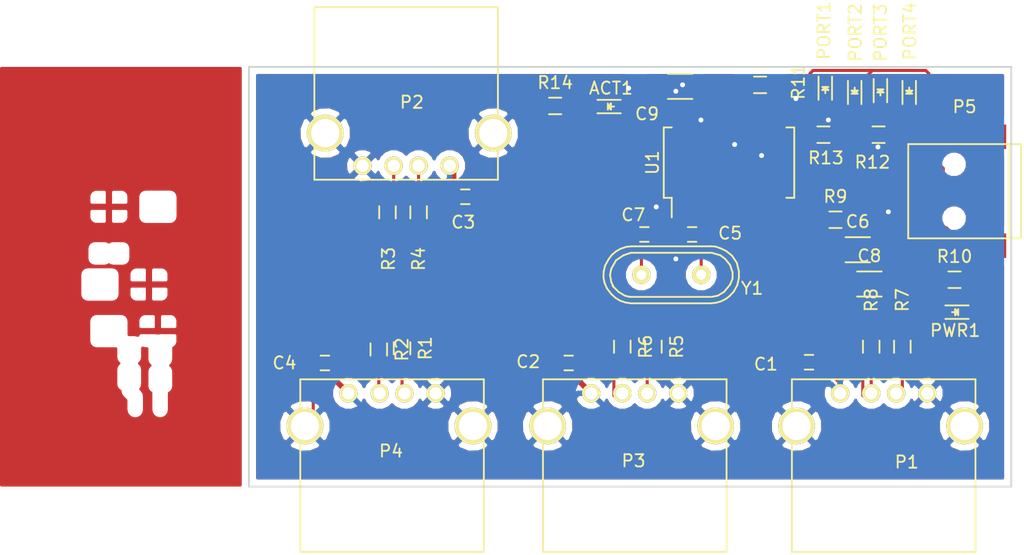
<source format=kicad_pcb>
(kicad_pcb (version 4) (host pcbnew 4.0.2+dfsg1-stable)

  (general
    (links 81)
    (no_connects 2)
    (area 107.95 78.567775 191.665001 123.817121)
    (thickness 1.6)
    (drawings 4)
    (tracks 823)
    (zones 0)
    (modules 36)
    (nets 41)
  )

  (page A4)
  (layers
    (0 F.Cu signal)
    (31 B.Cu signal)
    (32 B.Adhes user)
    (33 F.Adhes user)
    (34 B.Paste user)
    (35 F.Paste user)
    (36 B.SilkS user)
    (37 F.SilkS user)
    (38 B.Mask user)
    (39 F.Mask user)
    (40 Dwgs.User user)
    (41 Cmts.User user)
    (42 Eco1.User user)
    (43 Eco2.User user)
    (44 Edge.Cuts user)
    (45 Margin user)
    (46 B.CrtYd user)
    (47 F.CrtYd user)
    (48 B.Fab user)
    (49 F.Fab user)
  )

  (setup
    (last_trace_width 0.25)
    (trace_clearance 0.1)
    (zone_clearance 0.508)
    (zone_45_only no)
    (trace_min 0.2)
    (segment_width 0.2)
    (edge_width 0.15)
    (via_size 0.6)
    (via_drill 0.4)
    (via_min_size 0.4)
    (via_min_drill 0.3)
    (uvia_size 0.3)
    (uvia_drill 0.1)
    (uvias_allowed no)
    (uvia_min_size 0.2)
    (uvia_min_drill 0.1)
    (pcb_text_width 0.3)
    (pcb_text_size 1.5 1.5)
    (mod_edge_width 0.15)
    (mod_text_size 1 1)
    (mod_text_width 0.15)
    (pad_size 1.524 1.524)
    (pad_drill 0)
    (pad_to_mask_clearance 0.2)
    (aux_axis_origin 0 0)
    (grid_origin 185.27 103.86)
    (visible_elements FFFEEF7F)
    (pcbplotparams
      (layerselection 0x00030_80000001)
      (usegerberextensions false)
      (excludeedgelayer true)
      (linewidth 0.100000)
      (plotframeref false)
      (viasonmask false)
      (mode 1)
      (useauxorigin false)
      (hpglpennumber 1)
      (hpglpenspeed 20)
      (hpglpendiameter 15)
      (hpglpenoverlay 2)
      (psnegative false)
      (psa4output false)
      (plotreference true)
      (plotvalue true)
      (plotinvisibletext false)
      (padsonsilk false)
      (subtractmaskfromsilk false)
      (outputformat 1)
      (mirror false)
      (drillshape 1)
      (scaleselection 1)
      (outputdirectory ""))
  )

  (net 0 "")
  (net 1 "Net-(ACT1-Pad2)")
  (net 2 "Net-(ACT1-Pad1)")
  (net 3 +5V)
  (net 4 GND)
  (net 5 "Net-(C5-Pad2)")
  (net 6 "Net-(C6-Pad1)")
  (net 7 "Net-(C7-Pad2)")
  (net 8 "Net-(C8-Pad1)")
  (net 9 "Net-(C9-Pad2)")
  (net 10 "Net-(P1-Pad3)")
  (net 11 "Net-(P1-Pad2)")
  (net 12 "Net-(P2-Pad3)")
  (net 13 "Net-(P2-Pad2)")
  (net 14 "Net-(P3-Pad3)")
  (net 15 "Net-(P3-Pad2)")
  (net 16 "Net-(P4-Pad3)")
  (net 17 "Net-(P4-Pad2)")
  (net 18 "Net-(P5-Pad2)")
  (net 19 "Net-(P5-Pad3)")
  (net 20 "Net-(P5-Pad4)")
  (net 21 "Net-(PORT1-Pad1)")
  (net 22 "Net-(PORT3-Pad1)")
  (net 23 "Net-(PWR1-Pad2)")
  (net 24 "Net-(R1-Pad1)")
  (net 25 "Net-(R2-Pad1)")
  (net 26 "Net-(R3-Pad1)")
  (net 27 "Net-(R4-Pad1)")
  (net 28 "Net-(R5-Pad1)")
  (net 29 "Net-(R6-Pad1)")
  (net 30 "Net-(R9-Pad1)")
  (net 31 "Net-(R11-Pad2)")
  (net 32 "Net-(R12-Pad2)")
  (net 33 "Net-(R13-Pad2)")
  (net 34 "Net-(U1-Pad18)")
  (net 35 "Net-(U1-Pad19)")
  (net 36 "Net-(U1-Pad26)")
  (net 37 "Net-(U1-Pad27)")
  (net 38 "Net-(U1-Pad28)")
  (net 39 /D1_N)
  (net 40 /D1_P)

  (net_class Default "This is the default net class."
    (clearance 0.1)
    (trace_width 0.25)
    (via_dia 0.6)
    (via_drill 0.4)
    (uvia_dia 0.3)
    (uvia_drill 0.1)
    (add_net +5V)
    (add_net /D1_N)
    (add_net /D1_P)
    (add_net GND)
    (add_net "Net-(ACT1-Pad1)")
    (add_net "Net-(ACT1-Pad2)")
    (add_net "Net-(C5-Pad2)")
    (add_net "Net-(C6-Pad1)")
    (add_net "Net-(C7-Pad2)")
    (add_net "Net-(C8-Pad1)")
    (add_net "Net-(C9-Pad2)")
    (add_net "Net-(P1-Pad2)")
    (add_net "Net-(P1-Pad3)")
    (add_net "Net-(P2-Pad2)")
    (add_net "Net-(P2-Pad3)")
    (add_net "Net-(P3-Pad2)")
    (add_net "Net-(P3-Pad3)")
    (add_net "Net-(P4-Pad2)")
    (add_net "Net-(P4-Pad3)")
    (add_net "Net-(P5-Pad2)")
    (add_net "Net-(P5-Pad3)")
    (add_net "Net-(P5-Pad4)")
    (add_net "Net-(PORT1-Pad1)")
    (add_net "Net-(PORT3-Pad1)")
    (add_net "Net-(PWR1-Pad2)")
    (add_net "Net-(R1-Pad1)")
    (add_net "Net-(R11-Pad2)")
    (add_net "Net-(R12-Pad2)")
    (add_net "Net-(R13-Pad2)")
    (add_net "Net-(R2-Pad1)")
    (add_net "Net-(R3-Pad1)")
    (add_net "Net-(R4-Pad1)")
    (add_net "Net-(R5-Pad1)")
    (add_net "Net-(R6-Pad1)")
    (add_net "Net-(R9-Pad1)")
    (add_net "Net-(U1-Pad18)")
    (add_net "Net-(U1-Pad19)")
    (add_net "Net-(U1-Pad26)")
    (add_net "Net-(U1-Pad27)")
    (add_net "Net-(U1-Pad28)")
  )

  (module Crystals:Crystal_HC49-U_Vertical (layer F.Cu) (tedit 585328BD) (tstamp 58522BFE)
    (at 162.75 100.81 180)
    (descr "Crystal, Quarz, HC49/U, vertical, stehend,")
    (tags "Crystal, Quarz, HC49/U, vertical, stehend,")
    (path /585226F2)
    (fp_text reference Y1 (at -6.6 -1.1 180) (layer F.SilkS)
      (effects (font (size 1 1) (thickness 0.15)))
    )
    (fp_text value Crystal (at 0 3.81 180) (layer F.Fab)
      (effects (font (size 1 1) (thickness 0.15)))
    )
    (fp_line (start 4.699 -1.00076) (end 4.89966 -0.59944) (layer F.SilkS) (width 0.15))
    (fp_line (start 4.89966 -0.59944) (end 5.00126 0) (layer F.SilkS) (width 0.15))
    (fp_line (start 5.00126 0) (end 4.89966 0.50038) (layer F.SilkS) (width 0.15))
    (fp_line (start 4.89966 0.50038) (end 4.50088 1.19888) (layer F.SilkS) (width 0.15))
    (fp_line (start 4.50088 1.19888) (end 3.8989 1.6002) (layer F.SilkS) (width 0.15))
    (fp_line (start 3.8989 1.6002) (end 3.29946 1.80086) (layer F.SilkS) (width 0.15))
    (fp_line (start 3.29946 1.80086) (end -3.29946 1.80086) (layer F.SilkS) (width 0.15))
    (fp_line (start -3.29946 1.80086) (end -4.0005 1.6002) (layer F.SilkS) (width 0.15))
    (fp_line (start -4.0005 1.6002) (end -4.39928 1.30048) (layer F.SilkS) (width 0.15))
    (fp_line (start -4.39928 1.30048) (end -4.8006 0.8001) (layer F.SilkS) (width 0.15))
    (fp_line (start -4.8006 0.8001) (end -5.00126 0.20066) (layer F.SilkS) (width 0.15))
    (fp_line (start -5.00126 0.20066) (end -5.00126 -0.29972) (layer F.SilkS) (width 0.15))
    (fp_line (start -5.00126 -0.29972) (end -4.8006 -0.8001) (layer F.SilkS) (width 0.15))
    (fp_line (start -4.8006 -0.8001) (end -4.30022 -1.39954) (layer F.SilkS) (width 0.15))
    (fp_line (start -4.30022 -1.39954) (end -3.79984 -1.69926) (layer F.SilkS) (width 0.15))
    (fp_line (start -3.79984 -1.69926) (end -3.29946 -1.80086) (layer F.SilkS) (width 0.15))
    (fp_line (start -3.2004 -1.80086) (end 3.40106 -1.80086) (layer F.SilkS) (width 0.15))
    (fp_line (start 3.40106 -1.80086) (end 3.79984 -1.69926) (layer F.SilkS) (width 0.15))
    (fp_line (start 3.79984 -1.69926) (end 4.30022 -1.39954) (layer F.SilkS) (width 0.15))
    (fp_line (start 4.30022 -1.39954) (end 4.8006 -0.89916) (layer F.SilkS) (width 0.15))
    (fp_line (start -3.19024 -2.32918) (end -3.64998 -2.28092) (layer F.SilkS) (width 0.15))
    (fp_line (start -3.64998 -2.28092) (end -4.04876 -2.16916) (layer F.SilkS) (width 0.15))
    (fp_line (start -4.04876 -2.16916) (end -4.48056 -1.95072) (layer F.SilkS) (width 0.15))
    (fp_line (start -4.48056 -1.95072) (end -4.77012 -1.71958) (layer F.SilkS) (width 0.15))
    (fp_line (start -4.77012 -1.71958) (end -5.10032 -1.36906) (layer F.SilkS) (width 0.15))
    (fp_line (start -5.10032 -1.36906) (end -5.38988 -0.83058) (layer F.SilkS) (width 0.15))
    (fp_line (start -5.38988 -0.83058) (end -5.51942 -0.23114) (layer F.SilkS) (width 0.15))
    (fp_line (start -5.51942 -0.23114) (end -5.51942 0.2794) (layer F.SilkS) (width 0.15))
    (fp_line (start -5.51942 0.2794) (end -5.34924 0.98044) (layer F.SilkS) (width 0.15))
    (fp_line (start -5.34924 0.98044) (end -4.95046 1.56972) (layer F.SilkS) (width 0.15))
    (fp_line (start -4.95046 1.56972) (end -4.49072 1.94056) (layer F.SilkS) (width 0.15))
    (fp_line (start -4.49072 1.94056) (end -4.06908 2.14884) (layer F.SilkS) (width 0.15))
    (fp_line (start -4.06908 2.14884) (end -3.6195 2.30886) (layer F.SilkS) (width 0.15))
    (fp_line (start -3.6195 2.30886) (end -3.18008 2.33934) (layer F.SilkS) (width 0.15))
    (fp_line (start 4.16052 2.1209) (end 4.53898 1.89992) (layer F.SilkS) (width 0.15))
    (fp_line (start 4.53898 1.89992) (end 4.85902 1.62052) (layer F.SilkS) (width 0.15))
    (fp_line (start 4.85902 1.62052) (end 5.11048 1.29032) (layer F.SilkS) (width 0.15))
    (fp_line (start 5.11048 1.29032) (end 5.4102 0.73914) (layer F.SilkS) (width 0.15))
    (fp_line (start 5.4102 0.73914) (end 5.51942 0.26924) (layer F.SilkS) (width 0.15))
    (fp_line (start 5.51942 0.26924) (end 5.53974 -0.1905) (layer F.SilkS) (width 0.15))
    (fp_line (start 5.53974 -0.1905) (end 5.45084 -0.65024) (layer F.SilkS) (width 0.15))
    (fp_line (start 5.45084 -0.65024) (end 5.26034 -1.09982) (layer F.SilkS) (width 0.15))
    (fp_line (start 5.26034 -1.09982) (end 4.89966 -1.56972) (layer F.SilkS) (width 0.15))
    (fp_line (start 4.89966 -1.56972) (end 4.54914 -1.88976) (layer F.SilkS) (width 0.15))
    (fp_line (start 4.54914 -1.88976) (end 4.16052 -2.1209) (layer F.SilkS) (width 0.15))
    (fp_line (start 4.16052 -2.1209) (end 3.73126 -2.2606) (layer F.SilkS) (width 0.15))
    (fp_line (start 3.73126 -2.2606) (end 3.2893 -2.32918) (layer F.SilkS) (width 0.15))
    (fp_line (start -3.2004 2.32918) (end 3.2512 2.32918) (layer F.SilkS) (width 0.15))
    (fp_line (start 3.2512 2.32918) (end 3.6703 2.29108) (layer F.SilkS) (width 0.15))
    (fp_line (start 3.6703 2.29108) (end 4.16052 2.1209) (layer F.SilkS) (width 0.15))
    (fp_line (start -3.2004 -2.32918) (end 3.2512 -2.32918) (layer F.SilkS) (width 0.15))
    (pad 1 thru_hole circle (at -2.44094 0 180) (size 1.50114 1.50114) (drill 0.8001) (layers *.Cu *.Mask F.SilkS)
      (net 5 "Net-(C5-Pad2)"))
    (pad 2 thru_hole circle (at 2.44094 0 180) (size 1.50114 1.50114) (drill 0.8001) (layers *.Cu *.Mask F.SilkS)
      (net 7 "Net-(C7-Pad2)"))
  )

  (module Housings_SSOP:SSOP-28_5.3x10.2mm_Pitch0.65mm (layer F.Cu) (tedit 54130A77) (tstamp 585224D8)
    (at 167.46 91.64 90)
    (descr "28-Lead Plastic Shrink Small Outline (SS)-5.30 mm Body [SSOP] (see Microchip Packaging Specification 00000049BS.pdf)")
    (tags "SSOP 0.65")
    (path /58534AD4)
    (attr smd)
    (fp_text reference U1 (at 0 -6.25 90) (layer F.SilkS)
      (effects (font (size 1 1) (thickness 0.15)))
    )
    (fp_text value FE1.1s (at 0 6.25 90) (layer F.Fab)
      (effects (font (size 1 1) (thickness 0.15)))
    )
    (fp_line (start -4.75 -5.5) (end -4.75 5.5) (layer F.CrtYd) (width 0.05))
    (fp_line (start 4.75 -5.5) (end 4.75 5.5) (layer F.CrtYd) (width 0.05))
    (fp_line (start -4.75 -5.5) (end 4.75 -5.5) (layer F.CrtYd) (width 0.05))
    (fp_line (start -4.75 5.5) (end 4.75 5.5) (layer F.CrtYd) (width 0.05))
    (fp_line (start -2.875 -5.325) (end -2.875 -4.675) (layer F.SilkS) (width 0.15))
    (fp_line (start 2.875 -5.325) (end 2.875 -4.675) (layer F.SilkS) (width 0.15))
    (fp_line (start 2.875 5.325) (end 2.875 4.675) (layer F.SilkS) (width 0.15))
    (fp_line (start -2.875 5.325) (end -2.875 4.675) (layer F.SilkS) (width 0.15))
    (fp_line (start -2.875 -5.325) (end 2.875 -5.325) (layer F.SilkS) (width 0.15))
    (fp_line (start -2.875 5.325) (end 2.875 5.325) (layer F.SilkS) (width 0.15))
    (fp_line (start -2.875 -4.675) (end -4.475 -4.675) (layer F.SilkS) (width 0.15))
    (pad 1 smd rect (at -3.6 -4.225 90) (size 1.75 0.45) (layers F.Cu F.Paste F.Mask)
      (net 4 GND))
    (pad 2 smd rect (at -3.6 -3.575 90) (size 1.75 0.45) (layers F.Cu F.Paste F.Mask)
      (net 7 "Net-(C7-Pad2)"))
    (pad 3 smd rect (at -3.6 -2.925 90) (size 1.75 0.45) (layers F.Cu F.Paste F.Mask)
      (net 5 "Net-(C5-Pad2)"))
    (pad 4 smd rect (at -3.6 -2.275 90) (size 1.75 0.45) (layers F.Cu F.Paste F.Mask)
      (net 25 "Net-(R2-Pad1)"))
    (pad 5 smd rect (at -3.6 -1.625 90) (size 1.75 0.45) (layers F.Cu F.Paste F.Mask)
      (net 24 "Net-(R1-Pad1)"))
    (pad 6 smd rect (at -3.6 -0.975 90) (size 1.75 0.45) (layers F.Cu F.Paste F.Mask)
      (net 27 "Net-(R4-Pad1)"))
    (pad 7 smd rect (at -3.6 -0.325 90) (size 1.75 0.45) (layers F.Cu F.Paste F.Mask)
      (net 26 "Net-(R3-Pad1)"))
    (pad 8 smd rect (at -3.6 0.325 90) (size 1.75 0.45) (layers F.Cu F.Paste F.Mask)
      (net 29 "Net-(R6-Pad1)"))
    (pad 9 smd rect (at -3.6 0.975 90) (size 1.75 0.45) (layers F.Cu F.Paste F.Mask)
      (net 28 "Net-(R5-Pad1)"))
    (pad 10 smd rect (at -3.6 1.625 90) (size 1.75 0.45) (layers F.Cu F.Paste F.Mask)
      (net 40 /D1_P))
    (pad 11 smd rect (at -3.6 2.275 90) (size 1.75 0.45) (layers F.Cu F.Paste F.Mask)
      (net 39 /D1_N))
    (pad 12 smd rect (at -3.6 2.925 90) (size 1.75 0.45) (layers F.Cu F.Paste F.Mask)
      (net 6 "Net-(C6-Pad1)"))
    (pad 13 smd rect (at -3.6 3.575 90) (size 1.75 0.45) (layers F.Cu F.Paste F.Mask)
      (net 8 "Net-(C8-Pad1)"))
    (pad 14 smd rect (at -3.6 4.225 90) (size 1.75 0.45) (layers F.Cu F.Paste F.Mask)
      (net 30 "Net-(R9-Pad1)"))
    (pad 15 smd rect (at 3.6 4.225 90) (size 1.75 0.45) (layers F.Cu F.Paste F.Mask)
      (net 18 "Net-(P5-Pad2)"))
    (pad 16 smd rect (at 3.6 3.575 90) (size 1.75 0.45) (layers F.Cu F.Paste F.Mask)
      (net 19 "Net-(P5-Pad3)"))
    (pad 17 smd rect (at 3.6 2.925 90) (size 1.75 0.45) (layers F.Cu F.Paste F.Mask)
      (net 31 "Net-(R11-Pad2)"))
    (pad 18 smd rect (at 3.6 2.275 90) (size 1.75 0.45) (layers F.Cu F.Paste F.Mask)
      (net 34 "Net-(U1-Pad18)"))
    (pad 19 smd rect (at 3.6 1.625 90) (size 1.75 0.45) (layers F.Cu F.Paste F.Mask)
      (net 35 "Net-(U1-Pad19)"))
    (pad 20 smd rect (at 3.6 0.975 90) (size 1.75 0.45) (layers F.Cu F.Paste F.Mask)
      (net 3 +5V))
    (pad 21 smd rect (at 3.6 0.325 90) (size 1.75 0.45) (layers F.Cu F.Paste F.Mask)
      (net 9 "Net-(C9-Pad2)"))
    (pad 22 smd rect (at 3.6 -0.325 90) (size 1.75 0.45) (layers F.Cu F.Paste F.Mask)
      (net 1 "Net-(ACT1-Pad2)"))
    (pad 23 smd rect (at 3.6 -0.975 90) (size 1.75 0.45) (layers F.Cu F.Paste F.Mask)
      (net 32 "Net-(R12-Pad2)"))
    (pad 24 smd rect (at 3.6 -1.625 90) (size 1.75 0.45) (layers F.Cu F.Paste F.Mask)
      (net 33 "Net-(R13-Pad2)"))
    (pad 25 smd rect (at 3.6 -2.275 90) (size 1.75 0.45) (layers F.Cu F.Paste F.Mask)
      (net 4 GND))
    (pad 26 smd rect (at 3.6 -2.925 90) (size 1.75 0.45) (layers F.Cu F.Paste F.Mask)
      (net 36 "Net-(U1-Pad26)"))
    (pad 27 smd rect (at 3.6 -3.575 90) (size 1.75 0.45) (layers F.Cu F.Paste F.Mask)
      (net 37 "Net-(U1-Pad27)"))
    (pad 28 smd rect (at 3.6 -4.225 90) (size 1.75 0.45) (layers F.Cu F.Paste F.Mask)
      (net 38 "Net-(U1-Pad28)"))
    (model Housings_SSOP.3dshapes/SSOP-28_5.3x10.2mm_Pitch0.65mm.wrl
      (at (xyz 0 0 0))
      (scale (xyz 1 1 1))
      (rotate (xyz 0 0 0))
    )
  )

  (module LEDs:LED_0603 (layer F.Cu) (tedit 55BDE255) (tstamp 585223D9)
    (at 157.8207 87.06)
    (descr "LED 0603 smd package")
    (tags "LED led 0603 SMD smd SMT smt smdled SMDLED smtled SMTLED")
    (path /58525A75)
    (attr smd)
    (fp_text reference ACT1 (at 0 -1.5) (layer F.SilkS)
      (effects (font (size 1 1) (thickness 0.15)))
    )
    (fp_text value LED (at 0 1.5) (layer F.Fab)
      (effects (font (size 1 1) (thickness 0.15)))
    )
    (fp_line (start -1.1 0.55) (end 0.8 0.55) (layer F.SilkS) (width 0.15))
    (fp_line (start -1.1 -0.55) (end 0.8 -0.55) (layer F.SilkS) (width 0.15))
    (fp_line (start -0.2 0) (end 0.25 0) (layer F.SilkS) (width 0.15))
    (fp_line (start -0.25 -0.25) (end -0.25 0.25) (layer F.SilkS) (width 0.15))
    (fp_line (start -0.25 0) (end 0 -0.25) (layer F.SilkS) (width 0.15))
    (fp_line (start 0 -0.25) (end 0 0.25) (layer F.SilkS) (width 0.15))
    (fp_line (start 0 0.25) (end -0.25 0) (layer F.SilkS) (width 0.15))
    (fp_line (start 1.4 -0.75) (end 1.4 0.75) (layer F.CrtYd) (width 0.05))
    (fp_line (start 1.4 0.75) (end -1.4 0.75) (layer F.CrtYd) (width 0.05))
    (fp_line (start -1.4 0.75) (end -1.4 -0.75) (layer F.CrtYd) (width 0.05))
    (fp_line (start -1.4 -0.75) (end 1.4 -0.75) (layer F.CrtYd) (width 0.05))
    (pad 2 smd rect (at 0.7493 0 180) (size 0.79756 0.79756) (layers F.Cu F.Paste F.Mask)
      (net 1 "Net-(ACT1-Pad2)"))
    (pad 1 smd rect (at -0.7493 0 180) (size 0.79756 0.79756) (layers F.Cu F.Paste F.Mask)
      (net 2 "Net-(ACT1-Pad1)"))
    (model LEDs.3dshapes/LED_0603.wrl
      (at (xyz 0 0 0))
      (scale (xyz 1 1 1))
      (rotate (xyz 0 0 180))
    )
  )

  (module Capacitors_SMD:C_0603_HandSoldering (layer F.Cu) (tedit 541A9B4D) (tstamp 585223DF)
    (at 173.99 107.95 180)
    (descr "Capacitor SMD 0603, hand soldering")
    (tags "capacitor 0603")
    (path /585234D1)
    (attr smd)
    (fp_text reference C1 (at 3.52 -0.16 180) (layer F.SilkS)
      (effects (font (size 1 1) (thickness 0.15)))
    )
    (fp_text value .1uf (at 0 1.9 180) (layer F.Fab)
      (effects (font (size 1 1) (thickness 0.15)))
    )
    (fp_line (start -1.85 -0.75) (end 1.85 -0.75) (layer F.CrtYd) (width 0.05))
    (fp_line (start -1.85 0.75) (end 1.85 0.75) (layer F.CrtYd) (width 0.05))
    (fp_line (start -1.85 -0.75) (end -1.85 0.75) (layer F.CrtYd) (width 0.05))
    (fp_line (start 1.85 -0.75) (end 1.85 0.75) (layer F.CrtYd) (width 0.05))
    (fp_line (start -0.35 -0.6) (end 0.35 -0.6) (layer F.SilkS) (width 0.15))
    (fp_line (start 0.35 0.6) (end -0.35 0.6) (layer F.SilkS) (width 0.15))
    (pad 1 smd rect (at -0.95 0 180) (size 1.2 0.75) (layers F.Cu F.Paste F.Mask)
      (net 3 +5V))
    (pad 2 smd rect (at 0.95 0 180) (size 1.2 0.75) (layers F.Cu F.Paste F.Mask)
      (net 4 GND))
    (model Capacitors_SMD.3dshapes/C_0603_HandSoldering.wrl
      (at (xyz 0 0 0))
      (scale (xyz 1 1 1))
      (rotate (xyz 0 0 0))
    )
  )

  (module Capacitors_SMD:C_0603_HandSoldering (layer F.Cu) (tedit 541A9B4D) (tstamp 585223E5)
    (at 154.37 108.01 180)
    (descr "Capacitor SMD 0603, hand soldering")
    (tags "capacitor 0603")
    (path /5852353D)
    (attr smd)
    (fp_text reference C2 (at 3.3 0.1 180) (layer F.SilkS)
      (effects (font (size 1 1) (thickness 0.15)))
    )
    (fp_text value .1uf (at 0 1.9 180) (layer F.Fab)
      (effects (font (size 1 1) (thickness 0.15)))
    )
    (fp_line (start -1.85 -0.75) (end 1.85 -0.75) (layer F.CrtYd) (width 0.05))
    (fp_line (start -1.85 0.75) (end 1.85 0.75) (layer F.CrtYd) (width 0.05))
    (fp_line (start -1.85 -0.75) (end -1.85 0.75) (layer F.CrtYd) (width 0.05))
    (fp_line (start 1.85 -0.75) (end 1.85 0.75) (layer F.CrtYd) (width 0.05))
    (fp_line (start -0.35 -0.6) (end 0.35 -0.6) (layer F.SilkS) (width 0.15))
    (fp_line (start 0.35 0.6) (end -0.35 0.6) (layer F.SilkS) (width 0.15))
    (pad 1 smd rect (at -0.95 0 180) (size 1.2 0.75) (layers F.Cu F.Paste F.Mask)
      (net 3 +5V))
    (pad 2 smd rect (at 0.95 0 180) (size 1.2 0.75) (layers F.Cu F.Paste F.Mask)
      (net 4 GND))
    (model Capacitors_SMD.3dshapes/C_0603_HandSoldering.wrl
      (at (xyz 0 0 0))
      (scale (xyz 1 1 1))
      (rotate (xyz 0 0 0))
    )
  )

  (module Capacitors_SMD:C_0603_HandSoldering (layer F.Cu) (tedit 541A9B4D) (tstamp 585223EB)
    (at 145.930996 94.432776)
    (descr "Capacitor SMD 0603, hand soldering")
    (tags "capacitor 0603")
    (path /585233C8)
    (attr smd)
    (fp_text reference C3 (at -0.160996 2.077224) (layer F.SilkS)
      (effects (font (size 1 1) (thickness 0.15)))
    )
    (fp_text value .1uf (at 0 1.9) (layer F.Fab)
      (effects (font (size 1 1) (thickness 0.15)))
    )
    (fp_line (start -1.85 -0.75) (end 1.85 -0.75) (layer F.CrtYd) (width 0.05))
    (fp_line (start -1.85 0.75) (end 1.85 0.75) (layer F.CrtYd) (width 0.05))
    (fp_line (start -1.85 -0.75) (end -1.85 0.75) (layer F.CrtYd) (width 0.05))
    (fp_line (start 1.85 -0.75) (end 1.85 0.75) (layer F.CrtYd) (width 0.05))
    (fp_line (start -0.35 -0.6) (end 0.35 -0.6) (layer F.SilkS) (width 0.15))
    (fp_line (start 0.35 0.6) (end -0.35 0.6) (layer F.SilkS) (width 0.15))
    (pad 1 smd rect (at -0.95 0) (size 1.2 0.75) (layers F.Cu F.Paste F.Mask)
      (net 3 +5V))
    (pad 2 smd rect (at 0.95 0) (size 1.2 0.75) (layers F.Cu F.Paste F.Mask)
      (net 4 GND))
    (model Capacitors_SMD.3dshapes/C_0603_HandSoldering.wrl
      (at (xyz 0 0 0))
      (scale (xyz 1 1 1))
      (rotate (xyz 0 0 0))
    )
  )

  (module Capacitors_SMD:C_0603_HandSoldering (layer F.Cu) (tedit 541A9B4D) (tstamp 585223F1)
    (at 134.47 108.01 180)
    (descr "Capacitor SMD 0603, hand soldering")
    (tags "capacitor 0603")
    (path /5852346A)
    (attr smd)
    (fp_text reference C4 (at 3.3 0 180) (layer F.SilkS)
      (effects (font (size 1 1) (thickness 0.15)))
    )
    (fp_text value .1uf (at 0 1.9 180) (layer F.Fab)
      (effects (font (size 1 1) (thickness 0.15)))
    )
    (fp_line (start -1.85 -0.75) (end 1.85 -0.75) (layer F.CrtYd) (width 0.05))
    (fp_line (start -1.85 0.75) (end 1.85 0.75) (layer F.CrtYd) (width 0.05))
    (fp_line (start -1.85 -0.75) (end -1.85 0.75) (layer F.CrtYd) (width 0.05))
    (fp_line (start 1.85 -0.75) (end 1.85 0.75) (layer F.CrtYd) (width 0.05))
    (fp_line (start -0.35 -0.6) (end 0.35 -0.6) (layer F.SilkS) (width 0.15))
    (fp_line (start 0.35 0.6) (end -0.35 0.6) (layer F.SilkS) (width 0.15))
    (pad 1 smd rect (at -0.95 0 180) (size 1.2 0.75) (layers F.Cu F.Paste F.Mask)
      (net 3 +5V))
    (pad 2 smd rect (at 0.95 0 180) (size 1.2 0.75) (layers F.Cu F.Paste F.Mask)
      (net 4 GND))
    (model Capacitors_SMD.3dshapes/C_0603_HandSoldering.wrl
      (at (xyz 0 0 0))
      (scale (xyz 1 1 1))
      (rotate (xyz 0 0 0))
    )
  )

  (module Capacitors_SMD:C_0603_HandSoldering (layer F.Cu) (tedit 585328DA) (tstamp 585223F7)
    (at 164.45 97.51)
    (descr "Capacitor SMD 0603, hand soldering")
    (tags "capacitor 0603")
    (path /585227D9)
    (attr smd)
    (fp_text reference C5 (at 3.1 -0.1) (layer F.SilkS)
      (effects (font (size 1 1) (thickness 0.15)))
    )
    (fp_text value 12pf (at 0 1.9) (layer F.Fab)
      (effects (font (size 1 1) (thickness 0.15)))
    )
    (fp_line (start -1.85 -0.75) (end 1.85 -0.75) (layer F.CrtYd) (width 0.05))
    (fp_line (start -1.85 0.75) (end 1.85 0.75) (layer F.CrtYd) (width 0.05))
    (fp_line (start -1.85 -0.75) (end -1.85 0.75) (layer F.CrtYd) (width 0.05))
    (fp_line (start 1.85 -0.75) (end 1.85 0.75) (layer F.CrtYd) (width 0.05))
    (fp_line (start -0.35 -0.6) (end 0.35 -0.6) (layer F.SilkS) (width 0.15))
    (fp_line (start 0.35 0.6) (end -0.35 0.6) (layer F.SilkS) (width 0.15))
    (pad 1 smd rect (at -0.95 0) (size 1.2 0.75) (layers F.Cu F.Paste F.Mask)
      (net 4 GND))
    (pad 2 smd rect (at 0.95 0) (size 1.2 0.75) (layers F.Cu F.Paste F.Mask)
      (net 5 "Net-(C5-Pad2)"))
    (model Capacitors_SMD.3dshapes/C_0603_HandSoldering.wrl
      (at (xyz 0 0 0))
      (scale (xyz 1 1 1))
      (rotate (xyz 0 0 0))
    )
  )

  (module Capacitors_SMD:C_1206_HandSoldering (layer F.Cu) (tedit 541A9C03) (tstamp 585223FD)
    (at 177.97 98.76)
    (descr "Capacitor SMD 1206, hand soldering")
    (tags "capacitor 1206")
    (path /585242B2)
    (attr smd)
    (fp_text reference C6 (at 0 -2.3) (layer F.SilkS)
      (effects (font (size 1 1) (thickness 0.15)))
    )
    (fp_text value 10uF (at 0 2.3) (layer F.Fab)
      (effects (font (size 1 1) (thickness 0.15)))
    )
    (fp_line (start -3.3 -1.15) (end 3.3 -1.15) (layer F.CrtYd) (width 0.05))
    (fp_line (start -3.3 1.15) (end 3.3 1.15) (layer F.CrtYd) (width 0.05))
    (fp_line (start -3.3 -1.15) (end -3.3 1.15) (layer F.CrtYd) (width 0.05))
    (fp_line (start 3.3 -1.15) (end 3.3 1.15) (layer F.CrtYd) (width 0.05))
    (fp_line (start 1 -1.025) (end -1 -1.025) (layer F.SilkS) (width 0.15))
    (fp_line (start -1 1.025) (end 1 1.025) (layer F.SilkS) (width 0.15))
    (pad 1 smd rect (at -2 0) (size 2 1.6) (layers F.Cu F.Paste F.Mask)
      (net 6 "Net-(C6-Pad1)"))
    (pad 2 smd rect (at 2 0) (size 2 1.6) (layers F.Cu F.Paste F.Mask)
      (net 4 GND))
    (model Capacitors_SMD.3dshapes/C_1206_HandSoldering.wrl
      (at (xyz 0 0 0))
      (scale (xyz 1 1 1))
      (rotate (xyz 0 0 0))
    )
  )

  (module Capacitors_SMD:C_0603_HandSoldering (layer F.Cu) (tedit 585328D7) (tstamp 58522403)
    (at 160.55 97.51 180)
    (descr "Capacitor SMD 0603, hand soldering")
    (tags "capacitor 0603")
    (path /58522914)
    (attr smd)
    (fp_text reference C7 (at 0.9 1.6 180) (layer F.SilkS)
      (effects (font (size 1 1) (thickness 0.15)))
    )
    (fp_text value 12pf (at 0 1.9 180) (layer F.Fab)
      (effects (font (size 1 1) (thickness 0.15)))
    )
    (fp_line (start -1.85 -0.75) (end 1.85 -0.75) (layer F.CrtYd) (width 0.05))
    (fp_line (start -1.85 0.75) (end 1.85 0.75) (layer F.CrtYd) (width 0.05))
    (fp_line (start -1.85 -0.75) (end -1.85 0.75) (layer F.CrtYd) (width 0.05))
    (fp_line (start 1.85 -0.75) (end 1.85 0.75) (layer F.CrtYd) (width 0.05))
    (fp_line (start -0.35 -0.6) (end 0.35 -0.6) (layer F.SilkS) (width 0.15))
    (fp_line (start 0.35 0.6) (end -0.35 0.6) (layer F.SilkS) (width 0.15))
    (pad 1 smd rect (at -0.95 0 180) (size 1.2 0.75) (layers F.Cu F.Paste F.Mask)
      (net 4 GND))
    (pad 2 smd rect (at 0.95 0 180) (size 1.2 0.75) (layers F.Cu F.Paste F.Mask)
      (net 7 "Net-(C7-Pad2)"))
    (model Capacitors_SMD.3dshapes/C_0603_HandSoldering.wrl
      (at (xyz 0 0 0))
      (scale (xyz 1 1 1))
      (rotate (xyz 0 0 0))
    )
  )

  (module Capacitors_SMD:C_1206_HandSoldering (layer F.Cu) (tedit 541A9C03) (tstamp 58522409)
    (at 178.92 101.56)
    (descr "Capacitor SMD 1206, hand soldering")
    (tags "capacitor 1206")
    (path /58526C14)
    (attr smd)
    (fp_text reference C8 (at 0 -2.3) (layer F.SilkS)
      (effects (font (size 1 1) (thickness 0.15)))
    )
    (fp_text value 10uF (at 0 2.3) (layer F.Fab)
      (effects (font (size 1 1) (thickness 0.15)))
    )
    (fp_line (start -3.3 -1.15) (end 3.3 -1.15) (layer F.CrtYd) (width 0.05))
    (fp_line (start -3.3 1.15) (end 3.3 1.15) (layer F.CrtYd) (width 0.05))
    (fp_line (start -3.3 -1.15) (end -3.3 1.15) (layer F.CrtYd) (width 0.05))
    (fp_line (start 3.3 -1.15) (end 3.3 1.15) (layer F.CrtYd) (width 0.05))
    (fp_line (start 1 -1.025) (end -1 -1.025) (layer F.SilkS) (width 0.15))
    (fp_line (start -1 1.025) (end 1 1.025) (layer F.SilkS) (width 0.15))
    (pad 1 smd rect (at -2 0) (size 2 1.6) (layers F.Cu F.Paste F.Mask)
      (net 8 "Net-(C8-Pad1)"))
    (pad 2 smd rect (at 2 0) (size 2 1.6) (layers F.Cu F.Paste F.Mask)
      (net 4 GND))
    (model Capacitors_SMD.3dshapes/C_1206_HandSoldering.wrl
      (at (xyz 0 0 0))
      (scale (xyz 1 1 1))
      (rotate (xyz 0 0 0))
    )
  )

  (module Capacitors_SMD:C_1206_HandSoldering (layer F.Cu) (tedit 541A9C03) (tstamp 5852240F)
    (at 163.47 85.41)
    (descr "Capacitor SMD 1206, hand soldering")
    (tags "capacitor 1206")
    (path /5852603A)
    (attr smd)
    (fp_text reference C9 (at -2.7 2.25) (layer F.SilkS)
      (effects (font (size 1 1) (thickness 0.15)))
    )
    (fp_text value 10uF (at 0 2.3) (layer F.Fab)
      (effects (font (size 1 1) (thickness 0.15)))
    )
    (fp_line (start -3.3 -1.15) (end 3.3 -1.15) (layer F.CrtYd) (width 0.05))
    (fp_line (start -3.3 1.15) (end 3.3 1.15) (layer F.CrtYd) (width 0.05))
    (fp_line (start -3.3 -1.15) (end -3.3 1.15) (layer F.CrtYd) (width 0.05))
    (fp_line (start 3.3 -1.15) (end 3.3 1.15) (layer F.CrtYd) (width 0.05))
    (fp_line (start 1 -1.025) (end -1 -1.025) (layer F.SilkS) (width 0.15))
    (fp_line (start -1 1.025) (end 1 1.025) (layer F.SilkS) (width 0.15))
    (pad 1 smd rect (at -2 0) (size 2 1.6) (layers F.Cu F.Paste F.Mask)
      (net 4 GND))
    (pad 2 smd rect (at 2 0) (size 2 1.6) (layers F.Cu F.Paste F.Mask)
      (net 9 "Net-(C9-Pad2)"))
    (model Capacitors_SMD.3dshapes/C_1206_HandSoldering.wrl
      (at (xyz 0 0 0))
      (scale (xyz 1 1 1))
      (rotate (xyz 0 0 0))
    )
  )

  (module Connect:USB_A (layer F.Cu) (tedit 5543E289) (tstamp 58522419)
    (at 176.53 110.49)
    (descr "USB A connector")
    (tags "USB USB_A")
    (path /585210F3)
    (fp_text reference P1 (at 5.44 5.62) (layer F.SilkS)
      (effects (font (size 1 1) (thickness 0.15)))
    )
    (fp_text value PORT1 (at 3.83794 7.43458) (layer F.Fab)
      (effects (font (size 1 1) (thickness 0.15)))
    )
    (fp_line (start -5.3 13.2) (end -5.3 -1.4) (layer F.CrtYd) (width 0.05))
    (fp_line (start 11.95 -1.4) (end 11.95 13.2) (layer F.CrtYd) (width 0.05))
    (fp_line (start -5.3 13.2) (end 11.95 13.2) (layer F.CrtYd) (width 0.05))
    (fp_line (start -5.3 -1.4) (end 11.95 -1.4) (layer F.CrtYd) (width 0.05))
    (fp_line (start 11.04986 -1.14512) (end 11.04986 12.95188) (layer F.SilkS) (width 0.15))
    (fp_line (start -3.93614 12.95188) (end -3.93614 -1.14512) (layer F.SilkS) (width 0.15))
    (fp_line (start 11.04986 -1.14512) (end -3.93614 -1.14512) (layer F.SilkS) (width 0.15))
    (fp_line (start 11.04986 12.95188) (end -3.93614 12.95188) (layer F.SilkS) (width 0.15))
    (pad 4 thru_hole circle (at 7.11286 -0.00212 270) (size 1.50114 1.50114) (drill 1.00076) (layers *.Cu *.Mask F.SilkS)
      (net 4 GND))
    (pad 3 thru_hole circle (at 4.57286 -0.00212 270) (size 1.50114 1.50114) (drill 1.00076) (layers *.Cu *.Mask F.SilkS)
      (net 10 "Net-(P1-Pad3)"))
    (pad 2 thru_hole circle (at 2.54086 -0.00212 270) (size 1.50114 1.50114) (drill 1.00076) (layers *.Cu *.Mask F.SilkS)
      (net 11 "Net-(P1-Pad2)"))
    (pad 1 thru_hole circle (at 0.00086 -0.00212 270) (size 1.50114 1.50114) (drill 1.00076) (layers *.Cu *.Mask F.SilkS)
      (net 3 +5V))
    (pad 5 thru_hole circle (at 10.16086 2.66488 270) (size 2.99974 2.99974) (drill 2.30124) (layers *.Cu *.Mask F.SilkS)
      (net 4 GND))
    (pad 5 thru_hole circle (at -3.55514 2.66488 270) (size 2.99974 2.99974) (drill 2.30124) (layers *.Cu *.Mask F.SilkS)
      (net 4 GND))
    (model Connect.3dshapes/USB_A.wrl
      (at (xyz 0.14 0 0))
      (scale (xyz 1 1 1))
      (rotate (xyz 0 0 90))
    )
  )

  (module Connect:USB_A (layer F.Cu) (tedit 5543E289) (tstamp 58522423)
    (at 144.660996 91.892776 180)
    (descr "USB A connector")
    (tags "USB USB_A")
    (path /58521077)
    (fp_text reference P2 (at 3.090996 5.182776 180) (layer F.SilkS)
      (effects (font (size 1 1) (thickness 0.15)))
    )
    (fp_text value PORT3 (at 3.83794 7.43458 180) (layer F.Fab)
      (effects (font (size 1 1) (thickness 0.15)))
    )
    (fp_line (start -5.3 13.2) (end -5.3 -1.4) (layer F.CrtYd) (width 0.05))
    (fp_line (start 11.95 -1.4) (end 11.95 13.2) (layer F.CrtYd) (width 0.05))
    (fp_line (start -5.3 13.2) (end 11.95 13.2) (layer F.CrtYd) (width 0.05))
    (fp_line (start -5.3 -1.4) (end 11.95 -1.4) (layer F.CrtYd) (width 0.05))
    (fp_line (start 11.04986 -1.14512) (end 11.04986 12.95188) (layer F.SilkS) (width 0.15))
    (fp_line (start -3.93614 12.95188) (end -3.93614 -1.14512) (layer F.SilkS) (width 0.15))
    (fp_line (start 11.04986 -1.14512) (end -3.93614 -1.14512) (layer F.SilkS) (width 0.15))
    (fp_line (start 11.04986 12.95188) (end -3.93614 12.95188) (layer F.SilkS) (width 0.15))
    (pad 4 thru_hole circle (at 7.11286 -0.00212 90) (size 1.50114 1.50114) (drill 1.00076) (layers *.Cu *.Mask F.SilkS)
      (net 4 GND))
    (pad 3 thru_hole circle (at 4.57286 -0.00212 90) (size 1.50114 1.50114) (drill 1.00076) (layers *.Cu *.Mask F.SilkS)
      (net 12 "Net-(P2-Pad3)"))
    (pad 2 thru_hole circle (at 2.54086 -0.00212 90) (size 1.50114 1.50114) (drill 1.00076) (layers *.Cu *.Mask F.SilkS)
      (net 13 "Net-(P2-Pad2)"))
    (pad 1 thru_hole circle (at 0.00086 -0.00212 90) (size 1.50114 1.50114) (drill 1.00076) (layers *.Cu *.Mask F.SilkS)
      (net 3 +5V))
    (pad 5 thru_hole circle (at 10.16086 2.66488 90) (size 2.99974 2.99974) (drill 2.30124) (layers *.Cu *.Mask F.SilkS)
      (net 4 GND))
    (pad 5 thru_hole circle (at -3.55514 2.66488 90) (size 2.99974 2.99974) (drill 2.30124) (layers *.Cu *.Mask F.SilkS)
      (net 4 GND))
    (model Connect.3dshapes/USB_A.wrl
      (at (xyz 0.14 0 0))
      (scale (xyz 1 1 1))
      (rotate (xyz 0 0 90))
    )
  )

  (module Connect:USB_A (layer F.Cu) (tedit 5543E289) (tstamp 5852242D)
    (at 156.21 110.49)
    (descr "USB A connector")
    (tags "USB USB_A")
    (path /58520FBE)
    (fp_text reference P3 (at 3.46 5.52) (layer F.SilkS)
      (effects (font (size 1 1) (thickness 0.15)))
    )
    (fp_text value PORT2 (at 3.83794 7.43458) (layer F.Fab)
      (effects (font (size 1 1) (thickness 0.15)))
    )
    (fp_line (start -5.3 13.2) (end -5.3 -1.4) (layer F.CrtYd) (width 0.05))
    (fp_line (start 11.95 -1.4) (end 11.95 13.2) (layer F.CrtYd) (width 0.05))
    (fp_line (start -5.3 13.2) (end 11.95 13.2) (layer F.CrtYd) (width 0.05))
    (fp_line (start -5.3 -1.4) (end 11.95 -1.4) (layer F.CrtYd) (width 0.05))
    (fp_line (start 11.04986 -1.14512) (end 11.04986 12.95188) (layer F.SilkS) (width 0.15))
    (fp_line (start -3.93614 12.95188) (end -3.93614 -1.14512) (layer F.SilkS) (width 0.15))
    (fp_line (start 11.04986 -1.14512) (end -3.93614 -1.14512) (layer F.SilkS) (width 0.15))
    (fp_line (start 11.04986 12.95188) (end -3.93614 12.95188) (layer F.SilkS) (width 0.15))
    (pad 4 thru_hole circle (at 7.11286 -0.00212 270) (size 1.50114 1.50114) (drill 1.00076) (layers *.Cu *.Mask F.SilkS)
      (net 4 GND))
    (pad 3 thru_hole circle (at 4.57286 -0.00212 270) (size 1.50114 1.50114) (drill 1.00076) (layers *.Cu *.Mask F.SilkS)
      (net 14 "Net-(P3-Pad3)"))
    (pad 2 thru_hole circle (at 2.54086 -0.00212 270) (size 1.50114 1.50114) (drill 1.00076) (layers *.Cu *.Mask F.SilkS)
      (net 15 "Net-(P3-Pad2)"))
    (pad 1 thru_hole circle (at 0.00086 -0.00212 270) (size 1.50114 1.50114) (drill 1.00076) (layers *.Cu *.Mask F.SilkS)
      (net 3 +5V))
    (pad 5 thru_hole circle (at 10.16086 2.66488 270) (size 2.99974 2.99974) (drill 2.30124) (layers *.Cu *.Mask F.SilkS)
      (net 4 GND))
    (pad 5 thru_hole circle (at -3.55514 2.66488 270) (size 2.99974 2.99974) (drill 2.30124) (layers *.Cu *.Mask F.SilkS)
      (net 4 GND))
    (model Connect.3dshapes/USB_A.wrl
      (at (xyz 0.14 0 0))
      (scale (xyz 1 1 1))
      (rotate (xyz 0 0 90))
    )
  )

  (module Connect:USB_A (layer F.Cu) (tedit 5543E289) (tstamp 58522437)
    (at 136.39714 110.49212)
    (descr "USB A connector")
    (tags "USB USB_A")
    (path /585210D8)
    (fp_text reference P4 (at 3.47286 4.71788) (layer F.SilkS)
      (effects (font (size 1 1) (thickness 0.15)))
    )
    (fp_text value PORT4 (at 3.83794 7.43458) (layer F.Fab)
      (effects (font (size 1 1) (thickness 0.15)))
    )
    (fp_line (start -5.3 13.2) (end -5.3 -1.4) (layer F.CrtYd) (width 0.05))
    (fp_line (start 11.95 -1.4) (end 11.95 13.2) (layer F.CrtYd) (width 0.05))
    (fp_line (start -5.3 13.2) (end 11.95 13.2) (layer F.CrtYd) (width 0.05))
    (fp_line (start -5.3 -1.4) (end 11.95 -1.4) (layer F.CrtYd) (width 0.05))
    (fp_line (start 11.04986 -1.14512) (end 11.04986 12.95188) (layer F.SilkS) (width 0.15))
    (fp_line (start -3.93614 12.95188) (end -3.93614 -1.14512) (layer F.SilkS) (width 0.15))
    (fp_line (start 11.04986 -1.14512) (end -3.93614 -1.14512) (layer F.SilkS) (width 0.15))
    (fp_line (start 11.04986 12.95188) (end -3.93614 12.95188) (layer F.SilkS) (width 0.15))
    (pad 4 thru_hole circle (at 7.11286 -0.00212 270) (size 1.50114 1.50114) (drill 1.00076) (layers *.Cu *.Mask F.SilkS)
      (net 4 GND))
    (pad 3 thru_hole circle (at 4.57286 -0.00212 270) (size 1.50114 1.50114) (drill 1.00076) (layers *.Cu *.Mask F.SilkS)
      (net 16 "Net-(P4-Pad3)"))
    (pad 2 thru_hole circle (at 2.54086 -0.00212 270) (size 1.50114 1.50114) (drill 1.00076) (layers *.Cu *.Mask F.SilkS)
      (net 17 "Net-(P4-Pad2)"))
    (pad 1 thru_hole circle (at 0.00086 -0.00212 270) (size 1.50114 1.50114) (drill 1.00076) (layers *.Cu *.Mask F.SilkS)
      (net 3 +5V))
    (pad 5 thru_hole circle (at 10.16086 2.66488 270) (size 2.99974 2.99974) (drill 2.30124) (layers *.Cu *.Mask F.SilkS)
      (net 4 GND))
    (pad 5 thru_hole circle (at -3.55514 2.66488 270) (size 2.99974 2.99974) (drill 2.30124) (layers *.Cu *.Mask F.SilkS)
      (net 4 GND))
    (model Connect.3dshapes/USB_A.wrl
      (at (xyz 0.14 0 0))
      (scale (xyz 1 1 1))
      (rotate (xyz 0 0 90))
    )
  )

  (module Connect:USB_Mini-B (layer F.Cu) (tedit 5543E571) (tstamp 58522446)
    (at 186.69 93.98 180)
    (descr "USB Mini-B 5-pin SMD connector")
    (tags "USB USB_B USB_Mini connector")
    (path /58521144)
    (attr smd)
    (fp_text reference P5 (at 0 6.90118 180) (layer F.SilkS)
      (effects (font (size 1 1) (thickness 0.15)))
    )
    (fp_text value USB_OTG (at 0 -7.0993 180) (layer F.Fab)
      (effects (font (size 1 1) (thickness 0.15)))
    )
    (fp_line (start -4.85 -5.7) (end 4.85 -5.7) (layer F.CrtYd) (width 0.05))
    (fp_line (start 4.85 -5.7) (end 4.85 5.7) (layer F.CrtYd) (width 0.05))
    (fp_line (start 4.85 5.7) (end -4.85 5.7) (layer F.CrtYd) (width 0.05))
    (fp_line (start -4.85 5.7) (end -4.85 -5.7) (layer F.CrtYd) (width 0.05))
    (fp_line (start -3.59918 -3.85064) (end -3.59918 3.85064) (layer F.SilkS) (width 0.15))
    (fp_line (start -4.59994 -3.85064) (end -4.59994 3.85064) (layer F.SilkS) (width 0.15))
    (fp_line (start -4.59994 3.85064) (end 4.59994 3.85064) (layer F.SilkS) (width 0.15))
    (fp_line (start 4.59994 3.85064) (end 4.59994 -3.85064) (layer F.SilkS) (width 0.15))
    (fp_line (start 4.59994 -3.85064) (end -4.59994 -3.85064) (layer F.SilkS) (width 0.15))
    (pad 1 smd rect (at 3.44932 -1.6002 180) (size 2.30124 0.50038) (layers F.Cu F.Paste F.Mask)
      (net 3 +5V))
    (pad 2 smd rect (at 3.44932 -0.8001 180) (size 2.30124 0.50038) (layers F.Cu F.Paste F.Mask)
      (net 18 "Net-(P5-Pad2)"))
    (pad 3 smd rect (at 3.44932 0 180) (size 2.30124 0.50038) (layers F.Cu F.Paste F.Mask)
      (net 19 "Net-(P5-Pad3)"))
    (pad 4 smd rect (at 3.44932 0.8001 180) (size 2.30124 0.50038) (layers F.Cu F.Paste F.Mask)
      (net 20 "Net-(P5-Pad4)"))
    (pad 5 smd rect (at 3.44932 1.6002 180) (size 2.30124 0.50038) (layers F.Cu F.Paste F.Mask)
      (net 4 GND))
    (pad 6 smd rect (at 3.35026 -4.45008 180) (size 2.49936 1.99898) (layers F.Cu F.Paste F.Mask)
      (net 4 GND))
    (pad 6 smd rect (at -2.14884 -4.45008 180) (size 2.49936 1.99898) (layers F.Cu F.Paste F.Mask)
      (net 4 GND))
    (pad 6 smd rect (at 3.35026 4.45008 180) (size 2.49936 1.99898) (layers F.Cu F.Paste F.Mask)
      (net 4 GND))
    (pad 6 smd rect (at -2.14884 4.45008 180) (size 2.49936 1.99898) (layers F.Cu F.Paste F.Mask)
      (net 4 GND))
    (pad "" np_thru_hole circle (at 0.8509 -2.19964 180) (size 0.89916 0.89916) (drill 0.89916) (layers *.Cu *.Mask F.SilkS))
    (pad "" np_thru_hole circle (at 0.8509 2.19964 180) (size 0.89916 0.89916) (drill 0.89916) (layers *.Cu *.Mask F.SilkS))
  )

  (module LEDs:LED_0603 (layer F.Cu) (tedit 55BDE255) (tstamp 5852244C)
    (at 175.32 85.71 270)
    (descr "LED 0603 smd package")
    (tags "LED led 0603 SMD smd SMT smt smdled SMDLED smtled SMTLED")
    (path /58524CFD)
    (attr smd)
    (fp_text reference PORT1 (at -4.85 0.1 270) (layer F.SilkS)
      (effects (font (size 1 1) (thickness 0.15)))
    )
    (fp_text value LED (at 0 1.5 270) (layer F.Fab)
      (effects (font (size 1 1) (thickness 0.15)))
    )
    (fp_line (start -1.1 0.55) (end 0.8 0.55) (layer F.SilkS) (width 0.15))
    (fp_line (start -1.1 -0.55) (end 0.8 -0.55) (layer F.SilkS) (width 0.15))
    (fp_line (start -0.2 0) (end 0.25 0) (layer F.SilkS) (width 0.15))
    (fp_line (start -0.25 -0.25) (end -0.25 0.25) (layer F.SilkS) (width 0.15))
    (fp_line (start -0.25 0) (end 0 -0.25) (layer F.SilkS) (width 0.15))
    (fp_line (start 0 -0.25) (end 0 0.25) (layer F.SilkS) (width 0.15))
    (fp_line (start 0 0.25) (end -0.25 0) (layer F.SilkS) (width 0.15))
    (fp_line (start 1.4 -0.75) (end 1.4 0.75) (layer F.CrtYd) (width 0.05))
    (fp_line (start 1.4 0.75) (end -1.4 0.75) (layer F.CrtYd) (width 0.05))
    (fp_line (start -1.4 0.75) (end -1.4 -0.75) (layer F.CrtYd) (width 0.05))
    (fp_line (start -1.4 -0.75) (end 1.4 -0.75) (layer F.CrtYd) (width 0.05))
    (pad 2 smd rect (at 0.7493 0 90) (size 0.79756 0.79756) (layers F.Cu F.Paste F.Mask)
      (net 1 "Net-(ACT1-Pad2)"))
    (pad 1 smd rect (at -0.7493 0 90) (size 0.79756 0.79756) (layers F.Cu F.Paste F.Mask)
      (net 21 "Net-(PORT1-Pad1)"))
    (model LEDs.3dshapes/LED_0603.wrl
      (at (xyz 0 0 0))
      (scale (xyz 1 1 1))
      (rotate (xyz 0 0 180))
    )
  )

  (module LEDs:LED_0603 (layer F.Cu) (tedit 55BDE255) (tstamp 58522452)
    (at 177.72 85.76 90)
    (descr "LED 0603 smd package")
    (tags "LED led 0603 SMD smd SMT smt smdled SMDLED smtled SMTLED")
    (path /58524D75)
    (attr smd)
    (fp_text reference PORT2 (at 4.75 0.05 90) (layer F.SilkS)
      (effects (font (size 1 1) (thickness 0.15)))
    )
    (fp_text value LED (at 0 1.5 90) (layer F.Fab)
      (effects (font (size 1 1) (thickness 0.15)))
    )
    (fp_line (start -1.1 0.55) (end 0.8 0.55) (layer F.SilkS) (width 0.15))
    (fp_line (start -1.1 -0.55) (end 0.8 -0.55) (layer F.SilkS) (width 0.15))
    (fp_line (start -0.2 0) (end 0.25 0) (layer F.SilkS) (width 0.15))
    (fp_line (start -0.25 -0.25) (end -0.25 0.25) (layer F.SilkS) (width 0.15))
    (fp_line (start -0.25 0) (end 0 -0.25) (layer F.SilkS) (width 0.15))
    (fp_line (start 0 -0.25) (end 0 0.25) (layer F.SilkS) (width 0.15))
    (fp_line (start 0 0.25) (end -0.25 0) (layer F.SilkS) (width 0.15))
    (fp_line (start 1.4 -0.75) (end 1.4 0.75) (layer F.CrtYd) (width 0.05))
    (fp_line (start 1.4 0.75) (end -1.4 0.75) (layer F.CrtYd) (width 0.05))
    (fp_line (start -1.4 0.75) (end -1.4 -0.75) (layer F.CrtYd) (width 0.05))
    (fp_line (start -1.4 -0.75) (end 1.4 -0.75) (layer F.CrtYd) (width 0.05))
    (pad 2 smd rect (at 0.7493 0 270) (size 0.79756 0.79756) (layers F.Cu F.Paste F.Mask)
      (net 21 "Net-(PORT1-Pad1)"))
    (pad 1 smd rect (at -0.7493 0 270) (size 0.79756 0.79756) (layers F.Cu F.Paste F.Mask)
      (net 1 "Net-(ACT1-Pad2)"))
    (model LEDs.3dshapes/LED_0603.wrl
      (at (xyz 0 0 0))
      (scale (xyz 1 1 1))
      (rotate (xyz 0 0 180))
    )
  )

  (module LEDs:LED_0603 (layer F.Cu) (tedit 55BDE255) (tstamp 58522458)
    (at 179.82 85.91 270)
    (descr "LED 0603 smd package")
    (tags "LED led 0603 SMD smd SMT smt smdled SMDLED smtled SMTLED")
    (path /58524A98)
    (attr smd)
    (fp_text reference PORT3 (at -4.9 0 270) (layer F.SilkS)
      (effects (font (size 1 1) (thickness 0.15)))
    )
    (fp_text value LED (at 0 1.5 270) (layer F.Fab)
      (effects (font (size 1 1) (thickness 0.15)))
    )
    (fp_line (start -1.1 0.55) (end 0.8 0.55) (layer F.SilkS) (width 0.15))
    (fp_line (start -1.1 -0.55) (end 0.8 -0.55) (layer F.SilkS) (width 0.15))
    (fp_line (start -0.2 0) (end 0.25 0) (layer F.SilkS) (width 0.15))
    (fp_line (start -0.25 -0.25) (end -0.25 0.25) (layer F.SilkS) (width 0.15))
    (fp_line (start -0.25 0) (end 0 -0.25) (layer F.SilkS) (width 0.15))
    (fp_line (start 0 -0.25) (end 0 0.25) (layer F.SilkS) (width 0.15))
    (fp_line (start 0 0.25) (end -0.25 0) (layer F.SilkS) (width 0.15))
    (fp_line (start 1.4 -0.75) (end 1.4 0.75) (layer F.CrtYd) (width 0.05))
    (fp_line (start 1.4 0.75) (end -1.4 0.75) (layer F.CrtYd) (width 0.05))
    (fp_line (start -1.4 0.75) (end -1.4 -0.75) (layer F.CrtYd) (width 0.05))
    (fp_line (start -1.4 -0.75) (end 1.4 -0.75) (layer F.CrtYd) (width 0.05))
    (pad 2 smd rect (at 0.7493 0 90) (size 0.79756 0.79756) (layers F.Cu F.Paste F.Mask)
      (net 1 "Net-(ACT1-Pad2)"))
    (pad 1 smd rect (at -0.7493 0 90) (size 0.79756 0.79756) (layers F.Cu F.Paste F.Mask)
      (net 22 "Net-(PORT3-Pad1)"))
    (model LEDs.3dshapes/LED_0603.wrl
      (at (xyz 0 0 0))
      (scale (xyz 1 1 1))
      (rotate (xyz 0 0 180))
    )
  )

  (module LEDs:LED_0603 (layer F.Cu) (tedit 55BDE255) (tstamp 5852245E)
    (at 182.17 85.7607 90)
    (descr "LED 0603 smd package")
    (tags "LED led 0603 SMD smd SMT smt smdled SMDLED smtled SMTLED")
    (path /58524B82)
    (attr smd)
    (fp_text reference PORT4 (at 4.8507 0.05 90) (layer F.SilkS)
      (effects (font (size 1 1) (thickness 0.15)))
    )
    (fp_text value LED (at 0 1.5 90) (layer F.Fab)
      (effects (font (size 1 1) (thickness 0.15)))
    )
    (fp_line (start -1.1 0.55) (end 0.8 0.55) (layer F.SilkS) (width 0.15))
    (fp_line (start -1.1 -0.55) (end 0.8 -0.55) (layer F.SilkS) (width 0.15))
    (fp_line (start -0.2 0) (end 0.25 0) (layer F.SilkS) (width 0.15))
    (fp_line (start -0.25 -0.25) (end -0.25 0.25) (layer F.SilkS) (width 0.15))
    (fp_line (start -0.25 0) (end 0 -0.25) (layer F.SilkS) (width 0.15))
    (fp_line (start 0 -0.25) (end 0 0.25) (layer F.SilkS) (width 0.15))
    (fp_line (start 0 0.25) (end -0.25 0) (layer F.SilkS) (width 0.15))
    (fp_line (start 1.4 -0.75) (end 1.4 0.75) (layer F.CrtYd) (width 0.05))
    (fp_line (start 1.4 0.75) (end -1.4 0.75) (layer F.CrtYd) (width 0.05))
    (fp_line (start -1.4 0.75) (end -1.4 -0.75) (layer F.CrtYd) (width 0.05))
    (fp_line (start -1.4 -0.75) (end 1.4 -0.75) (layer F.CrtYd) (width 0.05))
    (pad 2 smd rect (at 0.7493 0 270) (size 0.79756 0.79756) (layers F.Cu F.Paste F.Mask)
      (net 22 "Net-(PORT3-Pad1)"))
    (pad 1 smd rect (at -0.7493 0 270) (size 0.79756 0.79756) (layers F.Cu F.Paste F.Mask)
      (net 1 "Net-(ACT1-Pad2)"))
    (model LEDs.3dshapes/LED_0603.wrl
      (at (xyz 0 0 0))
      (scale (xyz 1 1 1))
      (rotate (xyz 0 0 180))
    )
  )

  (module LEDs:LED_0603 (layer F.Cu) (tedit 55BDE255) (tstamp 58522464)
    (at 185.92 103.86 180)
    (descr "LED 0603 smd package")
    (tags "LED led 0603 SMD smd SMT smt smdled SMDLED smtled SMTLED")
    (path /58523ABF)
    (attr smd)
    (fp_text reference PWR1 (at 0 -1.5 180) (layer F.SilkS)
      (effects (font (size 1 1) (thickness 0.15)))
    )
    (fp_text value LED (at 0 1.5 180) (layer F.Fab)
      (effects (font (size 1 1) (thickness 0.15)))
    )
    (fp_line (start -1.1 0.55) (end 0.8 0.55) (layer F.SilkS) (width 0.15))
    (fp_line (start -1.1 -0.55) (end 0.8 -0.55) (layer F.SilkS) (width 0.15))
    (fp_line (start -0.2 0) (end 0.25 0) (layer F.SilkS) (width 0.15))
    (fp_line (start -0.25 -0.25) (end -0.25 0.25) (layer F.SilkS) (width 0.15))
    (fp_line (start -0.25 0) (end 0 -0.25) (layer F.SilkS) (width 0.15))
    (fp_line (start 0 -0.25) (end 0 0.25) (layer F.SilkS) (width 0.15))
    (fp_line (start 0 0.25) (end -0.25 0) (layer F.SilkS) (width 0.15))
    (fp_line (start 1.4 -0.75) (end 1.4 0.75) (layer F.CrtYd) (width 0.05))
    (fp_line (start 1.4 0.75) (end -1.4 0.75) (layer F.CrtYd) (width 0.05))
    (fp_line (start -1.4 0.75) (end -1.4 -0.75) (layer F.CrtYd) (width 0.05))
    (fp_line (start -1.4 -0.75) (end 1.4 -0.75) (layer F.CrtYd) (width 0.05))
    (pad 2 smd rect (at 0.7493 0) (size 0.79756 0.79756) (layers F.Cu F.Paste F.Mask)
      (net 23 "Net-(PWR1-Pad2)"))
    (pad 1 smd rect (at -0.7493 0) (size 0.79756 0.79756) (layers F.Cu F.Paste F.Mask)
      (net 4 GND))
    (model LEDs.3dshapes/LED_0603.wrl
      (at (xyz 0 0 0))
      (scale (xyz 1 1 1))
      (rotate (xyz 0 0 180))
    )
  )

  (module Resistors_SMD:R_0603_HandSoldering locked (layer F.Cu) (tedit 5418A00F) (tstamp 5852246A)
    (at 140.77 106.81 270)
    (descr "Resistor SMD 0603, hand soldering")
    (tags "resistor 0603")
    (path /58522E14)
    (attr smd)
    (fp_text reference R1 (at 0 -1.9 270) (layer F.SilkS)
      (effects (font (size 1 1) (thickness 0.15)))
    )
    (fp_text value 0R (at 0 1.9 270) (layer F.Fab)
      (effects (font (size 1 1) (thickness 0.15)))
    )
    (fp_line (start -2 -0.8) (end 2 -0.8) (layer F.CrtYd) (width 0.05))
    (fp_line (start -2 0.8) (end 2 0.8) (layer F.CrtYd) (width 0.05))
    (fp_line (start -2 -0.8) (end -2 0.8) (layer F.CrtYd) (width 0.05))
    (fp_line (start 2 -0.8) (end 2 0.8) (layer F.CrtYd) (width 0.05))
    (fp_line (start 0.5 0.675) (end -0.5 0.675) (layer F.SilkS) (width 0.15))
    (fp_line (start -0.5 -0.675) (end 0.5 -0.675) (layer F.SilkS) (width 0.15))
    (pad 1 smd rect (at -1.1 0 270) (size 1.2 0.9) (layers F.Cu F.Paste F.Mask)
      (net 24 "Net-(R1-Pad1)"))
    (pad 2 smd rect (at 1.1 0 270) (size 1.2 0.9) (layers F.Cu F.Paste F.Mask)
      (net 16 "Net-(P4-Pad3)"))
    (model Resistors_SMD.3dshapes/R_0603_HandSoldering.wrl
      (at (xyz 0 0 0))
      (scale (xyz 1 1 1))
      (rotate (xyz 0 0 0))
    )
  )

  (module Resistors_SMD:R_0603_HandSoldering (layer F.Cu) (tedit 5418A00F) (tstamp 58522470)
    (at 138.87 106.91 270)
    (descr "Resistor SMD 0603, hand soldering")
    (tags "resistor 0603")
    (path /58522C41)
    (attr smd)
    (fp_text reference R2 (at 0 -1.9 270) (layer F.SilkS)
      (effects (font (size 1 1) (thickness 0.15)))
    )
    (fp_text value 0R (at 0 1.9 270) (layer F.Fab)
      (effects (font (size 1 1) (thickness 0.15)))
    )
    (fp_line (start -2 -0.8) (end 2 -0.8) (layer F.CrtYd) (width 0.05))
    (fp_line (start -2 0.8) (end 2 0.8) (layer F.CrtYd) (width 0.05))
    (fp_line (start -2 -0.8) (end -2 0.8) (layer F.CrtYd) (width 0.05))
    (fp_line (start 2 -0.8) (end 2 0.8) (layer F.CrtYd) (width 0.05))
    (fp_line (start 0.5 0.675) (end -0.5 0.675) (layer F.SilkS) (width 0.15))
    (fp_line (start -0.5 -0.675) (end 0.5 -0.675) (layer F.SilkS) (width 0.15))
    (pad 1 smd rect (at -1.1 0 270) (size 1.2 0.9) (layers F.Cu F.Paste F.Mask)
      (net 25 "Net-(R2-Pad1)"))
    (pad 2 smd rect (at 1.1 0 270) (size 1.2 0.9) (layers F.Cu F.Paste F.Mask)
      (net 17 "Net-(P4-Pad2)"))
    (model Resistors_SMD.3dshapes/R_0603_HandSoldering.wrl
      (at (xyz 0 0 0))
      (scale (xyz 1 1 1))
      (rotate (xyz 0 0 0))
    )
  )

  (module Resistors_SMD:R_0603_HandSoldering (layer F.Cu) (tedit 585327A8) (tstamp 58522476)
    (at 139.580996 95.702776 90)
    (descr "Resistor SMD 0603, hand soldering")
    (tags "resistor 0603")
    (path /58522D92)
    (attr smd)
    (fp_text reference R3 (at -3.807224 0.089004 90) (layer F.SilkS)
      (effects (font (size 1 1) (thickness 0.15)))
    )
    (fp_text value 0R (at 0 1.9 90) (layer F.Fab)
      (effects (font (size 1 1) (thickness 0.15)))
    )
    (fp_line (start -2 -0.8) (end 2 -0.8) (layer F.CrtYd) (width 0.05))
    (fp_line (start -2 0.8) (end 2 0.8) (layer F.CrtYd) (width 0.05))
    (fp_line (start -2 -0.8) (end -2 0.8) (layer F.CrtYd) (width 0.05))
    (fp_line (start 2 -0.8) (end 2 0.8) (layer F.CrtYd) (width 0.05))
    (fp_line (start 0.5 0.675) (end -0.5 0.675) (layer F.SilkS) (width 0.15))
    (fp_line (start -0.5 -0.675) (end 0.5 -0.675) (layer F.SilkS) (width 0.15))
    (pad 1 smd rect (at -1.1 0 90) (size 1.2 0.9) (layers F.Cu F.Paste F.Mask)
      (net 26 "Net-(R3-Pad1)"))
    (pad 2 smd rect (at 1.1 0 90) (size 1.2 0.9) (layers F.Cu F.Paste F.Mask)
      (net 12 "Net-(P2-Pad3)"))
    (model Resistors_SMD.3dshapes/R_0603_HandSoldering.wrl
      (at (xyz 0 0 0))
      (scale (xyz 1 1 1))
      (rotate (xyz 0 0 0))
    )
  )

  (module Resistors_SMD:R_0603_HandSoldering (layer F.Cu) (tedit 58522536) (tstamp 5852247C)
    (at 142.120996 95.702776 90)
    (descr "Resistor SMD 0603, hand soldering")
    (tags "resistor 0603")
    (path /58522D18)
    (attr smd)
    (fp_text reference R4 (at -3.81 0 90) (layer F.SilkS)
      (effects (font (size 1 1) (thickness 0.15)))
    )
    (fp_text value 0R (at 0 1.9 90) (layer F.Fab)
      (effects (font (size 1 1) (thickness 0.15)))
    )
    (fp_line (start -2 -0.8) (end 2 -0.8) (layer F.CrtYd) (width 0.05))
    (fp_line (start -2 0.8) (end 2 0.8) (layer F.CrtYd) (width 0.05))
    (fp_line (start -2 -0.8) (end -2 0.8) (layer F.CrtYd) (width 0.05))
    (fp_line (start 2 -0.8) (end 2 0.8) (layer F.CrtYd) (width 0.05))
    (fp_line (start 0.5 0.675) (end -0.5 0.675) (layer F.SilkS) (width 0.15))
    (fp_line (start -0.5 -0.675) (end 0.5 -0.675) (layer F.SilkS) (width 0.15))
    (pad 1 smd rect (at -1.1 0 90) (size 1.2 0.9) (layers F.Cu F.Paste F.Mask)
      (net 27 "Net-(R4-Pad1)"))
    (pad 2 smd rect (at 1.1 0 90) (size 1.2 0.9) (layers F.Cu F.Paste F.Mask)
      (net 13 "Net-(P2-Pad2)"))
    (model Resistors_SMD.3dshapes/R_0603_HandSoldering.wrl
      (at (xyz 0 0 0))
      (scale (xyz 1 1 1))
      (rotate (xyz 0 0 0))
    )
  )

  (module Resistors_SMD:R_0603_HandSoldering (layer F.Cu) (tedit 5418A00F) (tstamp 58522482)
    (at 161.29 106.68 270)
    (descr "Resistor SMD 0603, hand soldering")
    (tags "resistor 0603")
    (path /58522AC8)
    (attr smd)
    (fp_text reference R5 (at 0 -1.9 270) (layer F.SilkS)
      (effects (font (size 1 1) (thickness 0.15)))
    )
    (fp_text value 0R (at 0 1.9 270) (layer F.Fab)
      (effects (font (size 1 1) (thickness 0.15)))
    )
    (fp_line (start -2 -0.8) (end 2 -0.8) (layer F.CrtYd) (width 0.05))
    (fp_line (start -2 0.8) (end 2 0.8) (layer F.CrtYd) (width 0.05))
    (fp_line (start -2 -0.8) (end -2 0.8) (layer F.CrtYd) (width 0.05))
    (fp_line (start 2 -0.8) (end 2 0.8) (layer F.CrtYd) (width 0.05))
    (fp_line (start 0.5 0.675) (end -0.5 0.675) (layer F.SilkS) (width 0.15))
    (fp_line (start -0.5 -0.675) (end 0.5 -0.675) (layer F.SilkS) (width 0.15))
    (pad 1 smd rect (at -1.1 0 270) (size 1.2 0.9) (layers F.Cu F.Paste F.Mask)
      (net 28 "Net-(R5-Pad1)"))
    (pad 2 smd rect (at 1.1 0 270) (size 1.2 0.9) (layers F.Cu F.Paste F.Mask)
      (net 14 "Net-(P3-Pad3)"))
    (model Resistors_SMD.3dshapes/R_0603_HandSoldering.wrl
      (at (xyz 0 0 0))
      (scale (xyz 1 1 1))
      (rotate (xyz 0 0 0))
    )
  )

  (module Resistors_SMD:R_0603_HandSoldering (layer F.Cu) (tedit 5418A00F) (tstamp 58522488)
    (at 158.75 106.68 270)
    (descr "Resistor SMD 0603, hand soldering")
    (tags "resistor 0603")
    (path /58522BE6)
    (attr smd)
    (fp_text reference R6 (at 0 -1.9 270) (layer F.SilkS)
      (effects (font (size 1 1) (thickness 0.15)))
    )
    (fp_text value 0R (at 0 1.9 270) (layer F.Fab)
      (effects (font (size 1 1) (thickness 0.15)))
    )
    (fp_line (start -2 -0.8) (end 2 -0.8) (layer F.CrtYd) (width 0.05))
    (fp_line (start -2 0.8) (end 2 0.8) (layer F.CrtYd) (width 0.05))
    (fp_line (start -2 -0.8) (end -2 0.8) (layer F.CrtYd) (width 0.05))
    (fp_line (start 2 -0.8) (end 2 0.8) (layer F.CrtYd) (width 0.05))
    (fp_line (start 0.5 0.675) (end -0.5 0.675) (layer F.SilkS) (width 0.15))
    (fp_line (start -0.5 -0.675) (end 0.5 -0.675) (layer F.SilkS) (width 0.15))
    (pad 1 smd rect (at -1.1 0 270) (size 1.2 0.9) (layers F.Cu F.Paste F.Mask)
      (net 29 "Net-(R6-Pad1)"))
    (pad 2 smd rect (at 1.1 0 270) (size 1.2 0.9) (layers F.Cu F.Paste F.Mask)
      (net 15 "Net-(P3-Pad2)"))
    (model Resistors_SMD.3dshapes/R_0603_HandSoldering.wrl
      (at (xyz 0 0 0))
      (scale (xyz 1 1 1))
      (rotate (xyz 0 0 0))
    )
  )

  (module Resistors_SMD:R_0603_HandSoldering (layer F.Cu) (tedit 58522D83) (tstamp 5852248E)
    (at 181.61 106.68 270)
    (descr "Resistor SMD 0603, hand soldering")
    (tags "resistor 0603")
    (path /58522C85)
    (attr smd)
    (fp_text reference R7 (at -3.81 0 270) (layer F.SilkS)
      (effects (font (size 1 1) (thickness 0.15)))
    )
    (fp_text value 0R (at 0 -2.54 270) (layer F.Fab)
      (effects (font (size 1 1) (thickness 0.15)))
    )
    (fp_line (start -2 -0.8) (end 2 -0.8) (layer F.CrtYd) (width 0.05))
    (fp_line (start -2 0.8) (end 2 0.8) (layer F.CrtYd) (width 0.05))
    (fp_line (start -2 -0.8) (end -2 0.8) (layer F.CrtYd) (width 0.05))
    (fp_line (start 2 -0.8) (end 2 0.8) (layer F.CrtYd) (width 0.05))
    (fp_line (start 0.5 0.675) (end -0.5 0.675) (layer F.SilkS) (width 0.15))
    (fp_line (start -0.5 -0.675) (end 0.5 -0.675) (layer F.SilkS) (width 0.15))
    (pad 1 smd rect (at -1.1 0 270) (size 1.2 0.9) (layers F.Cu F.Paste F.Mask)
      (net 39 /D1_N))
    (pad 2 smd rect (at 1.1 0 270) (size 1.2 0.9) (layers F.Cu F.Paste F.Mask)
      (net 10 "Net-(P1-Pad3)"))
    (model Resistors_SMD.3dshapes/R_0603_HandSoldering.wrl
      (at (xyz 0 0 0))
      (scale (xyz 1 1 1))
      (rotate (xyz 0 0 0))
    )
  )

  (module Resistors_SMD:R_0603_HandSoldering (layer F.Cu) (tedit 58522D7C) (tstamp 58522494)
    (at 179.07 106.68 270)
    (descr "Resistor SMD 0603, hand soldering")
    (tags "resistor 0603")
    (path /58522CCC)
    (attr smd)
    (fp_text reference R8 (at -3.81 0 270) (layer F.SilkS)
      (effects (font (size 1 1) (thickness 0.15)))
    )
    (fp_text value 0R (at 0 1.9 270) (layer F.Fab)
      (effects (font (size 1 1) (thickness 0.15)))
    )
    (fp_line (start -2 -0.8) (end 2 -0.8) (layer F.CrtYd) (width 0.05))
    (fp_line (start -2 0.8) (end 2 0.8) (layer F.CrtYd) (width 0.05))
    (fp_line (start -2 -0.8) (end -2 0.8) (layer F.CrtYd) (width 0.05))
    (fp_line (start 2 -0.8) (end 2 0.8) (layer F.CrtYd) (width 0.05))
    (fp_line (start 0.5 0.675) (end -0.5 0.675) (layer F.SilkS) (width 0.15))
    (fp_line (start -0.5 -0.675) (end 0.5 -0.675) (layer F.SilkS) (width 0.15))
    (pad 1 smd rect (at -1.1 0 270) (size 1.2 0.9) (layers F.Cu F.Paste F.Mask)
      (net 40 /D1_P))
    (pad 2 smd rect (at 1.1 0 270) (size 1.2 0.9) (layers F.Cu F.Paste F.Mask)
      (net 11 "Net-(P1-Pad2)"))
    (model Resistors_SMD.3dshapes/R_0603_HandSoldering.wrl
      (at (xyz 0 0 0))
      (scale (xyz 1 1 1))
      (rotate (xyz 0 0 0))
    )
  )

  (module Resistors_SMD:R_0603_HandSoldering (layer F.Cu) (tedit 5418A00F) (tstamp 5852249A)
    (at 176.15 96.31)
    (descr "Resistor SMD 0603, hand soldering")
    (tags "resistor 0603")
    (path /585273C8)
    (attr smd)
    (fp_text reference R9 (at 0 -1.9) (layer F.SilkS)
      (effects (font (size 1 1) (thickness 0.15)))
    )
    (fp_text value 2.7k (at 0 1.9) (layer F.Fab)
      (effects (font (size 1 1) (thickness 0.15)))
    )
    (fp_line (start -2 -0.8) (end 2 -0.8) (layer F.CrtYd) (width 0.05))
    (fp_line (start -2 0.8) (end 2 0.8) (layer F.CrtYd) (width 0.05))
    (fp_line (start -2 -0.8) (end -2 0.8) (layer F.CrtYd) (width 0.05))
    (fp_line (start 2 -0.8) (end 2 0.8) (layer F.CrtYd) (width 0.05))
    (fp_line (start 0.5 0.675) (end -0.5 0.675) (layer F.SilkS) (width 0.15))
    (fp_line (start -0.5 -0.675) (end 0.5 -0.675) (layer F.SilkS) (width 0.15))
    (pad 1 smd rect (at -1.1 0) (size 1.2 0.9) (layers F.Cu F.Paste F.Mask)
      (net 30 "Net-(R9-Pad1)"))
    (pad 2 smd rect (at 1.1 0) (size 1.2 0.9) (layers F.Cu F.Paste F.Mask)
      (net 4 GND))
    (model Resistors_SMD.3dshapes/R_0603_HandSoldering.wrl
      (at (xyz 0 0 0))
      (scale (xyz 1 1 1))
      (rotate (xyz 0 0 0))
    )
  )

  (module Resistors_SMD:R_0603_HandSoldering (layer F.Cu) (tedit 5418A00F) (tstamp 585224A0)
    (at 185.87 101.21)
    (descr "Resistor SMD 0603, hand soldering")
    (tags "resistor 0603")
    (path /5852389A)
    (attr smd)
    (fp_text reference R10 (at 0 -1.9) (layer F.SilkS)
      (effects (font (size 1 1) (thickness 0.15)))
    )
    (fp_text value 1k (at 0 1.9) (layer F.Fab)
      (effects (font (size 1 1) (thickness 0.15)))
    )
    (fp_line (start -2 -0.8) (end 2 -0.8) (layer F.CrtYd) (width 0.05))
    (fp_line (start -2 0.8) (end 2 0.8) (layer F.CrtYd) (width 0.05))
    (fp_line (start -2 -0.8) (end -2 0.8) (layer F.CrtYd) (width 0.05))
    (fp_line (start 2 -0.8) (end 2 0.8) (layer F.CrtYd) (width 0.05))
    (fp_line (start 0.5 0.675) (end -0.5 0.675) (layer F.SilkS) (width 0.15))
    (fp_line (start -0.5 -0.675) (end 0.5 -0.675) (layer F.SilkS) (width 0.15))
    (pad 1 smd rect (at -1.1 0) (size 1.2 0.9) (layers F.Cu F.Paste F.Mask)
      (net 23 "Net-(PWR1-Pad2)"))
    (pad 2 smd rect (at 1.1 0) (size 1.2 0.9) (layers F.Cu F.Paste F.Mask)
      (net 3 +5V))
    (model Resistors_SMD.3dshapes/R_0603_HandSoldering.wrl
      (at (xyz 0 0 0))
      (scale (xyz 1 1 1))
      (rotate (xyz 0 0 0))
    )
  )

  (module Resistors_SMD:R_0603_HandSoldering (layer F.Cu) (tedit 5418A00F) (tstamp 585224A6)
    (at 170 85.29)
    (descr "Resistor SMD 0603, hand soldering")
    (tags "resistor 0603")
    (path /58524488)
    (attr smd)
    (fp_text reference R11 (at 3.12 -0.23 90) (layer F.SilkS)
      (effects (font (size 1 1) (thickness 0.15)))
    )
    (fp_text value 10k (at 0 1.9) (layer F.Fab)
      (effects (font (size 1 1) (thickness 0.15)))
    )
    (fp_line (start -2 -0.8) (end 2 -0.8) (layer F.CrtYd) (width 0.05))
    (fp_line (start -2 0.8) (end 2 0.8) (layer F.CrtYd) (width 0.05))
    (fp_line (start -2 -0.8) (end -2 0.8) (layer F.CrtYd) (width 0.05))
    (fp_line (start 2 -0.8) (end 2 0.8) (layer F.CrtYd) (width 0.05))
    (fp_line (start 0.5 0.675) (end -0.5 0.675) (layer F.SilkS) (width 0.15))
    (fp_line (start -0.5 -0.675) (end 0.5 -0.675) (layer F.SilkS) (width 0.15))
    (pad 1 smd rect (at -1.1 0) (size 1.2 0.9) (layers F.Cu F.Paste F.Mask)
      (net 3 +5V))
    (pad 2 smd rect (at 1.1 0) (size 1.2 0.9) (layers F.Cu F.Paste F.Mask)
      (net 31 "Net-(R11-Pad2)"))
    (model Resistors_SMD.3dshapes/R_0603_HandSoldering.wrl
      (at (xyz 0 0 0))
      (scale (xyz 1 1 1))
      (rotate (xyz 0 0 0))
    )
  )

  (module Resistors_SMD:R_0603_HandSoldering (layer F.Cu) (tedit 5418A00F) (tstamp 585224AC)
    (at 179.67 89.36)
    (descr "Resistor SMD 0603, hand soldering")
    (tags "resistor 0603")
    (path /585251EC)
    (attr smd)
    (fp_text reference R12 (at -0.5 2.25) (layer F.SilkS)
      (effects (font (size 1 1) (thickness 0.15)))
    )
    (fp_text value 1k (at 0 1.9) (layer F.Fab)
      (effects (font (size 1 1) (thickness 0.15)))
    )
    (fp_line (start -2 -0.8) (end 2 -0.8) (layer F.CrtYd) (width 0.05))
    (fp_line (start -2 0.8) (end 2 0.8) (layer F.CrtYd) (width 0.05))
    (fp_line (start -2 -0.8) (end -2 0.8) (layer F.CrtYd) (width 0.05))
    (fp_line (start 2 -0.8) (end 2 0.8) (layer F.CrtYd) (width 0.05))
    (fp_line (start 0.5 0.675) (end -0.5 0.675) (layer F.SilkS) (width 0.15))
    (fp_line (start -0.5 -0.675) (end 0.5 -0.675) (layer F.SilkS) (width 0.15))
    (pad 1 smd rect (at -1.1 0) (size 1.2 0.9) (layers F.Cu F.Paste F.Mask)
      (net 22 "Net-(PORT3-Pad1)"))
    (pad 2 smd rect (at 1.1 0) (size 1.2 0.9) (layers F.Cu F.Paste F.Mask)
      (net 32 "Net-(R12-Pad2)"))
    (model Resistors_SMD.3dshapes/R_0603_HandSoldering.wrl
      (at (xyz 0 0 0))
      (scale (xyz 1 1 1))
      (rotate (xyz 0 0 0))
    )
  )

  (module Resistors_SMD:R_0603_HandSoldering (layer F.Cu) (tedit 5418A00F) (tstamp 585224B2)
    (at 175.17 89.36)
    (descr "Resistor SMD 0603, hand soldering")
    (tags "resistor 0603")
    (path /585252E8)
    (attr smd)
    (fp_text reference R13 (at 0.2 1.9 180) (layer F.SilkS)
      (effects (font (size 1 1) (thickness 0.15)))
    )
    (fp_text value 1k (at 0 1.9) (layer F.Fab)
      (effects (font (size 1 1) (thickness 0.15)))
    )
    (fp_line (start -2 -0.8) (end 2 -0.8) (layer F.CrtYd) (width 0.05))
    (fp_line (start -2 0.8) (end 2 0.8) (layer F.CrtYd) (width 0.05))
    (fp_line (start -2 -0.8) (end -2 0.8) (layer F.CrtYd) (width 0.05))
    (fp_line (start 2 -0.8) (end 2 0.8) (layer F.CrtYd) (width 0.05))
    (fp_line (start 0.5 0.675) (end -0.5 0.675) (layer F.SilkS) (width 0.15))
    (fp_line (start -0.5 -0.675) (end 0.5 -0.675) (layer F.SilkS) (width 0.15))
    (pad 1 smd rect (at -1.1 0) (size 1.2 0.9) (layers F.Cu F.Paste F.Mask)
      (net 21 "Net-(PORT1-Pad1)"))
    (pad 2 smd rect (at 1.1 0) (size 1.2 0.9) (layers F.Cu F.Paste F.Mask)
      (net 33 "Net-(R13-Pad2)"))
    (model Resistors_SMD.3dshapes/R_0603_HandSoldering.wrl
      (at (xyz 0 0 0))
      (scale (xyz 1 1 1))
      (rotate (xyz 0 0 0))
    )
  )

  (module Resistors_SMD:R_0603_HandSoldering (layer F.Cu) (tedit 5418A00F) (tstamp 585224B8)
    (at 153.27 87.01)
    (descr "Resistor SMD 0603, hand soldering")
    (tags "resistor 0603")
    (path /58525B29)
    (attr smd)
    (fp_text reference R14 (at 0 -1.9) (layer F.SilkS)
      (effects (font (size 1 1) (thickness 0.15)))
    )
    (fp_text value 1k (at 0 1.9) (layer F.Fab)
      (effects (font (size 1 1) (thickness 0.15)))
    )
    (fp_line (start -2 -0.8) (end 2 -0.8) (layer F.CrtYd) (width 0.05))
    (fp_line (start -2 0.8) (end 2 0.8) (layer F.CrtYd) (width 0.05))
    (fp_line (start -2 -0.8) (end -2 0.8) (layer F.CrtYd) (width 0.05))
    (fp_line (start 2 -0.8) (end 2 0.8) (layer F.CrtYd) (width 0.05))
    (fp_line (start 0.5 0.675) (end -0.5 0.675) (layer F.SilkS) (width 0.15))
    (fp_line (start -0.5 -0.675) (end 0.5 -0.675) (layer F.SilkS) (width 0.15))
    (pad 1 smd rect (at -1.1 0) (size 1.2 0.9) (layers F.Cu F.Paste F.Mask)
      (net 4 GND))
    (pad 2 smd rect (at 1.1 0) (size 1.2 0.9) (layers F.Cu F.Paste F.Mask)
      (net 2 "Net-(ACT1-Pad1)"))
    (model Resistors_SMD.3dshapes/R_0603_HandSoldering.wrl
      (at (xyz 0 0 0))
      (scale (xyz 1 1 1))
      (rotate (xyz 0 0 0))
    )
  )

  (gr_line (start 128.27 83.82) (end 128.27 118.11) (layer Edge.Cuts) (width 0.15))
  (gr_line (start 190.5 83.82) (end 128.27 83.82) (layer Edge.Cuts) (width 0.15))
  (gr_line (start 190.5 118.11) (end 190.5 83.82) (layer Edge.Cuts) (width 0.15))
  (gr_line (start 128.27 118.11) (end 190.5 118.11) (layer Edge.Cuts) (width 0.15))

  (segment (start 174.07 84.36) (end 174.32 84.11) (width 0.25) (layer F.Cu) (net 1))
  (segment (start 174.32 84.11) (end 179.17 84.11) (width 0.25) (layer F.Cu) (net 1))
  (segment (start 174.07 85.85808) (end 174.07 84.36) (width 0.25) (layer F.Cu) (net 1))
  (segment (start 174.67122 86.4593) (end 174.07 85.85808) (width 0.25) (layer F.Cu) (net 1))
  (segment (start 177.72 86.5093) (end 178.82 86.5093) (width 0.25) (layer F.Cu) (net 1))
  (segment (start 178.82 86.5093) (end 179.67 86.5093) (width 0.25) (layer F.Cu) (net 1))
  (segment (start 179.17 84.11) (end 178.82 84.46) (width 0.25) (layer F.Cu) (net 1))
  (segment (start 178.82 84.46) (end 178.82 86.5093) (width 0.25) (layer F.Cu) (net 1))
  (segment (start 183.52 84.11) (end 179.17 84.11) (width 0.25) (layer F.Cu) (net 1))
  (segment (start 183.77 84.36) (end 183.52 84.11) (width 0.25) (layer F.Cu) (net 1))
  (segment (start 183.77 85.71) (end 183.77 84.36) (width 0.25) (layer F.Cu) (net 1))
  (segment (start 182.97 86.51) (end 183.77 85.71) (width 0.25) (layer F.Cu) (net 1))
  (segment (start 182.17 86.51) (end 182.97 86.51) (width 0.25) (layer F.Cu) (net 1))
  (segment (start 179.67 86.5093) (end 179.82 86.6593) (width 0.25) (layer F.Cu) (net 1))
  (segment (start 167.92 90.16) (end 167.135 89.375) (width 0.25) (layer F.Cu) (net 1))
  (segment (start 167.135 89.375) (end 167.135 88.04) (width 0.25) (layer F.Cu) (net 1))
  (segment (start 171.720001 86.709999) (end 168.27 90.16) (width 0.25) (layer B.Cu) (net 1))
  (segment (start 168.27 90.16) (end 167.92 90.16) (width 0.25) (layer B.Cu) (net 1))
  (via (at 167.92 90.16) (size 0.6) (drill 0.4) (layers F.Cu B.Cu) (net 1))
  (segment (start 172.92 86.41) (end 172.620001 86.709999) (width 0.25) (layer B.Cu) (net 1))
  (segment (start 172.620001 86.709999) (end 171.720001 86.709999) (width 0.25) (layer B.Cu) (net 1))
  (segment (start 174.62192 86.41) (end 172.92 86.41) (width 0.25) (layer F.Cu) (net 1))
  (via (at 172.92 86.41) (size 0.6) (drill 0.4) (layers F.Cu B.Cu) (net 1))
  (segment (start 175.32 86.4593) (end 174.67122 86.4593) (width 0.25) (layer F.Cu) (net 1))
  (segment (start 174.67122 86.4593) (end 174.62192 86.41) (width 0.25) (layer F.Cu) (net 1))
  (segment (start 160.32122 89.46) (end 166.84 89.46) (width 0.25) (layer F.Cu) (net 1))
  (segment (start 166.84 89.46) (end 167.135 89.165) (width 0.25) (layer F.Cu) (net 1))
  (segment (start 167.135 89.165) (end 167.135 88.04) (width 0.25) (layer F.Cu) (net 1))
  (segment (start 158.57 87.06) (end 158.57 87.70878) (width 0.25) (layer F.Cu) (net 1))
  (segment (start 158.57 87.70878) (end 160.32122 89.46) (width 0.25) (layer F.Cu) (net 1))
  (segment (start 154.37 87.01) (end 157.0214 87.01) (width 0.25) (layer F.Cu) (net 2))
  (segment (start 157.0214 87.01) (end 157.0714 87.06) (width 0.25) (layer F.Cu) (net 2))
  (segment (start 168.435 88.04) (end 168.435 85.755) (width 0.25) (layer F.Cu) (net 3))
  (segment (start 168.435 85.755) (end 168.9 85.29) (width 0.25) (layer F.Cu) (net 3))
  (segment (start 170.12 91.06) (end 170.419999 91.359999) (width 0.25) (layer B.Cu) (net 3))
  (segment (start 170.419999 91.359999) (end 176.169999 91.359999) (width 0.25) (layer B.Cu) (net 3))
  (segment (start 176.169999 91.359999) (end 180.170001 95.360001) (width 0.25) (layer B.Cu) (net 3))
  (segment (start 180.170001 95.360001) (end 180.47 95.66) (width 0.25) (layer B.Cu) (net 3))
  (segment (start 168.435 88.04) (end 168.435 89.165) (width 0.25) (layer F.Cu) (net 3))
  (segment (start 168.435 89.165) (end 170.12 90.85) (width 0.25) (layer F.Cu) (net 3))
  (segment (start 170.12 90.85) (end 170.12 91.06) (width 0.25) (layer F.Cu) (net 3))
  (via (at 170.12 91.06) (size 0.6) (drill 0.4) (layers F.Cu B.Cu) (net 3))
  (segment (start 185.17 97.06) (end 185.47 97.36) (width 0.45) (layer F.Cu) (net 3))
  (segment (start 185.47 97.36) (end 185.47 97.71) (width 0.45) (layer F.Cu) (net 3))
  (segment (start 185.07 97.06) (end 185.17 97.06) (width 0.35) (layer F.Cu) (net 3))
  (segment (start 143.77 108.41) (end 146.12 110.76) (width 0.45) (layer B.Cu) (net 3))
  (segment (start 146.12 110.76) (end 146.40219 110.76) (width 0.45) (layer B.Cu) (net 3))
  (segment (start 143.77 93.846498) (end 143.77 108.41) (width 0.45) (layer B.Cu) (net 3))
  (segment (start 144.660136 91.894896) (end 144.660136 92.956362) (width 0.45) (layer B.Cu) (net 3))
  (segment (start 144.660136 92.956362) (end 143.77 93.846498) (width 0.45) (layer B.Cu) (net 3))
  (segment (start 144.12 112.31) (end 138.218 112.31) (width 0.45) (layer B.Cu) (net 3))
  (segment (start 138.218 112.31) (end 136.398 110.49) (width 0.45) (layer B.Cu) (net 3))
  (segment (start 145.52 110.91) (end 144.12 112.31) (width 0.45) (layer B.Cu) (net 3))
  (segment (start 146.25219 110.91) (end 145.52 110.91) (width 0.45) (layer B.Cu) (net 3))
  (segment (start 154.877274 110.76) (end 146.40219 110.76) (width 0.45) (layer B.Cu) (net 3))
  (segment (start 146.40219 110.76) (end 146.25219 110.91) (width 0.45) (layer B.Cu) (net 3))
  (segment (start 156.21086 110.48788) (end 155.149394 110.48788) (width 0.45) (layer B.Cu) (net 3))
  (segment (start 155.149394 110.48788) (end 154.877274 110.76) (width 0.45) (layer B.Cu) (net 3))
  (segment (start 163.82 112.41) (end 158.13298 112.41) (width 0.45) (layer B.Cu) (net 3))
  (segment (start 158.13298 112.41) (end 156.21086 110.48788) (width 0.45) (layer B.Cu) (net 3))
  (segment (start 166.492689 109.737311) (end 163.82 112.41) (width 0.45) (layer B.Cu) (net 3))
  (segment (start 176.53086 110.48788) (end 175.780291 109.737311) (width 0.45) (layer B.Cu) (net 3))
  (segment (start 175.780291 109.737311) (end 166.492689 109.737311) (width 0.45) (layer B.Cu) (net 3))
  (segment (start 180.47 95.66) (end 183.16088 95.66) (width 0.45) (layer F.Cu) (net 3))
  (segment (start 183.16088 95.66) (end 183.24068 95.5802) (width 0.45) (layer F.Cu) (net 3))
  (segment (start 180.27 105.687274) (end 180.27 95.86) (width 0.45) (layer B.Cu) (net 3))
  (segment (start 180.27 95.86) (end 180.47 95.66) (width 0.45) (layer B.Cu) (net 3))
  (via (at 180.47 95.66) (size 0.6) (drill 0.4) (layers F.Cu B.Cu) (net 3))
  (segment (start 176.53086 110.48788) (end 176.53086 109.426414) (width 0.45) (layer B.Cu) (net 3))
  (segment (start 176.53086 109.426414) (end 180.27 105.687274) (width 0.45) (layer B.Cu) (net 3))
  (segment (start 184.57 96.56) (end 183.72029 96.56) (width 0.45) (layer F.Cu) (net 3))
  (segment (start 183.72029 96.56) (end 183.24068 96.08039) (width 0.45) (layer F.Cu) (net 3))
  (segment (start 183.24068 96.08039) (end 183.24068 95.5802) (width 0.45) (layer F.Cu) (net 3))
  (segment (start 185.07 97.06) (end 184.57 96.56) (width 0.45) (layer F.Cu) (net 3))
  (segment (start 185.47 99.01) (end 185.47 97.71) (width 0.45) (layer F.Cu) (net 3))
  (segment (start 186.97 101.21) (end 186.97 100.51) (width 0.45) (layer F.Cu) (net 3))
  (segment (start 186.97 100.51) (end 185.47 99.01) (width 0.45) (layer F.Cu) (net 3))
  (segment (start 135.42 108.01) (end 135.42 109.512) (width 0.45) (layer F.Cu) (net 3))
  (segment (start 135.42 109.512) (end 136.398 110.49) (width 0.45) (layer F.Cu) (net 3))
  (segment (start 155.32 108.01) (end 155.32 109.59702) (width 0.45) (layer F.Cu) (net 3))
  (segment (start 155.32 109.59702) (end 156.21086 110.48788) (width 0.45) (layer F.Cu) (net 3))
  (segment (start 144.980996 94.432776) (end 144.980996 92.215756) (width 0.45) (layer F.Cu) (net 3))
  (segment (start 144.980996 92.215756) (end 144.660136 91.894896) (width 0.45) (layer F.Cu) (net 3))
  (segment (start 176.53086 110.48788) (end 176.53086 109.54086) (width 0.45) (layer F.Cu) (net 3))
  (segment (start 176.53086 109.54086) (end 174.94 107.95) (width 0.45) (layer F.Cu) (net 3) (tstamp 58522D33))
  (segment (start 161.47 85.41) (end 159.42 85.41) (width 0.25) (layer F.Cu) (net 4) (status 400000))
  (segment (start 165.17 88.16) (end 165.185 88.145) (width 0.25) (layer F.Cu) (net 4) (tstamp 5853761A) (status C00000))
  (via (at 165.17 88.16) (size 0.6) (drill 0.4) (layers F.Cu B.Cu) (net 4) (status 800000))
  (segment (start 161.87 88.16) (end 165.17 88.16) (width 0.25) (layer B.Cu) (net 4) (tstamp 58537610))
  (segment (start 159.27 85.56) (end 161.87 88.16) (width 0.25) (layer B.Cu) (net 4) (tstamp 5853760F))
  (via (at 159.27 85.56) (size 0.6) (drill 0.4) (layers F.Cu B.Cu) (net 4))
  (segment (start 159.42 85.41) (end 159.27 85.56) (width 0.25) (layer F.Cu) (net 4) (tstamp 5853760B))
  (segment (start 165.185 88.145) (end 165.185 88.04) (width 0.25) (layer F.Cu) (net 4) (tstamp 5853761B) (status C00000))
  (segment (start 163.5 97.51) (end 163.5 99.13) (width 0.25) (layer F.Cu) (net 4) (status 400000))
  (segment (start 161.54 95.24) (end 163.235 95.24) (width 0.25) (layer F.Cu) (net 4) (tstamp 585375F7) (status 800000))
  (segment (start 161.52 95.26) (end 161.54 95.24) (width 0.25) (layer F.Cu) (net 4) (tstamp 585375F6))
  (via (at 161.52 95.26) (size 0.6) (drill 0.4) (layers F.Cu B.Cu) (net 4))
  (segment (start 161.52 97.91) (end 161.52 95.26) (width 0.25) (layer B.Cu) (net 4) (tstamp 585375F2))
  (segment (start 163.12 99.51) (end 161.52 97.91) (width 0.25) (layer B.Cu) (net 4) (tstamp 585375F1))
  (via (at 163.12 99.51) (size 0.6) (drill 0.4) (layers F.Cu B.Cu) (net 4))
  (segment (start 163.5 99.13) (end 163.12 99.51) (width 0.25) (layer F.Cu) (net 4) (tstamp 585375E9))
  (segment (start 163.5 97.51) (end 161.5 97.51) (width 0.25) (layer F.Cu) (net 4) (status C00000))
  (segment (start 179.97 98.76) (end 179.97 97.71) (width 0.25) (layer F.Cu) (net 4))
  (segment (start 178.57 96.31) (end 178.1 96.31) (width 0.25) (layer F.Cu) (net 4))
  (segment (start 179.97 97.71) (end 178.57 96.31) (width 0.25) (layer F.Cu) (net 4))
  (segment (start 178.1 96.31) (end 177.25 96.31) (width 0.25) (layer F.Cu) (net 4))
  (segment (start 183.33974 98.43008) (end 180.29992 98.43008) (width 0.25) (layer F.Cu) (net 4))
  (segment (start 180.29992 98.43008) (end 179.97 98.76) (width 0.25) (layer F.Cu) (net 4))
  (segment (start 133.52 108.01) (end 133.52 112.479) (width 0.25) (layer F.Cu) (net 4))
  (segment (start 133.52 112.479) (end 132.842 113.157) (width 0.25) (layer F.Cu) (net 4))
  (segment (start 165.19094 100.81) (end 165.19094 97.71906) (width 0.25) (layer F.Cu) (net 5))
  (segment (start 165.19094 97.71906) (end 165.4 97.51) (width 0.25) (layer F.Cu) (net 5) (tstamp 585329A2))
  (segment (start 165.4 97.51) (end 165.4 97.36) (width 0.25) (layer F.Cu) (net 5) (tstamp 585329A3))
  (segment (start 165.4 97.36) (end 164.535 96.495) (width 0.25) (layer F.Cu) (net 5) (tstamp 585329A4))
  (segment (start 164.535 96.495) (end 164.535 95.24) (width 0.25) (layer F.Cu) (net 5) (tstamp 585329A5))
  (segment (start 170.47 97.06) (end 172.17 98.76) (width 0.25) (layer F.Cu) (net 6))
  (segment (start 172.17 98.76) (end 175.97 98.76) (width 0.25) (layer F.Cu) (net 6))
  (segment (start 170.47 96.45) (end 170.47 97.06) (width 0.25) (layer F.Cu) (net 6))
  (segment (start 170.385 95.24) (end 170.385 96.365) (width 0.25) (layer F.Cu) (net 6))
  (segment (start 170.385 96.365) (end 170.47 96.45) (width 0.25) (layer F.Cu) (net 6))
  (segment (start 160.30906 100.81) (end 160.30906 98.21906) (width 0.25) (layer F.Cu) (net 7))
  (segment (start 160.30906 98.21906) (end 159.6 97.51) (width 0.25) (layer F.Cu) (net 7) (tstamp 585329B1))
  (segment (start 159.6 97.51) (end 159.6 97.36) (width 0.25) (layer F.Cu) (net 7) (tstamp 585329B2))
  (segment (start 159.6 97.36) (end 160.35 96.61) (width 0.25) (layer F.Cu) (net 7) (tstamp 585329B3))
  (segment (start 160.35 96.61) (end 163.65 96.61) (width 0.25) (layer F.Cu) (net 7) (tstamp 585329B4))
  (segment (start 163.65 96.61) (end 163.885 96.375) (width 0.25) (layer F.Cu) (net 7) (tstamp 585329B5))
  (segment (start 163.885 96.375) (end 163.885 95.24) (width 0.25) (layer F.Cu) (net 7) (tstamp 585329B6))
  (segment (start 176.92 101.56) (end 176.92 100.51) (width 0.25) (layer F.Cu) (net 8))
  (segment (start 176.92 100.51) (end 177.62 99.81) (width 0.25) (layer F.Cu) (net 8))
  (segment (start 177.62 99.81) (end 177.62 97.61) (width 0.25) (layer F.Cu) (net 8))
  (segment (start 177.62 97.61) (end 177.37 97.36) (width 0.25) (layer F.Cu) (net 8))
  (segment (start 177.37 97.36) (end 172.03 97.36) (width 0.25) (layer F.Cu) (net 8))
  (segment (start 172.03 97.36) (end 171.035 96.365) (width 0.25) (layer F.Cu) (net 8))
  (segment (start 171.035 96.365) (end 171.035 95.24) (width 0.25) (layer F.Cu) (net 8))
  (segment (start 165.47 85.41) (end 166.72 85.41) (width 0.25) (layer F.Cu) (net 9))
  (segment (start 166.72 85.41) (end 167.785 86.475) (width 0.25) (layer F.Cu) (net 9))
  (segment (start 167.785 86.475) (end 167.785 88.04) (width 0.25) (layer F.Cu) (net 9))
  (segment (start 181.61 107.78) (end 181.61 109.98074) (width 0.25) (layer F.Cu) (net 10))
  (segment (start 181.61 109.98074) (end 181.10286 110.48788) (width 0.25) (layer F.Cu) (net 10) (tstamp 58522CE6))
  (segment (start 179.07 107.78) (end 179.07 110.48702) (width 0.25) (layer F.Cu) (net 11))
  (segment (start 179.07 110.48702) (end 179.07086 110.48788) (width 0.25) (layer F.Cu) (net 11) (tstamp 58522CE9))
  (segment (start 178.38286 110.68788) (end 178.38286 108.48714) (width 0.25) (layer F.Cu) (net 11))
  (segment (start 178.38286 108.48714) (end 178.89 107.98) (width 0.25) (layer F.Cu) (net 11) (tstamp 58522D63))
  (segment (start 140.088136 91.894896) (end 140.088136 94.095636) (width 0.25) (layer F.Cu) (net 12))
  (segment (start 140.088136 94.095636) (end 139.580996 94.602776) (width 0.25) (layer F.Cu) (net 12) (tstamp 58532A73))
  (segment (start 142.120136 91.894896) (end 142.120136 94.601916) (width 0.25) (layer F.Cu) (net 13))
  (segment (start 142.120136 94.601916) (end 142.120996 94.602776) (width 0.25) (layer F.Cu) (net 13) (tstamp 58532A76))
  (segment (start 142.120996 91.895756) (end 142.120136 91.894896) (width 0.25) (layer F.Cu) (net 13) (tstamp 58522DD8))
  (segment (start 160.78286 110.48788) (end 160.78286 108.28714) (width 0.25) (layer F.Cu) (net 14))
  (segment (start 160.78286 108.28714) (end 161.29 107.78) (width 0.25) (layer F.Cu) (net 14) (tstamp 58532A0B))
  (segment (start 158.06286 110.68788) (end 158.06286 108.48714) (width 0.25) (layer F.Cu) (net 15))
  (segment (start 158.06286 108.48714) (end 158.57 107.98) (width 0.25) (layer F.Cu) (net 15) (tstamp 58522DD5))
  (segment (start 158.75 110.48702) (end 158.75086 110.48788) (width 0.25) (layer F.Cu) (net 15) (tstamp 58522D60))
  (segment (start 140.77 107.91) (end 140.77 110.29) (width 0.25) (layer F.Cu) (net 16))
  (segment (start 140.77 110.29) (end 140.97 110.49) (width 0.25) (layer F.Cu) (net 16))
  (segment (start 138.87 108.01) (end 138.87 110.422) (width 0.25) (layer F.Cu) (net 17))
  (segment (start 138.87 110.422) (end 138.938 110.49) (width 0.25) (layer F.Cu) (net 17))
  (segment (start 184.95 92.11) (end 183.95 91.11) (width 0.25) (layer F.Cu) (net 18))
  (segment (start 183.24068 94.7801) (end 184.6799 94.7801) (width 0.25) (layer F.Cu) (net 18))
  (segment (start 178.93573 90.949868) (end 178.926043 90.922182) (width 0.25) (layer F.Cu) (net 18))
  (segment (start 178.413167 90.861001) (end 178.388332 90.876606) (width 0.25) (layer F.Cu) (net 18))
  (segment (start 178.367591 90.897347) (end 178.351986 90.922182) (width 0.25) (layer F.Cu) (net 18))
  (segment (start 178.388332 90.876606) (end 178.367591 90.897347) (width 0.25) (layer F.Cu) (net 18))
  (segment (start 184.6799 94.7801) (end 184.95 94.51) (width 0.25) (layer F.Cu) (net 18))
  (segment (start 184.95 94.51) (end 184.95 92.11) (width 0.25) (layer F.Cu) (net 18))
  (segment (start 183.95 91.11) (end 179.07 91.11) (width 0.25) (layer F.Cu) (net 18))
  (segment (start 179.07 91.11) (end 179.040853 91.106715) (width 0.25) (layer F.Cu) (net 18))
  (segment (start 171.685 89.445) (end 171.685 88.04) (width 0.25) (layer F.Cu) (net 18))
  (segment (start 179.040853 91.106715) (end 179.013167 91.097028) (width 0.25) (layer F.Cu) (net 18))
  (segment (start 179.013167 91.097028) (end 178.988332 91.081423) (width 0.25) (layer F.Cu) (net 18))
  (segment (start 178.988332 91.081423) (end 178.967591 91.060682) (width 0.25) (layer F.Cu) (net 18))
  (segment (start 178.837176 90.851314) (end 178.80803 90.84803) (width 0.25) (layer F.Cu) (net 18))
  (segment (start 178.310438 91.060682) (end 178.289697 91.081423) (width 0.25) (layer F.Cu) (net 18))
  (segment (start 178.942299 91.008161) (end 178.93573 90.949868) (width 0.25) (layer F.Cu) (net 18))
  (segment (start 178.342299 90.949868) (end 178.33573 91.008161) (width 0.25) (layer F.Cu) (net 18))
  (segment (start 178.264862 91.097028) (end 178.237176 91.106715) (width 0.25) (layer F.Cu) (net 18))
  (segment (start 178.967591 91.060682) (end 178.951986 91.035847) (width 0.25) (layer F.Cu) (net 18))
  (segment (start 178.951986 91.035847) (end 178.942299 91.008161) (width 0.25) (layer F.Cu) (net 18))
  (segment (start 178.910438 90.897347) (end 178.889697 90.876606) (width 0.25) (layer F.Cu) (net 18))
  (segment (start 178.926043 90.922182) (end 178.910438 90.897347) (width 0.25) (layer F.Cu) (net 18))
  (segment (start 178.47 90.84803) (end 178.440853 90.851314) (width 0.25) (layer F.Cu) (net 18))
  (segment (start 178.289697 91.081423) (end 178.264862 91.097028) (width 0.25) (layer F.Cu) (net 18))
  (segment (start 178.889697 90.876606) (end 178.864862 90.861001) (width 0.25) (layer F.Cu) (net 18))
  (segment (start 178.864862 90.861001) (end 178.837176 90.851314) (width 0.25) (layer F.Cu) (net 18))
  (segment (start 178.80803 90.84803) (end 178.47 90.84803) (width 0.25) (layer F.Cu) (net 18))
  (segment (start 178.440853 90.851314) (end 178.413167 90.861001) (width 0.25) (layer F.Cu) (net 18))
  (segment (start 178.351986 90.922182) (end 178.342299 90.949868) (width 0.25) (layer F.Cu) (net 18))
  (segment (start 178.33573 91.008161) (end 178.326043 91.035847) (width 0.25) (layer F.Cu) (net 18))
  (segment (start 178.326043 91.035847) (end 178.310438 91.060682) (width 0.25) (layer F.Cu) (net 18))
  (segment (start 178.237176 91.106715) (end 178.20803 91.11) (width 0.25) (layer F.Cu) (net 18))
  (segment (start 178.20803 91.11) (end 173.35 91.11) (width 0.25) (layer F.Cu) (net 18))
  (segment (start 173.35 91.11) (end 171.685 89.445) (width 0.25) (layer F.Cu) (net 18))
  (segment (start 183.24068 93.98) (end 174.82 93.98) (width 0.25) (layer F.Cu) (net 19))
  (segment (start 173.369304 93.30937) (end 174.149371 92.529304) (width 0.25) (layer F.Cu) (net 19))
  (segment (start 174.191256 92.157562) (end 174.149371 92.10504) (width 0.25) (layer F.Cu) (net 19))
  (segment (start 174.686685 92.882536) (end 174.626159 92.911683) (width 0.25) (layer F.Cu) (net 19))
  (segment (start 174.997901 92.953569) (end 174.945378 92.911683) (width 0.25) (layer F.Cu) (net 19))
  (segment (start 175.083883 93.19929) (end 175.083883 93.132111) (width 0.25) (layer F.Cu) (net 19))
  (segment (start 174.82 93.98) (end 174.778114 93.927477) (width 0.25) (layer F.Cu) (net 19))
  (segment (start 174.945378 92.911683) (end 174.884852 92.882536) (width 0.25) (layer F.Cu) (net 19))
  (segment (start 174.82 93.555735) (end 174.997901 93.377833) (width 0.25) (layer F.Cu) (net 19))
  (segment (start 175.083883 93.132111) (end 175.068934 93.066617) (width 0.25) (layer F.Cu) (net 19))
  (segment (start 174.778114 93.927477) (end 174.748967 93.866951) (width 0.25) (layer F.Cu) (net 19))
  (segment (start 173.725106 92.10504) (end 173.547204 92.282941) (width 0.25) (layer F.Cu) (net 19))
  (segment (start 174.778114 93.608258) (end 174.82 93.555735) (width 0.25) (layer F.Cu) (net 19))
  (segment (start 173.970828 92.019058) (end 173.903649 92.019058) (width 0.25) (layer F.Cu) (net 19))
  (segment (start 171.035 90.195) (end 171.035 88.04) (width 0.25) (layer F.Cu) (net 19))
  (segment (start 174.748967 93.866951) (end 174.734018 93.801457) (width 0.25) (layer F.Cu) (net 19))
  (segment (start 174.884852 92.882536) (end 174.819358 92.867587) (width 0.25) (layer F.Cu) (net 19))
  (segment (start 175.068934 93.066617) (end 175.039786 93.006091) (width 0.25) (layer F.Cu) (net 19))
  (segment (start 174.734018 93.801457) (end 174.734018 93.734278) (width 0.25) (layer F.Cu) (net 19))
  (segment (start 175.039786 93.006091) (end 174.997901 92.953569) (width 0.25) (layer F.Cu) (net 19))
  (segment (start 174.734018 93.734278) (end 174.748967 93.668784) (width 0.25) (layer F.Cu) (net 19))
  (segment (start 173.838155 92.034007) (end 173.777629 92.063154) (width 0.25) (layer F.Cu) (net 19))
  (segment (start 174.748967 93.668784) (end 174.778114 93.608258) (width 0.25) (layer F.Cu) (net 19))
  (segment (start 173.298271 93.422419) (end 173.327419 93.361894) (width 0.25) (layer F.Cu) (net 19))
  (segment (start 174.997901 93.377833) (end 175.039786 93.32531) (width 0.25) (layer F.Cu) (net 19))
  (segment (start 175.039786 93.32531) (end 175.068934 93.264784) (width 0.25) (layer F.Cu) (net 19))
  (segment (start 173.903649 92.019058) (end 173.838155 92.034007) (width 0.25) (layer F.Cu) (net 19))
  (segment (start 173.494681 92.324826) (end 173.434155 92.353974) (width 0.25) (layer F.Cu) (net 19))
  (segment (start 173.175462 92.324826) (end 173.12294 92.282941) (width 0.25) (layer F.Cu) (net 19))
  (segment (start 174.183602 93.343602) (end 173.793569 93.733636) (width 0.25) (layer F.Cu) (net 19))
  (segment (start 174.573636 92.953569) (end 174.183602 93.343602) (width 0.25) (layer F.Cu) (net 19))
  (segment (start 173.482352 93.804668) (end 173.421826 93.77552) (width 0.25) (layer F.Cu) (net 19))
  (segment (start 175.068934 93.264784) (end 175.083883 93.19929) (width 0.25) (layer F.Cu) (net 19))
  (segment (start 174.819358 92.867587) (end 174.752179 92.867587) (width 0.25) (layer F.Cu) (net 19))
  (segment (start 174.220404 92.416255) (end 174.235353 92.350761) (width 0.25) (layer F.Cu) (net 19))
  (segment (start 174.235353 92.283582) (end 174.220404 92.218088) (width 0.25) (layer F.Cu) (net 19))
  (segment (start 173.301482 92.368923) (end 173.235988 92.353974) (width 0.25) (layer F.Cu) (net 19))
  (segment (start 173.547847 93.819618) (end 173.482352 93.804668) (width 0.25) (layer F.Cu) (net 19))
  (segment (start 174.752179 92.867587) (end 174.686685 92.882536) (width 0.25) (layer F.Cu) (net 19))
  (segment (start 173.12294 92.282941) (end 171.035 90.195) (width 0.25) (layer F.Cu) (net 19))
  (segment (start 174.626159 92.911683) (end 174.573636 92.953569) (width 0.25) (layer F.Cu) (net 19))
  (segment (start 173.793569 93.733636) (end 173.741046 93.775521) (width 0.25) (layer F.Cu) (net 19))
  (segment (start 173.741046 93.775521) (end 173.68052 93.804669) (width 0.25) (layer F.Cu) (net 19))
  (segment (start 173.68052 93.804669) (end 173.615025 93.819617) (width 0.25) (layer F.Cu) (net 19))
  (segment (start 173.421826 93.77552) (end 173.369305 93.733636) (width 0.25) (layer F.Cu) (net 19))
  (segment (start 173.615025 93.819617) (end 173.547847 93.819618) (width 0.25) (layer F.Cu) (net 19))
  (segment (start 173.298272 93.620587) (end 173.283322 93.555092) (width 0.25) (layer F.Cu) (net 19))
  (segment (start 173.369305 93.733636) (end 173.327418 93.681112) (width 0.25) (layer F.Cu) (net 19))
  (segment (start 173.327418 93.681112) (end 173.298272 93.620587) (width 0.25) (layer F.Cu) (net 19))
  (segment (start 173.283322 93.555092) (end 173.283323 93.487914) (width 0.25) (layer F.Cu) (net 19))
  (segment (start 173.283323 93.487914) (end 173.298271 93.422419) (width 0.25) (layer F.Cu) (net 19))
  (segment (start 173.327419 93.361894) (end 173.369304 93.30937) (width 0.25) (layer F.Cu) (net 19))
  (segment (start 174.096848 92.063154) (end 174.036322 92.034007) (width 0.25) (layer F.Cu) (net 19))
  (segment (start 174.149371 92.529304) (end 174.191256 92.476781) (width 0.25) (layer F.Cu) (net 19))
  (segment (start 174.191256 92.476781) (end 174.220404 92.416255) (width 0.25) (layer F.Cu) (net 19))
  (segment (start 174.235353 92.350761) (end 174.235353 92.283582) (width 0.25) (layer F.Cu) (net 19))
  (segment (start 174.220404 92.218088) (end 174.191256 92.157562) (width 0.25) (layer F.Cu) (net 19))
  (segment (start 174.149371 92.10504) (end 174.096848 92.063154) (width 0.25) (layer F.Cu) (net 19))
  (segment (start 174.036322 92.034007) (end 173.970828 92.019058) (width 0.25) (layer F.Cu) (net 19))
  (segment (start 173.777629 92.063154) (end 173.725106 92.10504) (width 0.25) (layer F.Cu) (net 19))
  (segment (start 173.235988 92.353974) (end 173.175462 92.324826) (width 0.25) (layer F.Cu) (net 19))
  (segment (start 173.547204 92.282941) (end 173.494681 92.324826) (width 0.25) (layer F.Cu) (net 19))
  (segment (start 173.434155 92.353974) (end 173.368661 92.368923) (width 0.25) (layer F.Cu) (net 19))
  (segment (start 173.368661 92.368923) (end 173.301482 92.368923) (width 0.25) (layer F.Cu) (net 19))
  (segment (start 177.72 85.0107) (end 177.07122 85.0107) (width 0.25) (layer F.Cu) (net 21))
  (segment (start 177.07122 85.0107) (end 176.67 85.41192) (width 0.25) (layer F.Cu) (net 21))
  (segment (start 176.67 85.41192) (end 176.42 85.41192) (width 0.25) (layer F.Cu) (net 21))
  (segment (start 176.42 87.26) (end 176.42 85.41192) (width 0.25) (layer F.Cu) (net 21))
  (segment (start 176.42 85.41192) (end 175.96878 84.9607) (width 0.25) (layer F.Cu) (net 21))
  (segment (start 175.96878 84.9607) (end 175.32 84.9607) (width 0.25) (layer F.Cu) (net 21))
  (segment (start 176.07 87.61) (end 176.42 87.26) (width 0.25) (layer F.Cu) (net 21))
  (segment (start 175.12 87.61) (end 176.07 87.61) (width 0.25) (layer F.Cu) (net 21))
  (segment (start 174.07 89.36) (end 174.07 88.66) (width 0.25) (layer F.Cu) (net 21))
  (segment (start 174.07 88.66) (end 175.12 87.61) (width 0.25) (layer F.Cu) (net 21))
  (segment (start 182.17 85.0114) (end 181.52122 85.0114) (width 0.25) (layer F.Cu) (net 22))
  (segment (start 181.52122 85.0114) (end 180.97 85.56262) (width 0.25) (layer F.Cu) (net 22))
  (segment (start 180.97 85.56262) (end 180.97 85.66192) (width 0.25) (layer F.Cu) (net 22))
  (segment (start 178.57 89.36) (end 178.72 89.36) (width 0.25) (layer F.Cu) (net 22))
  (segment (start 180.97 85.66192) (end 180.46878 85.1607) (width 0.25) (layer F.Cu) (net 22))
  (segment (start 178.72 89.36) (end 180.97 87.11) (width 0.25) (layer F.Cu) (net 22))
  (segment (start 180.97 87.11) (end 180.97 85.66192) (width 0.25) (layer F.Cu) (net 22))
  (segment (start 180.46878 85.1607) (end 179.82 85.1607) (width 0.25) (layer F.Cu) (net 22))
  (segment (start 184.77 101.21) (end 184.77 103.4593) (width 0.25) (layer F.Cu) (net 23))
  (segment (start 184.77 103.4593) (end 185.1707 103.86) (width 0.25) (layer F.Cu) (net 23))
  (segment (start 146.021006 100.918814) (end 146.086501 100.933763) (width 0.25) (layer F.Cu) (net 24))
  (segment (start 146.332221 100.847782) (end 146.760206 100.419794) (width 0.25) (layer F.Cu) (net 24))
  (segment (start 145.536809 100.716818) (end 145.602304 100.701868) (width 0.25) (layer F.Cu) (net 24))
  (segment (start 145.352727 101.099066) (end 145.337778 101.033571) (width 0.25) (layer F.Cu) (net 24))
  (segment (start 165.835 94.115) (end 165.835 95.24) (width 0.25) (layer F.Cu) (net 24))
  (segment (start 145.381875 101.159592) (end 145.352727 101.099066) (width 0.25) (layer F.Cu) (net 24))
  (segment (start 145.669482 100.701869) (end 145.734977 100.716817) (width 0.25) (layer F.Cu) (net 24))
  (segment (start 164.465023 90.510033) (end 165.835 91.88001) (width 0.25) (layer F.Cu) (net 24))
  (segment (start 145.752874 101.615309) (end 145.75942 101.601715) (width 0.25) (layer F.Cu) (net 24))
  (segment (start 146.219174 100.918814) (end 146.2797 100.889666) (width 0.25) (layer F.Cu) (net 24))
  (segment (start 145.75942 101.557208) (end 145.752874 101.543615) (width 0.25) (layer F.Cu) (net 24))
  (segment (start 146.086501 100.933763) (end 146.153679 100.933763) (width 0.25) (layer F.Cu) (net 24))
  (segment (start 145.734977 100.716817) (end 145.795502 100.745965) (width 0.25) (layer F.Cu) (net 24))
  (segment (start 145.476284 100.745964) (end 145.536809 100.716818) (width 0.25) (layer F.Cu) (net 24))
  (segment (start 144.477082 102.819407) (end 144.490675 102.825953) (width 0.25) (layer F.Cu) (net 24))
  (segment (start 145.743467 101.531818) (end 145.423761 101.212113) (width 0.25) (layer F.Cu) (net 24))
  (segment (start 144.560572 102.81) (end 144.889549 102.481022) (width 0.25) (layer F.Cu) (net 24))
  (segment (start 145.423761 100.787849) (end 145.476284 100.745964) (width 0.25) (layer F.Cu) (net 24))
  (segment (start 144.533348 101.688899) (end 144.575234 101.636376) (width 0.25) (layer F.Cu) (net 24))
  (segment (start 144.898956 102.397532) (end 144.889549 102.385735) (width 0.25) (layer F.Cu) (net 24))
  (segment (start 145.337778 101.033571) (end 145.337778 100.966393) (width 0.25) (layer F.Cu) (net 24))
  (segment (start 144.535182 102.825953) (end 144.548776 102.819407) (width 0.25) (layer F.Cu) (net 24))
  (segment (start 145.762778 101.571918) (end 145.75942 101.557208) (width 0.25) (layer F.Cu) (net 24))
  (segment (start 144.575234 102.06064) (end 144.533348 102.008119) (width 0.25) (layer F.Cu) (net 24))
  (segment (start 144.533348 102.008119) (end 144.5042 101.947593) (width 0.25) (layer F.Cu) (net 24))
  (segment (start 145.743467 101.627105) (end 145.752874 101.615309) (width 0.25) (layer F.Cu) (net 24))
  (segment (start 145.402694 101.96549) (end 145.41449 101.956083) (width 0.25) (layer F.Cu) (net 24))
  (segment (start 144.627757 101.594491) (end 144.688282 101.565345) (width 0.25) (layer F.Cu) (net 24))
  (segment (start 144.841905 102.338091) (end 144.847297 102.332703) (width 0.25) (layer F.Cu) (net 24))
  (segment (start 140.77 105.71) (end 141.47 105.71) (width 0.25) (layer F.Cu) (net 24))
  (segment (start 145.3891 101.972036) (end 145.402694 101.96549) (width 0.25) (layer F.Cu) (net 24))
  (segment (start 145.330999 101.96549) (end 145.344593 101.972036) (width 0.25) (layer F.Cu) (net 24))
  (segment (start 144.688282 101.565345) (end 144.753777 101.550395) (width 0.25) (layer F.Cu) (net 24))
  (segment (start 145.319203 101.956083) (end 145.330999 101.96549) (width 0.25) (layer F.Cu) (net 24))
  (segment (start 145.37439 101.975394) (end 145.3891 101.972036) (width 0.25) (layer F.Cu) (net 24))
  (segment (start 144.88645 101.565344) (end 144.946975 101.594492) (width 0.25) (layer F.Cu) (net 24))
  (segment (start 144.753777 101.550395) (end 144.820955 101.550396) (width 0.25) (layer F.Cu) (net 24))
  (segment (start 144.5042 101.749425) (end 144.533348 101.688899) (width 0.25) (layer F.Cu) (net 24))
  (segment (start 144.489251 101.81492) (end 144.5042 101.749425) (width 0.25) (layer F.Cu) (net 24))
  (segment (start 144.505385 102.82931) (end 144.520473 102.82931) (width 0.25) (layer F.Cu) (net 24))
  (segment (start 144.489251 101.882098) (end 144.489251 101.81492) (width 0.25) (layer F.Cu) (net 24))
  (segment (start 144.889549 102.385735) (end 144.841905 102.338091) (width 0.25) (layer F.Cu) (net 24))
  (segment (start 144.90886 102.425835) (end 144.905502 102.411125) (width 0.25) (layer F.Cu) (net 24))
  (segment (start 144.946975 101.594492) (end 144.999498 101.636377) (width 0.25) (layer F.Cu) (net 24))
  (segment (start 144.45349 102.800592) (end 144.477082 102.819407) (width 0.25) (layer F.Cu) (net 24))
  (segment (start 145.602304 100.701868) (end 145.669482 100.701869) (width 0.25) (layer F.Cu) (net 24))
  (segment (start 144.90886 102.440923) (end 144.90886 102.425835) (width 0.25) (layer F.Cu) (net 24))
  (segment (start 144.439896 102.794046) (end 144.45349 102.800592) (width 0.25) (layer F.Cu) (net 24))
  (segment (start 144.410099 102.790689) (end 144.425187 102.790689) (width 0.25) (layer F.Cu) (net 24))
  (segment (start 141.47 105.71) (end 144.37 102.81) (width 0.25) (layer F.Cu) (net 24))
  (segment (start 144.425187 102.790689) (end 144.439896 102.794046) (width 0.25) (layer F.Cu) (net 24))
  (segment (start 144.37 102.81) (end 144.381796 102.800592) (width 0.25) (layer F.Cu) (net 24))
  (segment (start 145.752874 101.543615) (end 145.743467 101.531818) (width 0.25) (layer F.Cu) (net 24))
  (segment (start 144.820955 101.550396) (end 144.88645 101.565344) (width 0.25) (layer F.Cu) (net 24))
  (segment (start 144.395389 102.794046) (end 144.410099 102.790689) (width 0.25) (layer F.Cu) (net 24))
  (segment (start 145.352727 100.900898) (end 145.381875 100.840372) (width 0.25) (layer F.Cu) (net 24))
  (segment (start 144.889549 102.481022) (end 144.898956 102.469226) (width 0.25) (layer F.Cu) (net 24))
  (segment (start 144.575234 101.636376) (end 144.627757 101.594491) (width 0.25) (layer F.Cu) (net 24))
  (segment (start 144.5042 101.947593) (end 144.489251 101.882098) (width 0.25) (layer F.Cu) (net 24))
  (segment (start 165.835 91.88001) (end 165.835 94.115) (width 0.25) (layer F.Cu) (net 24))
  (segment (start 145.381875 100.840372) (end 145.423761 100.787849) (width 0.25) (layer F.Cu) (net 24))
  (segment (start 145.423761 101.212113) (end 145.381875 101.159592) (width 0.25) (layer F.Cu) (net 24))
  (segment (start 145.359302 101.975394) (end 145.37439 101.975394) (width 0.25) (layer F.Cu) (net 24))
  (segment (start 144.847297 102.332703) (end 144.575234 102.06064) (width 0.25) (layer F.Cu) (net 24))
  (segment (start 144.548776 102.819407) (end 144.560572 102.81) (width 0.25) (layer F.Cu) (net 24))
  (segment (start 156.669967 90.510033) (end 164.465023 90.510033) (width 0.25) (layer F.Cu) (net 24))
  (segment (start 145.848025 100.78785) (end 145.907957 100.847782) (width 0.25) (layer F.Cu) (net 24))
  (segment (start 146.2797 100.889666) (end 146.332221 100.847782) (width 0.25) (layer F.Cu) (net 24))
  (segment (start 145.337778 100.966393) (end 145.352727 100.900898) (width 0.25) (layer F.Cu) (net 24))
  (segment (start 145.344593 101.972036) (end 145.359302 101.975394) (width 0.25) (layer F.Cu) (net 24))
  (segment (start 145.75942 101.601715) (end 145.762778 101.587006) (width 0.25) (layer F.Cu) (net 24))
  (segment (start 144.381796 102.800592) (end 144.395389 102.794046) (width 0.25) (layer F.Cu) (net 24))
  (segment (start 145.762778 101.587006) (end 145.762778 101.571918) (width 0.25) (layer F.Cu) (net 24))
  (segment (start 144.999498 101.636377) (end 145.319203 101.956083) (width 0.25) (layer F.Cu) (net 24))
  (segment (start 144.898956 102.469226) (end 144.905502 102.455632) (width 0.25) (layer F.Cu) (net 24))
  (segment (start 145.41449 101.956083) (end 145.743467 101.627105) (width 0.25) (layer F.Cu) (net 24))
  (segment (start 144.490675 102.825953) (end 144.505385 102.82931) (width 0.25) (layer F.Cu) (net 24))
  (segment (start 145.795502 100.745965) (end 145.848025 100.78785) (width 0.25) (layer F.Cu) (net 24))
  (segment (start 146.153679 100.933763) (end 146.219174 100.918814) (width 0.25) (layer F.Cu) (net 24))
  (segment (start 145.907957 100.847782) (end 145.96048 100.889666) (width 0.25) (layer F.Cu) (net 24))
  (segment (start 146.760206 100.419794) (end 156.669967 90.510033) (width 0.25) (layer F.Cu) (net 24))
  (segment (start 144.905502 102.411125) (end 144.898956 102.397532) (width 0.25) (layer F.Cu) (net 24))
  (segment (start 145.96048 100.889666) (end 146.021006 100.918814) (width 0.25) (layer F.Cu) (net 24))
  (segment (start 144.520473 102.82931) (end 144.535182 102.825953) (width 0.25) (layer F.Cu) (net 24))
  (segment (start 144.905502 102.455632) (end 144.90886 102.440923) (width 0.25) (layer F.Cu) (net 24))
  (segment (start 138.87 105.96) (end 138.87 105.81) (width 0.25) (layer F.Cu) (net 25))
  (segment (start 157.074958 90.860044) (end 141.125002 106.81) (width 0.25) (layer F.Cu) (net 25))
  (segment (start 161.930044 90.860044) (end 157.074958 90.860044) (width 0.25) (layer F.Cu) (net 25))
  (segment (start 165.185 94.115) (end 161.930044 90.860044) (width 0.25) (layer F.Cu) (net 25))
  (segment (start 139.72 106.81) (end 138.87 105.96) (width 0.25) (layer F.Cu) (net 25))
  (segment (start 165.185 95.24) (end 165.185 94.115) (width 0.25) (layer F.Cu) (net 25))
  (segment (start 141.125002 106.81) (end 139.72 106.81) (width 0.25) (layer F.Cu) (net 25))
  (segment (start 165.1 94.299998) (end 165.1 96.010002) (width 0.25) (layer F.Cu) (net 25))
  (segment (start 165.185 95.24) (end 165.185 94.384998) (width 0.25) (layer F.Cu) (net 25))
  (segment (start 165.185 94.384998) (end 165.1 94.299998) (width 0.25) (layer F.Cu) (net 25))
  (segment (start 151.658923 93.228512) (end 151.643974 93.294006) (width 0.25) (layer F.Cu) (net 26))
  (segment (start 152.492502 92.445478) (end 152.463355 92.506004) (width 0.25) (layer F.Cu) (net 26))
  (segment (start 151.454369 92.255873) (end 151.393843 92.28502) (width 0.25) (layer F.Cu) (net 26))
  (segment (start 151.643974 93.294006) (end 151.614827 93.354532) (width 0.25) (layer F.Cu) (net 26))
  (segment (start 152.507451 92.379984) (end 152.492502 92.445478) (width 0.25) (layer F.Cu) (net 26))
  (segment (start 151.652536 92.255873) (end 151.587042 92.240924) (width 0.25) (layer F.Cu) (net 26))
  (segment (start 140.280996 96.802776) (end 139.580996 96.802776) (width 0.25) (layer F.Cu) (net 26))
  (segment (start 152.118815 91.789592) (end 152.147962 91.850118) (width 0.25) (layer F.Cu) (net 26))
  (segment (start 152.17575 92.644509) (end 152.110256 92.62956) (width 0.25) (layer F.Cu) (net 26))
  (segment (start 151.572942 92.982791) (end 151.614827 93.035313) (width 0.25) (layer F.Cu) (net 26))
  (segment (start 141.373772 95.71) (end 140.280996 96.802776) (width 0.25) (layer F.Cu) (net 26))
  (segment (start 151.643974 93.095839) (end 151.658923 93.161333) (width 0.25) (layer F.Cu) (net 26))
  (segment (start 151.34132 92.751169) (end 151.572942 92.982791) (width 0.25) (layer F.Cu) (net 26))
  (segment (start 151.299434 92.698646) (end 151.34132 92.751169) (width 0.25) (layer F.Cu) (net 26))
  (segment (start 151.270287 92.63812) (end 151.299434 92.698646) (width 0.25) (layer F.Cu) (net 26))
  (segment (start 151.519863 92.240924) (end 151.454369 92.255873) (width 0.25) (layer F.Cu) (net 26))
  (segment (start 151.587042 92.240924) (end 151.519863 92.240924) (width 0.25) (layer F.Cu) (net 26))
  (segment (start 151.713062 92.28502) (end 151.652536 92.255873) (width 0.25) (layer F.Cu) (net 26))
  (segment (start 152.110256 92.62956) (end 152.04973 92.600413) (width 0.25) (layer F.Cu) (net 26))
  (segment (start 152.242929 92.644509) (end 152.17575 92.644509) (width 0.25) (layer F.Cu) (net 26))
  (segment (start 152.463355 92.506004) (end 152.421472 92.558528) (width 0.25) (layer F.Cu) (net 26))
  (segment (start 152.507451 92.312805) (end 152.507451 92.379984) (width 0.25) (layer F.Cu) (net 26))
  (segment (start 152.189848 91.902641) (end 152.42147 92.134263) (width 0.25) (layer F.Cu) (net 26))
  (segment (start 152.103866 91.724098) (end 152.118815 91.789592) (width 0.25) (layer F.Cu) (net 26))
  (segment (start 152.189848 91.478377) (end 152.147962 91.530899) (width 0.25) (layer F.Cu) (net 26))
  (segment (start 152.463355 92.186785) (end 152.492502 92.247311) (width 0.25) (layer F.Cu) (net 26))
  (segment (start 152.242371 91.436492) (end 152.189848 91.478377) (width 0.25) (layer F.Cu) (net 26))
  (segment (start 152.302897 91.407345) (end 152.242371 91.436492) (width 0.25) (layer F.Cu) (net 26))
  (segment (start 152.368391 91.392396) (end 152.302897 91.407345) (width 0.25) (layer F.Cu) (net 26))
  (segment (start 152.43557 91.392396) (end 152.368391 91.392396) (width 0.25) (layer F.Cu) (net 26))
  (segment (start 151.658923 93.161333) (end 151.658923 93.228512) (width 0.25) (layer F.Cu) (net 26))
  (segment (start 152.501064 91.407345) (end 152.43557 91.392396) (width 0.25) (layer F.Cu) (net 26))
  (segment (start 152.614112 91.478377) (end 152.56159 91.436492) (width 0.25) (layer F.Cu) (net 26))
  (segment (start 152.845735 91.71) (end 152.614112 91.478377) (width 0.25) (layer F.Cu) (net 26))
  (segment (start 153.091457 91.795981) (end 153.024278 91.795981) (width 0.25) (layer F.Cu) (net 26))
  (segment (start 152.103866 91.656919) (end 152.103866 91.724098) (width 0.25) (layer F.Cu) (net 26))
  (segment (start 153.156951 91.781032) (end 153.091457 91.795981) (width 0.25) (layer F.Cu) (net 26))
  (segment (start 152.898258 91.751885) (end 152.845735 91.71) (width 0.25) (layer F.Cu) (net 26))
  (segment (start 153.27 91.71) (end 153.217477 91.751885) (width 0.25) (layer F.Cu) (net 26))
  (segment (start 155.169989 89.810011) (end 153.27 91.71) (width 0.25) (layer F.Cu) (net 26))
  (segment (start 165.554981 89.810011) (end 155.169989 89.810011) (width 0.25) (layer F.Cu) (net 26))
  (segment (start 167.135 91.39003) (end 165.554981 89.810011) (width 0.25) (layer F.Cu) (net 26))
  (segment (start 167.135 95.24) (end 167.135 91.39003) (width 0.25) (layer F.Cu) (net 26))
  (segment (start 152.368949 92.600413) (end 152.308423 92.62956) (width 0.25) (layer F.Cu) (net 26))
  (segment (start 152.308423 92.62956) (end 152.242929 92.644509) (width 0.25) (layer F.Cu) (net 26))
  (segment (start 152.56159 91.436492) (end 152.501064 91.407345) (width 0.25) (layer F.Cu) (net 26))
  (segment (start 151.614827 93.035313) (end 151.643974 93.095839) (width 0.25) (layer F.Cu) (net 26))
  (segment (start 151.270287 92.439953) (end 151.255338 92.505447) (width 0.25) (layer F.Cu) (net 26))
  (segment (start 151.34132 92.326905) (end 151.299434 92.379427) (width 0.25) (layer F.Cu) (net 26))
  (segment (start 153.217477 91.751885) (end 153.156951 91.781032) (width 0.25) (layer F.Cu) (net 26))
  (segment (start 151.572943 93.407056) (end 149.27 95.71) (width 0.25) (layer F.Cu) (net 26))
  (segment (start 151.997207 92.558528) (end 151.765584 92.326905) (width 0.25) (layer F.Cu) (net 26))
  (segment (start 152.492502 92.247311) (end 152.507451 92.312805) (width 0.25) (layer F.Cu) (net 26))
  (segment (start 152.118815 91.591425) (end 152.103866 91.656919) (width 0.25) (layer F.Cu) (net 26))
  (segment (start 151.255338 92.572626) (end 151.270287 92.63812) (width 0.25) (layer F.Cu) (net 26))
  (segment (start 151.765584 92.326905) (end 151.713062 92.28502) (width 0.25) (layer F.Cu) (net 26))
  (segment (start 152.421472 92.558528) (end 152.368949 92.600413) (width 0.25) (layer F.Cu) (net 26))
  (segment (start 149.27 95.71) (end 141.373772 95.71) (width 0.25) (layer F.Cu) (net 26))
  (segment (start 151.299434 92.379427) (end 151.270287 92.439953) (width 0.25) (layer F.Cu) (net 26))
  (segment (start 152.147962 91.850118) (end 152.189848 91.902641) (width 0.25) (layer F.Cu) (net 26))
  (segment (start 151.614827 93.354532) (end 151.572943 93.407056) (width 0.25) (layer F.Cu) (net 26))
  (segment (start 151.393843 92.28502) (end 151.34132 92.326905) (width 0.25) (layer F.Cu) (net 26))
  (segment (start 151.255338 92.505447) (end 151.255338 92.572626) (width 0.25) (layer F.Cu) (net 26))
  (segment (start 152.42147 92.134263) (end 152.463355 92.186785) (width 0.25) (layer F.Cu) (net 26))
  (segment (start 152.04973 92.600413) (end 151.997207 92.558528) (width 0.25) (layer F.Cu) (net 26))
  (segment (start 152.147962 91.530899) (end 152.118815 91.591425) (width 0.25) (layer F.Cu) (net 26))
  (segment (start 152.958784 91.781032) (end 152.898258 91.751885) (width 0.25) (layer F.Cu) (net 26))
  (segment (start 153.024278 91.795981) (end 152.958784 91.781032) (width 0.25) (layer F.Cu) (net 26))
  (segment (start 139.580996 96.802776) (end 139.580996 96.952776) (width 0.25) (layer F.Cu) (net 26))
  (segment (start 150.800587 95.681567) (end 150.866081 95.666618) (width 0.25) (layer F.Cu) (net 27))
  (segment (start 146.336756 96.810297) (end 146.400165 96.832485) (width 0.25) (layer F.Cu) (net 27))
  (segment (start 166.485 94.115) (end 166.485 95.24) (width 0.25) (layer F.Cu) (net 27))
  (segment (start 151.720173 94.204671) (end 151.691026 94.144145) (width 0.25) (layer F.Cu) (net 27))
  (segment (start 148.923667 96.471947) (end 148.933633 96.45945) (width 0.25) (layer F.Cu) (net 27))
  (segment (start 151.762058 94.257193) (end 151.720173 94.204671) (width 0.25) (layer F.Cu) (net 27))
  (segment (start 150.842498 94.992673) (end 150.827549 94.927179) (width 0.25) (layer F.Cu) (net 27))
  (segment (start 149.299428 96.115681) (end 149.315414 96.11568) (width 0.25) (layer F.Cu) (net 27))
  (segment (start 152.718071 93.846007) (end 152.747218 93.785481) (width 0.25) (layer F.Cu) (net 27))
  (segment (start 152.430464 93.984511) (end 152.497643 93.984511) (width 0.25) (layer F.Cu) (net 27))
  (segment (start 151.691026 93.945978) (end 151.720173 93.885452) (width 0.25) (layer F.Cu) (net 27))
  (segment (start 150.827549 94.86) (end 150.842498 94.794506) (width 0.25) (layer F.Cu) (net 27))
  (segment (start 152.073274 93.761898) (end 152.1338 93.791045) (width 0.25) (layer F.Cu) (net 27))
  (segment (start 152.747218 93.587314) (end 152.718071 93.526788) (width 0.25) (layer F.Cu) (net 27))
  (segment (start 152.676186 93.474265) (end 152.610586 93.408665) (width 0.25) (layer F.Cu) (net 27))
  (segment (start 152.539554 93.295617) (end 152.524605 93.230123) (width 0.25) (layer F.Cu) (net 27))
  (segment (start 152.718071 93.526788) (end 152.676186 93.474265) (width 0.25) (layer F.Cu) (net 27))
  (segment (start 151.021015 95.223844) (end 150.97913 95.171321) (width 0.25) (layer F.Cu) (net 27))
  (segment (start 150.871645 95.053199) (end 150.842498 94.992673) (width 0.25) (layer F.Cu) (net 27))
  (segment (start 149.99397 95.643034) (end 150.023117 95.582508) (width 0.25) (layer F.Cu) (net 27))
  (segment (start 150.607388 95.637471) (end 150.667914 95.666618) (width 0.25) (layer F.Cu) (net 27))
  (segment (start 152.497643 93.984511) (end 152.563137 93.969562) (width 0.25) (layer F.Cu) (net 27))
  (segment (start 150.97913 95.171321) (end 150.91353 95.105721) (width 0.25) (layer F.Cu) (net 27))
  (segment (start 151.649115 94.833039) (end 151.714609 94.81809) (width 0.25) (layer F.Cu) (net 27))
  (segment (start 151.159252 94.595477) (end 151.224746 94.610426) (width 0.25) (layer F.Cu) (net 27))
  (segment (start 152.36497 93.969562) (end 152.430464 93.984511) (width 0.25) (layer F.Cu) (net 27))
  (segment (start 149.979021 95.775707) (end 149.979021 95.708528) (width 0.25) (layer F.Cu) (net 27))
  (segment (start 152.762167 93.652808) (end 152.747218 93.587314) (width 0.25) (layer F.Cu) (net 27))
  (segment (start 147.704549 96.272959) (end 147.74029 96.32984) (width 0.25) (layer F.Cu) (net 27))
  (segment (start 150.866081 95.666618) (end 150.926607 95.637471) (width 0.25) (layer F.Cu) (net 27))
  (segment (start 152.610587 92.984402) (end 155.434967 90.160022) (width 0.25) (layer F.Cu) (net 27))
  (segment (start 152.568701 93.036924) (end 152.610587 92.984402) (width 0.25) (layer F.Cu) (net 27))
  (segment (start 152.524605 93.230123) (end 152.524605 93.162944) (width 0.25) (layer F.Cu) (net 27))
  (segment (start 151.065111 95.349864) (end 151.050162 95.28437) (width 0.25) (layer F.Cu) (net 27))
  (segment (start 152.568701 93.356143) (end 152.539554 93.295617) (width 0.25) (layer F.Cu) (net 27))
  (segment (start 152.610586 93.408665) (end 152.568701 93.356143) (width 0.25) (layer F.Cu) (net 27))
  (segment (start 152.762167 93.719987) (end 152.762167 93.652808) (width 0.25) (layer F.Cu) (net 27))
  (segment (start 151.89869 94.634009) (end 151.913639 94.568515) (width 0.25) (layer F.Cu) (net 27))
  (segment (start 150.97913 95.595586) (end 151.021015 95.543063) (width 0.25) (layer F.Cu) (net 27))
  (segment (start 149.99397 95.841201) (end 149.979021 95.775707) (width 0.25) (layer F.Cu) (net 27))
  (segment (start 165.410002 90.160022) (end 166.485 91.23502) (width 0.25) (layer F.Cu) (net 27))
  (segment (start 152.747218 93.785481) (end 152.762167 93.719987) (width 0.25) (layer F.Cu) (net 27))
  (segment (start 149.315414 96.11568) (end 149.330999 96.119237) (width 0.25) (layer F.Cu) (net 27))
  (segment (start 150.172487 96.391591) (end 150.201634 96.331065) (width 0.25) (layer F.Cu) (net 27))
  (segment (start 152.1338 93.791045) (end 152.186323 93.832931) (width 0.25) (layer F.Cu) (net 27))
  (segment (start 151.940601 93.746949) (end 152.00778 93.746949) (width 0.25) (layer F.Cu) (net 27))
  (segment (start 151.875107 93.761898) (end 151.940601 93.746949) (width 0.25) (layer F.Cu) (net 27))
  (segment (start 151.814581 93.791045) (end 151.875107 93.761898) (width 0.25) (layer F.Cu) (net 27))
  (segment (start 151.720173 93.885452) (end 151.762059 93.832931) (width 0.25) (layer F.Cu) (net 27))
  (segment (start 151.869543 94.375316) (end 151.827658 94.322793) (width 0.25) (layer F.Cu) (net 27))
  (segment (start 151.913639 94.501336) (end 151.89869 94.435842) (width 0.25) (layer F.Cu) (net 27))
  (segment (start 146.87 97.745547) (end 146.936756 97.738025) (width 0.25) (layer F.Cu) (net 27))
  (segment (start 151.913639 94.568515) (end 151.913639 94.501336) (width 0.25) (layer F.Cu) (net 27))
  (segment (start 151.775135 94.788943) (end 151.827658 94.747058) (width 0.25) (layer F.Cu) (net 27))
  (segment (start 152.251922 93.89853) (end 152.304444 93.940415) (width 0.25) (layer F.Cu) (net 27))
  (segment (start 151.714609 94.81809) (end 151.775135 94.788943) (width 0.25) (layer F.Cu) (net 27))
  (segment (start 151.516442 94.81809) (end 151.581936 94.833039) (width 0.25) (layer F.Cu) (net 27))
  (segment (start 146.57 97.445547) (end 146.577521 97.512303) (width 0.25) (layer F.Cu) (net 27))
  (segment (start 151.285272 94.639573) (end 151.337795 94.681459) (width 0.25) (layer F.Cu) (net 27))
  (segment (start 151.026579 94.610426) (end 151.092073 94.595477) (width 0.25) (layer F.Cu) (net 27))
  (segment (start 150.913531 94.681459) (end 150.966053 94.639573) (width 0.25) (layer F.Cu) (net 27))
  (segment (start 150.91353 95.105721) (end 150.871645 95.053199) (width 0.25) (layer F.Cu) (net 27))
  (segment (start 151.050162 95.28437) (end 151.021015 95.223844) (width 0.25) (layer F.Cu) (net 27))
  (segment (start 151.065111 95.417043) (end 151.065111 95.349864) (width 0.25) (layer F.Cu) (net 27))
  (segment (start 151.021015 95.543063) (end 151.050162 95.482537) (width 0.25) (layer F.Cu) (net 27))
  (segment (start 152.623663 93.940415) (end 152.676186 93.89853) (width 0.25) (layer F.Cu) (net 27))
  (segment (start 150.926607 95.637471) (end 150.97913 95.595586) (width 0.25) (layer F.Cu) (net 27))
  (segment (start 150.733408 95.681567) (end 150.800587 95.681567) (width 0.25) (layer F.Cu) (net 27))
  (segment (start 150.554866 95.595586) (end 150.607388 95.637471) (width 0.25) (layer F.Cu) (net 27))
  (segment (start 150.489267 95.529987) (end 150.554866 95.595586) (width 0.25) (layer F.Cu) (net 27))
  (segment (start 150.436744 95.488101) (end 150.489267 95.529987) (width 0.25) (layer F.Cu) (net 27))
  (segment (start 150.376218 95.458954) (end 150.436744 95.488101) (width 0.25) (layer F.Cu) (net 27))
  (segment (start 146.400165 96.832485) (end 146.457046 96.868226) (width 0.25) (layer F.Cu) (net 27))
  (segment (start 150.966053 94.639573) (end 151.026579 94.610426) (width 0.25) (layer F.Cu) (net 27))
  (segment (start 150.243545 95.444005) (end 150.310724 95.444005) (width 0.25) (layer F.Cu) (net 27))
  (segment (start 150.178051 95.458954) (end 150.243545 95.444005) (width 0.25) (layer F.Cu) (net 27))
  (segment (start 150.117525 95.488101) (end 150.178051 95.458954) (width 0.25) (layer F.Cu) (net 27))
  (segment (start 150.023117 95.582508) (end 150.065002 95.529985) (width 0.25) (layer F.Cu) (net 27))
  (segment (start 149.979021 95.708528) (end 149.99397 95.643034) (width 0.25) (layer F.Cu) (net 27))
  (segment (start 151.403394 94.747058) (end 151.455916 94.788943) (width 0.25) (layer F.Cu) (net 27))
  (segment (start 150.023117 95.901727) (end 149.99397 95.841201) (width 0.25) (layer F.Cu) (net 27))
  (segment (start 149.706338 96.444114) (end 149.75886 96.485999) (width 0.25) (layer F.Cu) (net 27))
  (segment (start 150.172487 96.072372) (end 150.130602 96.019849) (width 0.25) (layer F.Cu) (net 27))
  (segment (start 150.201634 96.132898) (end 150.172487 96.072372) (width 0.25) (layer F.Cu) (net 27))
  (segment (start 150.216583 96.265571) (end 150.216583 96.198392) (width 0.25) (layer F.Cu) (net 27))
  (segment (start 150.827549 94.927179) (end 150.827549 94.86) (width 0.25) (layer F.Cu) (net 27))
  (segment (start 150.130602 96.444114) (end 150.172487 96.391591) (width 0.25) (layer F.Cu) (net 27))
  (segment (start 151.827658 94.747058) (end 151.869543 94.694535) (width 0.25) (layer F.Cu) (net 27))
  (segment (start 150.017553 96.515147) (end 150.078079 96.485999) (width 0.25) (layer F.Cu) (net 27))
  (segment (start 149.952059 96.530095) (end 150.017553 96.515147) (width 0.25) (layer F.Cu) (net 27))
  (segment (start 146.936756 97.738025) (end 147.000165 97.715837) (width 0.25) (layer F.Cu) (net 27))
  (segment (start 149.88488 96.530095) (end 149.952059 96.530095) (width 0.25) (layer F.Cu) (net 27))
  (segment (start 166.485 91.23502) (end 166.485 94.115) (width 0.25) (layer F.Cu) (net 27))
  (segment (start 149.819386 96.515147) (end 149.88488 96.530095) (width 0.25) (layer F.Cu) (net 27))
  (segment (start 149.75886 96.485999) (end 149.819386 96.515147) (width 0.25) (layer F.Cu) (net 27))
  (segment (start 149.428607 96.166383) (end 149.706338 96.444114) (width 0.25) (layer F.Cu) (net 27))
  (segment (start 150.065002 95.954249) (end 150.023117 95.901727) (width 0.25) (layer F.Cu) (net 27))
  (segment (start 149.408377 96.186617) (end 149.428607 96.166383) (width 0.25) (layer F.Cu) (net 27))
  (segment (start 149.3454 96.126173) (end 149.3579 96.13614) (width 0.25) (layer F.Cu) (net 27))
  (segment (start 149.330999 96.119237) (end 149.3454 96.126173) (width 0.25) (layer F.Cu) (net 27))
  (segment (start 147.14029 97.575712) (end 147.162478 97.512303) (width 0.25) (layer F.Cu) (net 27))
  (segment (start 147.762478 96.393249) (end 147.77 96.460005) (width 0.25) (layer F.Cu) (net 27))
  (segment (start 149.283845 96.119237) (end 149.299428 96.115681) (width 0.25) (layer F.Cu) (net 27))
  (segment (start 149.269442 96.126173) (end 149.283845 96.119237) (width 0.25) (layer F.Cu) (net 27))
  (segment (start 152.539554 93.09745) (end 152.568701 93.036924) (width 0.25) (layer F.Cu) (net 27))
  (segment (start 148.003243 96.795255) (end 148.07 96.802776) (width 0.25) (layer F.Cu) (net 27))
  (segment (start 149.256945 96.136139) (end 149.269442 96.126173) (width 0.25) (layer F.Cu) (net 27))
  (segment (start 147.17 96.460005) (end 147.177521 96.393249) (width 0.25) (layer F.Cu) (net 27))
  (segment (start 150.667914 95.666618) (end 150.733408 95.681567) (width 0.25) (layer F.Cu) (net 27))
  (segment (start 148.933633 96.45945) (end 149.256945 96.136139) (width 0.25) (layer F.Cu) (net 27))
  (segment (start 148.913173 96.501934) (end 148.916731 96.486349) (width 0.25) (layer F.Cu) (net 27))
  (segment (start 148.913173 96.51792) (end 148.913173 96.501934) (width 0.25) (layer F.Cu) (net 27))
  (segment (start 148.916731 96.533503) (end 148.913173 96.51792) (width 0.25) (layer F.Cu) (net 27))
  (segment (start 146.682953 97.680096) (end 146.739834 97.715837) (width 0.25) (layer F.Cu) (net 27))
  (segment (start 148.923667 96.547905) (end 148.916731 96.533503) (width 0.25) (layer F.Cu) (net 27))
  (segment (start 148.943601 96.572901) (end 148.933633 96.560404) (width 0.25) (layer F.Cu) (net 27))
  (segment (start 148.950537 96.587303) (end 148.943601 96.572901) (width 0.25) (layer F.Cu) (net 27))
  (segment (start 148.954093 96.602888) (end 148.950537 96.587303) (width 0.25) (layer F.Cu) (net 27))
  (segment (start 148.950537 96.634457) (end 148.954094 96.618872) (width 0.25) (layer F.Cu) (net 27))
  (segment (start 148.933634 96.661356) (end 148.943601 96.648859) (width 0.25) (layer F.Cu) (net 27))
  (segment (start 147.882953 96.737326) (end 147.939834 96.773067) (width 0.25) (layer F.Cu) (net 27))
  (segment (start 147.83545 96.689823) (end 147.882953 96.737326) (width 0.25) (layer F.Cu) (net 27))
  (segment (start 147.799709 96.632942) (end 147.83545 96.689823) (width 0.25) (layer F.Cu) (net 27))
  (segment (start 147.77 96.460005) (end 147.77 96.502776) (width 0.25) (layer F.Cu) (net 27))
  (segment (start 148.954094 96.618872) (end 148.954093 96.602888) (width 0.25) (layer F.Cu) (net 27))
  (segment (start 147.74029 96.32984) (end 147.762478 96.393249) (width 0.25) (layer F.Cu) (net 27))
  (segment (start 147.600165 96.189715) (end 147.657046 96.225456) (width 0.25) (layer F.Cu) (net 27))
  (segment (start 148.943601 96.648859) (end 148.950537 96.634457) (width 0.25) (layer F.Cu) (net 27))
  (segment (start 147.536756 96.167527) (end 147.600165 96.189715) (width 0.25) (layer F.Cu) (net 27))
  (segment (start 147.47 96.160005) (end 147.536756 96.167527) (width 0.25) (layer F.Cu) (net 27))
  (segment (start 147.403243 96.167527) (end 147.47 96.160005) (width 0.25) (layer F.Cu) (net 27))
  (segment (start 147.339834 96.189715) (end 147.403243 96.167527) (width 0.25) (layer F.Cu) (net 27))
  (segment (start 150.201634 96.331065) (end 150.216583 96.265571) (width 0.25) (layer F.Cu) (net 27))
  (segment (start 147.23545 96.272959) (end 147.282953 96.225456) (width 0.25) (layer F.Cu) (net 27))
  (segment (start 147.199709 96.32984) (end 147.23545 96.272959) (width 0.25) (layer F.Cu) (net 27))
  (segment (start 147.177521 96.393249) (end 147.199709 96.32984) (width 0.25) (layer F.Cu) (net 27))
  (segment (start 147.17 97.445547) (end 147.17 96.460005) (width 0.25) (layer F.Cu) (net 27))
  (segment (start 147.162478 97.512303) (end 147.17 97.445547) (width 0.25) (layer F.Cu) (net 27))
  (segment (start 148.07 96.802776) (end 148.792214 96.802776) (width 0.25) (layer F.Cu) (net 27))
  (segment (start 147.104549 97.632593) (end 147.14029 97.575712) (width 0.25) (layer F.Cu) (net 27))
  (segment (start 147.057046 97.680096) (end 147.104549 97.632593) (width 0.25) (layer F.Cu) (net 27))
  (segment (start 147.000165 97.715837) (end 147.057046 97.680096) (width 0.25) (layer F.Cu) (net 27))
  (segment (start 146.803243 97.738025) (end 146.87 97.745547) (width 0.25) (layer F.Cu) (net 27))
  (segment (start 146.599709 97.575712) (end 146.63545 97.632593) (width 0.25) (layer F.Cu) (net 27))
  (segment (start 151.676077 94.078651) (end 151.676077 94.011472) (width 0.25) (layer F.Cu) (net 27))
  (segment (start 146.577521 97.512303) (end 146.599709 97.575712) (width 0.25) (layer F.Cu) (net 27))
  (segment (start 146.57 97.102776) (end 146.57 97.445547) (width 0.25) (layer F.Cu) (net 27))
  (segment (start 146.54029 96.97261) (end 146.562478 97.036019) (width 0.25) (layer F.Cu) (net 27))
  (segment (start 146.562478 97.036019) (end 146.57 97.102776) (width 0.25) (layer F.Cu) (net 27))
  (segment (start 146.504549 96.915729) (end 146.54029 96.97261) (width 0.25) (layer F.Cu) (net 27))
  (segment (start 146.27 96.802776) (end 146.336756 96.810297) (width 0.25) (layer F.Cu) (net 27))
  (segment (start 142.120996 96.802776) (end 146.27 96.802776) (width 0.25) (layer F.Cu) (net 27))
  (segment (start 146.457046 96.868226) (end 146.504549 96.915729) (width 0.25) (layer F.Cu) (net 27))
  (segment (start 147.282953 96.225456) (end 147.339834 96.189715) (width 0.25) (layer F.Cu) (net 27))
  (segment (start 152.563137 93.969562) (end 152.623663 93.940415) (width 0.25) (layer F.Cu) (net 27))
  (segment (start 155.434967 90.160022) (end 165.410002 90.160022) (width 0.25) (layer F.Cu) (net 27))
  (segment (start 146.63545 97.632593) (end 146.682953 97.680096) (width 0.25) (layer F.Cu) (net 27))
  (segment (start 151.691026 94.144145) (end 151.676077 94.078651) (width 0.25) (layer F.Cu) (net 27))
  (segment (start 151.337795 94.681459) (end 151.403394 94.747058) (width 0.25) (layer F.Cu) (net 27))
  (segment (start 148.933633 96.560404) (end 148.923667 96.547905) (width 0.25) (layer F.Cu) (net 27))
  (segment (start 151.762059 93.832931) (end 151.814581 93.791045) (width 0.25) (layer F.Cu) (net 27))
  (segment (start 148.792214 96.802776) (end 148.933634 96.661356) (width 0.25) (layer F.Cu) (net 27))
  (segment (start 152.676186 93.89853) (end 152.718071 93.846007) (width 0.25) (layer F.Cu) (net 27))
  (segment (start 150.130602 96.019849) (end 150.065002 95.954249) (width 0.25) (layer F.Cu) (net 27))
  (segment (start 150.065003 95.529987) (end 150.117525 95.488101) (width 0.25) (layer F.Cu) (net 27))
  (segment (start 152.304444 93.940415) (end 152.36497 93.969562) (width 0.25) (layer F.Cu) (net 27))
  (segment (start 151.455916 94.788943) (end 151.516442 94.81809) (width 0.25) (layer F.Cu) (net 27))
  (segment (start 151.89869 94.435842) (end 151.869543 94.375316) (width 0.25) (layer F.Cu) (net 27))
  (segment (start 146.739834 97.715837) (end 146.803243 97.738025) (width 0.25) (layer F.Cu) (net 27))
  (segment (start 148.916731 96.486349) (end 148.923667 96.471947) (width 0.25) (layer F.Cu) (net 27))
  (segment (start 151.869543 94.694535) (end 151.89869 94.634009) (width 0.25) (layer F.Cu) (net 27))
  (segment (start 150.078079 96.485999) (end 150.130602 96.444114) (width 0.25) (layer F.Cu) (net 27))
  (segment (start 151.827658 94.322793) (end 151.762058 94.257193) (width 0.25) (layer F.Cu) (net 27))
  (segment (start 150.310724 95.444005) (end 150.376218 95.458954) (width 0.25) (layer F.Cu) (net 27))
  (segment (start 147.939834 96.773067) (end 148.003243 96.795255) (width 0.25) (layer F.Cu) (net 27))
  (segment (start 151.676077 94.011472) (end 151.691026 93.945978) (width 0.25) (layer F.Cu) (net 27))
  (segment (start 151.092073 94.595477) (end 151.159252 94.595477) (width 0.25) (layer F.Cu) (net 27))
  (segment (start 147.77 96.502776) (end 147.777521 96.569533) (width 0.25) (layer F.Cu) (net 27))
  (segment (start 150.842498 94.794506) (end 150.871645 94.73398) (width 0.25) (layer F.Cu) (net 27))
  (segment (start 150.065002 95.529985) (end 150.065003 95.529987) (width 0.25) (layer F.Cu) (net 27))
  (segment (start 150.216583 96.198392) (end 150.201634 96.132898) (width 0.25) (layer F.Cu) (net 27))
  (segment (start 149.3579 96.13614) (end 149.408377 96.186617) (width 0.25) (layer F.Cu) (net 27))
  (segment (start 147.657046 96.225456) (end 147.704549 96.272959) (width 0.25) (layer F.Cu) (net 27))
  (segment (start 147.777521 96.569533) (end 147.799709 96.632942) (width 0.25) (layer F.Cu) (net 27))
  (segment (start 151.224746 94.610426) (end 151.285272 94.639573) (width 0.25) (layer F.Cu) (net 27))
  (segment (start 151.050162 95.482537) (end 151.065111 95.417043) (width 0.25) (layer F.Cu) (net 27))
  (segment (start 150.871645 94.73398) (end 150.913531 94.681459) (width 0.25) (layer F.Cu) (net 27))
  (segment (start 152.524605 93.162944) (end 152.539554 93.09745) (width 0.25) (layer F.Cu) (net 27))
  (segment (start 152.00778 93.746949) (end 152.073274 93.761898) (width 0.25) (layer F.Cu) (net 27))
  (segment (start 152.186323 93.832931) (end 152.251922 93.89853) (width 0.25) (layer F.Cu) (net 27))
  (segment (start 151.581936 94.833039) (end 151.649115 94.833039) (width 0.25) (layer F.Cu) (net 27))
  (segment (start 142.120996 96.652776) (end 142.120996 96.802776) (width 0.25) (layer F.Cu) (net 27))
  (segment (start 168.435 102.21495) (end 168.476885 102.267473) (width 0.25) (layer F.Cu) (net 28))
  (segment (start 168.435 95.24) (end 168.435 101.225) (width 0.25) (layer F.Cu) (net 28))
  (segment (start 168.435 101.225) (end 168.417492 101.238961) (width 0.25) (layer F.Cu) (net 28))
  (segment (start 168.417492 101.238961) (end 168.397317 101.248677) (width 0.25) (layer F.Cu) (net 28))
  (segment (start 168.189839 101.201322) (end 168.169664 101.211038) (width 0.25) (layer F.Cu) (net 28))
  (segment (start 167.049445 102.557306) (end 167.049445 102.579699) (width 0.25) (layer F.Cu) (net 28))
  (segment (start 168.520983 102.393492) (end 168.520982 102.460672) (width 0.25) (layer F.Cu) (net 28))
  (segment (start 168.506034 102.526165) (end 168.476886 102.586691) (width 0.25) (layer F.Cu) (net 28))
  (segment (start 168.397317 101.248677) (end 168.375485 101.25366) (width 0.25) (layer F.Cu) (net 28))
  (segment (start 167.869313 101.507842) (end 167.855351 101.52535) (width 0.25) (layer F.Cu) (net 28))
  (segment (start 167.020785 102.639213) (end 166.55 103.11) (width 0.25) (layer F.Cu) (net 28))
  (segment (start 168.255895 101.201322) (end 168.234063 101.196339) (width 0.25) (layer F.Cu) (net 28))
  (segment (start 167.044462 102.60153) (end 167.034746 102.621705) (width 0.25) (layer F.Cu) (net 28))
  (segment (start 168.375485 101.25366) (end 168.353092 101.25366) (width 0.25) (layer F.Cu) (net 28))
  (segment (start 168.353092 101.25366) (end 168.331261 101.248677) (width 0.25) (layer F.Cu) (net 28))
  (segment (start 168.311086 101.238961) (end 168.27607 101.211038) (width 0.25) (layer F.Cu) (net 28))
  (segment (start 168.476885 102.267473) (end 168.506033 102.327999) (width 0.25) (layer F.Cu) (net 28))
  (segment (start 168.331261 101.248677) (end 168.311086 101.238961) (width 0.25) (layer F.Cu) (net 28))
  (segment (start 167.303628 102.073528) (end 167.020785 102.35637) (width 0.25) (layer F.Cu) (net 28))
  (segment (start 168.520982 102.460672) (end 168.506034 102.526165) (width 0.25) (layer F.Cu) (net 28))
  (segment (start 168.169664 101.211038) (end 168.152156 101.225) (width 0.25) (layer F.Cu) (net 28))
  (segment (start 168.152156 101.225) (end 167.869313 101.507842) (width 0.25) (layer F.Cu) (net 28))
  (segment (start 168.27607 101.211038) (end 168.255895 101.201322) (width 0.25) (layer F.Cu) (net 28))
  (segment (start 167.869313 101.649264) (end 168.435 102.21495) (width 0.25) (layer F.Cu) (net 28))
  (segment (start 167.840652 101.589749) (end 167.845635 101.611581) (width 0.25) (layer F.Cu) (net 28))
  (segment (start 168.234063 101.196339) (end 168.21167 101.196339) (width 0.25) (layer F.Cu) (net 28))
  (segment (start 168.21167 101.196339) (end 168.189839 101.201322) (width 0.25) (layer F.Cu) (net 28))
  (segment (start 168.18928 102.725195) (end 168.123785 102.710247) (width 0.25) (layer F.Cu) (net 28))
  (segment (start 167.044462 102.535474) (end 167.049445 102.557306) (width 0.25) (layer F.Cu) (net 28))
  (segment (start 167.855351 101.52535) (end 167.845635 101.545525) (width 0.25) (layer F.Cu) (net 28))
  (segment (start 168.123785 102.710247) (end 168.06326 102.681099) (width 0.25) (layer F.Cu) (net 28))
  (segment (start 167.034746 102.621705) (end 167.020785 102.639213) (width 0.25) (layer F.Cu) (net 28))
  (segment (start 168.476886 102.586691) (end 168.435 102.639214) (width 0.25) (layer F.Cu) (net 28))
  (segment (start 167.845635 101.545525) (end 167.840652 101.567356) (width 0.25) (layer F.Cu) (net 28))
  (segment (start 168.435 102.639214) (end 168.382478 102.6811) (width 0.25) (layer F.Cu) (net 28))
  (segment (start 167.840652 101.567356) (end 167.840652 101.589749) (width 0.25) (layer F.Cu) (net 28))
  (segment (start 167.845635 101.611581) (end 167.855351 101.631756) (width 0.25) (layer F.Cu) (net 28))
  (segment (start 167.855351 101.631756) (end 167.869313 101.649264) (width 0.25) (layer F.Cu) (net 28))
  (segment (start 166.992124 102.438277) (end 166.997107 102.460109) (width 0.25) (layer F.Cu) (net 28))
  (segment (start 167.006823 102.480284) (end 167.034746 102.515299) (width 0.25) (layer F.Cu) (net 28))
  (segment (start 168.506033 102.327999) (end 168.520983 102.393492) (width 0.25) (layer F.Cu) (net 28))
  (segment (start 167.363143 102.044867) (end 167.341311 102.04985) (width 0.25) (layer F.Cu) (net 28))
  (segment (start 166.997107 102.394053) (end 166.992124 102.415884) (width 0.25) (layer F.Cu) (net 28))
  (segment (start 162.65 103.11) (end 161.29 104.47) (width 0.25) (layer F.Cu) (net 28))
  (segment (start 168.382478 102.6811) (end 168.321953 102.710246) (width 0.25) (layer F.Cu) (net 28))
  (segment (start 168.321953 102.710246) (end 168.256458 102.725196) (width 0.25) (layer F.Cu) (net 28))
  (segment (start 168.256458 102.725196) (end 168.18928 102.725195) (width 0.25) (layer F.Cu) (net 28))
  (segment (start 168.06326 102.681099) (end 168.010736 102.639214) (width 0.25) (layer F.Cu) (net 28))
  (segment (start 168.010736 102.639214) (end 167.44505 102.073528) (width 0.25) (layer F.Cu) (net 28))
  (segment (start 167.44505 102.073528) (end 167.427542 102.059566) (width 0.25) (layer F.Cu) (net 28))
  (segment (start 167.427542 102.059566) (end 167.407367 102.04985) (width 0.25) (layer F.Cu) (net 28))
  (segment (start 167.407367 102.04985) (end 167.385536 102.044867) (width 0.25) (layer F.Cu) (net 28))
  (segment (start 167.385536 102.044867) (end 167.363143 102.044867) (width 0.25) (layer F.Cu) (net 28))
  (segment (start 167.341311 102.04985) (end 167.321136 102.059566) (width 0.25) (layer F.Cu) (net 28))
  (segment (start 167.321136 102.059566) (end 167.303628 102.073528) (width 0.25) (layer F.Cu) (net 28))
  (segment (start 167.020785 102.35637) (end 167.006823 102.373878) (width 0.25) (layer F.Cu) (net 28))
  (segment (start 167.006823 102.373878) (end 166.997107 102.394053) (width 0.25) (layer F.Cu) (net 28))
  (segment (start 166.55 103.11) (end 162.65 103.11) (width 0.25) (layer F.Cu) (net 28))
  (segment (start 166.992124 102.415884) (end 166.992124 102.438277) (width 0.25) (layer F.Cu) (net 28))
  (segment (start 166.997107 102.460109) (end 167.006823 102.480284) (width 0.25) (layer F.Cu) (net 28))
  (segment (start 167.034746 102.515299) (end 167.044462 102.535474) (width 0.25) (layer F.Cu) (net 28))
  (segment (start 167.049445 102.579699) (end 167.044462 102.60153) (width 0.25) (layer F.Cu) (net 28))
  (segment (start 161.29 104.47) (end 161.29 105.58) (width 0.25) (layer F.Cu) (net 28))
  (segment (start 167.255357 98.98) (end 167.899822 98.98) (width 0.25) (layer F.Cu) (net 29))
  (segment (start 158.75 105.58) (end 158.98 105.58) (width 0.25) (layer F.Cu) (net 29))
  (segment (start 167.989592 98.936768) (end 168.003272 98.914997) (width 0.25) (layer F.Cu) (net 29))
  (segment (start 167.188601 98.372478) (end 167.125192 98.35029) (width 0.25) (layer F.Cu) (net 29))
  (segment (start 167.971411 99.640229) (end 167.94964 99.626549) (width 0.25) (layer F.Cu) (net 29))
  (segment (start 167.020808 98.267046) (end 166.985067 98.210165) (width 0.25) (layer F.Cu) (net 29))
  (segment (start 168.003272 100.150176) (end 168.011764 100.125908) (width 0.25) (layer F.Cu) (net 29))
  (segment (start 158.98 105.58) (end 161.95 102.61) (width 0.25) (layer F.Cu) (net 29))
  (segment (start 161.95 102.61) (end 166.25 102.61) (width 0.25) (layer F.Cu) (net 29))
  (segment (start 168.003272 98.445002) (end 167.989592 98.423231) (width 0.25) (layer F.Cu) (net 29))
  (segment (start 166.25 102.61) (end 167.785 101.075) (width 0.25) (layer F.Cu) (net 29))
  (segment (start 167.255357 98.38) (end 167.188601 98.372478) (width 0.25) (layer F.Cu) (net 29))
  (segment (start 167.787878 100.304449) (end 167.79637 100.280181) (width 0.25) (layer F.Cu) (net 29))
  (segment (start 167.785 101.075) (end 167.785 100.33) (width 0.25) (layer F.Cu) (net 29))
  (segment (start 167.79637 100.280181) (end 167.81005 100.25841) (width 0.25) (layer F.Cu) (net 29))
  (segment (start 167.785 100.33) (end 167.787878 100.304449) (width 0.25) (layer F.Cu) (net 29))
  (segment (start 168.014643 100.100358) (end 168.014643 99.73) (width 0.25) (layer F.Cu) (net 29))
  (segment (start 167.125192 98.35029) (end 167.068311 98.314549) (width 0.25) (layer F.Cu) (net 29))
  (segment (start 167.068311 99.04545) (end 167.125192 99.009709) (width 0.25) (layer F.Cu) (net 29))
  (segment (start 167.81005 100.25841) (end 167.828231 100.240229) (width 0.25) (layer F.Cu) (net 29))
  (segment (start 167.125192 99.009709) (end 167.188601 98.987521) (width 0.25) (layer F.Cu) (net 29))
  (segment (start 168.003272 99.680181) (end 167.989592 99.65841) (width 0.25) (layer F.Cu) (net 29))
  (segment (start 167.94964 100.203808) (end 167.971411 100.190128) (width 0.25) (layer F.Cu) (net 29))
  (segment (start 168.011764 99.704449) (end 168.003272 99.680181) (width 0.25) (layer F.Cu) (net 29))
  (segment (start 167.94964 99.626549) (end 167.925372 99.618057) (width 0.25) (layer F.Cu) (net 29))
  (segment (start 167.971411 98.40505) (end 167.94964 98.39137) (width 0.25) (layer F.Cu) (net 29))
  (segment (start 167.94964 98.968629) (end 167.971411 98.954949) (width 0.25) (layer F.Cu) (net 29))
  (segment (start 167.125192 97.809709) (end 167.188601 97.787521) (width 0.25) (layer F.Cu) (net 29))
  (segment (start 167.828231 100.240229) (end 167.850002 100.226549) (width 0.25) (layer F.Cu) (net 29))
  (segment (start 167.255357 99.58) (end 167.188601 99.572478) (width 0.25) (layer F.Cu) (net 29))
  (segment (start 167.188601 99.572478) (end 167.125192 99.55029) (width 0.25) (layer F.Cu) (net 29))
  (segment (start 167.020808 99.092953) (end 167.068311 99.04545) (width 0.25) (layer F.Cu) (net 29))
  (segment (start 167.850002 100.226549) (end 167.87427 100.218057) (width 0.25) (layer F.Cu) (net 29))
  (segment (start 167.125192 99.55029) (end 167.068311 99.514549) (width 0.25) (layer F.Cu) (net 29))
  (segment (start 167.777479 97.546756) (end 167.785 97.48) (width 0.25) (layer F.Cu) (net 29))
  (segment (start 167.971411 100.190128) (end 167.989592 100.171947) (width 0.25) (layer F.Cu) (net 29))
  (segment (start 167.989592 98.423231) (end 167.971411 98.40505) (width 0.25) (layer F.Cu) (net 29))
  (segment (start 167.87427 100.218057) (end 167.925372 100.2123) (width 0.25) (layer F.Cu) (net 29))
  (segment (start 166.985067 99.149834) (end 167.020808 99.092953) (width 0.25) (layer F.Cu) (net 29))
  (segment (start 167.925372 100.2123) (end 167.94964 100.203808) (width 0.25) (layer F.Cu) (net 29))
  (segment (start 167.785 99.615179) (end 167.785 99.58) (width 0.25) (layer F.Cu) (net 29))
  (segment (start 167.989592 100.171947) (end 168.003272 100.150176) (width 0.25) (layer F.Cu) (net 29))
  (segment (start 167.672047 97.714549) (end 167.71955 97.667046) (width 0.25) (layer F.Cu) (net 29))
  (segment (start 168.011764 98.890729) (end 168.014643 98.865179) (width 0.25) (layer F.Cu) (net 29))
  (segment (start 168.011764 100.125908) (end 168.014643 100.100358) (width 0.25) (layer F.Cu) (net 29))
  (segment (start 168.014643 99.73) (end 168.011764 99.704449) (width 0.25) (layer F.Cu) (net 29))
  (segment (start 167.989592 99.65841) (end 167.971411 99.640229) (width 0.25) (layer F.Cu) (net 29))
  (segment (start 167.925372 99.618057) (end 167.899821 99.615179) (width 0.25) (layer F.Cu) (net 29))
  (segment (start 167.899821 99.615179) (end 167.785 99.615179) (width 0.25) (layer F.Cu) (net 29))
  (segment (start 167.785 99.58) (end 167.255357 99.58) (width 0.25) (layer F.Cu) (net 29))
  (segment (start 167.94964 98.39137) (end 167.925372 98.382878) (width 0.25) (layer F.Cu) (net 29))
  (segment (start 167.068311 99.514549) (end 167.020808 99.467046) (width 0.25) (layer F.Cu) (net 29))
  (segment (start 167.020808 99.467046) (end 166.985067 99.410165) (width 0.25) (layer F.Cu) (net 29))
  (segment (start 166.985067 99.410165) (end 166.962879 99.346756) (width 0.25) (layer F.Cu) (net 29))
  (segment (start 167.899822 98.38) (end 167.255357 98.38) (width 0.25) (layer F.Cu) (net 29))
  (segment (start 166.962879 99.346756) (end 166.955357 99.28) (width 0.25) (layer F.Cu) (net 29))
  (segment (start 168.014643 98.494821) (end 168.011764 98.46927) (width 0.25) (layer F.Cu) (net 29))
  (segment (start 168.003272 98.914997) (end 168.011764 98.890729) (width 0.25) (layer F.Cu) (net 29))
  (segment (start 166.955357 99.28) (end 166.962879 99.213243) (width 0.25) (layer F.Cu) (net 29))
  (segment (start 166.962879 99.213243) (end 166.985067 99.149834) (width 0.25) (layer F.Cu) (net 29))
  (segment (start 167.188601 98.987521) (end 167.255357 98.98) (width 0.25) (layer F.Cu) (net 29))
  (segment (start 167.899822 98.98) (end 167.925372 98.977121) (width 0.25) (layer F.Cu) (net 29))
  (segment (start 167.925372 98.977121) (end 167.94964 98.968629) (width 0.25) (layer F.Cu) (net 29))
  (segment (start 167.971411 98.954949) (end 167.989592 98.936768) (width 0.25) (layer F.Cu) (net 29))
  (segment (start 168.014643 98.865179) (end 168.014643 98.494821) (width 0.25) (layer F.Cu) (net 29))
  (segment (start 168.011764 98.46927) (end 168.003272 98.445002) (width 0.25) (layer F.Cu) (net 29))
  (segment (start 166.985067 98.210165) (end 166.962879 98.146756) (width 0.25) (layer F.Cu) (net 29))
  (segment (start 167.925372 98.382878) (end 167.899822 98.38) (width 0.25) (layer F.Cu) (net 29))
  (segment (start 167.068311 98.314549) (end 167.020808 98.267046) (width 0.25) (layer F.Cu) (net 29))
  (segment (start 166.962879 98.146756) (end 166.955357 98.08) (width 0.25) (layer F.Cu) (net 29))
  (segment (start 166.955357 98.08) (end 166.962879 98.013243) (width 0.25) (layer F.Cu) (net 29))
  (segment (start 166.962879 98.013243) (end 166.985067 97.949834) (width 0.25) (layer F.Cu) (net 29))
  (segment (start 166.985067 97.949834) (end 167.020808 97.892953) (width 0.25) (layer F.Cu) (net 29))
  (segment (start 167.020808 97.892953) (end 167.068311 97.84545) (width 0.25) (layer F.Cu) (net 29))
  (segment (start 167.068311 97.84545) (end 167.125192 97.809709) (width 0.25) (layer F.Cu) (net 29))
  (segment (start 167.255357 97.78) (end 167.485 97.78) (width 0.25) (layer F.Cu) (net 29))
  (segment (start 167.785 97.48) (end 167.785 96.981495) (width 0.25) (layer F.Cu) (net 29))
  (segment (start 167.188601 97.787521) (end 167.255357 97.78) (width 0.25) (layer F.Cu) (net 29))
  (segment (start 167.485 97.78) (end 167.551757 97.772478) (width 0.25) (layer F.Cu) (net 29))
  (segment (start 167.551757 97.772478) (end 167.615166 97.75029) (width 0.25) (layer F.Cu) (net 29))
  (segment (start 167.615166 97.75029) (end 167.672047 97.714549) (width 0.25) (layer F.Cu) (net 29))
  (segment (start 167.71955 97.667046) (end 167.755291 97.610165) (width 0.25) (layer F.Cu) (net 29))
  (segment (start 167.755291 97.610165) (end 167.777479 97.546756) (width 0.25) (layer F.Cu) (net 29))
  (segment (start 167.785 96.981495) (end 167.785 95.24) (width 0.25) (layer F.Cu) (net 29))
  (segment (start 175.05 96.31) (end 172.755 96.31) (width 0.25) (layer F.Cu) (net 30))
  (segment (start 172.755 96.31) (end 172.7 96.365) (width 0.25) (layer F.Cu) (net 30))
  (segment (start 172.7 96.365) (end 172.16 96.365) (width 0.25) (layer F.Cu) (net 30))
  (segment (start 172.16 96.365) (end 171.685 95.89) (width 0.25) (layer F.Cu) (net 30))
  (segment (start 171.685 95.89) (end 171.685 95.24) (width 0.25) (layer F.Cu) (net 30))
  (segment (start 170.37 86.72) (end 170.385 86.735) (width 0.25) (layer F.Cu) (net 31))
  (segment (start 170.385 86.735) (end 170.385 88.04) (width 0.25) (layer F.Cu) (net 31))
  (segment (start 171.1 85.29) (end 171.1 85.99) (width 0.25) (layer F.Cu) (net 31))
  (segment (start 171.1 85.99) (end 170.37 86.72) (width 0.25) (layer F.Cu) (net 31))
  (segment (start 163.67 85.709244) (end 163.67 85.28498) (width 0.25) (layer F.Cu) (net 32))
  (segment (start 163.67 85.76501) (end 163.67 85.709244) (width 0.25) (layer F.Cu) (net 32))
  (segment (start 164.339991 86.435001) (end 163.67 85.76501) (width 0.25) (layer F.Cu) (net 32))
  (segment (start 166.005001 86.435001) (end 164.339991 86.435001) (width 0.25) (layer F.Cu) (net 32))
  (segment (start 166.485 86.915) (end 166.005001 86.435001) (width 0.25) (layer F.Cu) (net 32))
  (segment (start 166.485 88.04) (end 166.485 86.915) (width 0.25) (layer F.Cu) (net 32))
  (segment (start 174.54498 85.28498) (end 163.67 85.28498) (width 0.25) (layer B.Cu) (net 32))
  (segment (start 179.62 90.36) (end 174.54498 85.28498) (width 0.25) (layer B.Cu) (net 32))
  (via (at 163.67 85.28498) (size 0.6) (drill 0.4) (layers F.Cu B.Cu) (net 32))
  (segment (start 179.92 90.31) (end 179.87 90.36) (width 0.25) (layer F.Cu) (net 32))
  (segment (start 179.87 90.36) (end 179.62 90.36) (width 0.25) (layer F.Cu) (net 32))
  (via (at 179.62 90.36) (size 0.6) (drill 0.4) (layers F.Cu B.Cu) (net 32))
  (segment (start 180.52 90.31) (end 179.92 90.31) (width 0.25) (layer F.Cu) (net 32))
  (segment (start 180.77 89.36) (end 180.77 90.06) (width 0.25) (layer F.Cu) (net 32))
  (segment (start 180.77 90.06) (end 180.52 90.31) (width 0.25) (layer F.Cu) (net 32))
  (segment (start 165.835 86.915) (end 165.835 88.04) (width 0.25) (layer F.Cu) (net 33))
  (segment (start 163.12 85.81) (end 164.095012 86.785012) (width 0.25) (layer F.Cu) (net 33))
  (segment (start 164.095012 86.785012) (end 165.705012 86.785012) (width 0.25) (layer F.Cu) (net 33))
  (segment (start 165.705012 86.785012) (end 165.835 86.915) (width 0.25) (layer F.Cu) (net 33))
  (segment (start 173.22 85.81) (end 163.12 85.81) (width 0.25) (layer B.Cu) (net 33))
  (segment (start 175.57 88.16) (end 173.22 85.81) (width 0.25) (layer B.Cu) (net 33))
  (via (at 163.12 85.81) (size 0.6) (drill 0.4) (layers F.Cu B.Cu) (net 33))
  (segment (start 176.27 89.36) (end 176.27 88.86) (width 0.25) (layer F.Cu) (net 33))
  (segment (start 176.27 88.86) (end 175.57 88.16) (width 0.25) (layer F.Cu) (net 33))
  (via (at 175.57 88.16) (size 0.6) (drill 0.4) (layers F.Cu B.Cu) (net 33))
  (segment (start 169.735 96.365) (end 169.735 95.24) (width 0.25) (layer F.Cu) (net 39))
  (segment (start 176.53 104.14) (end 169.735 97.345) (width 0.25) (layer F.Cu) (net 39))
  (segment (start 179.47 104.14) (end 176.53 104.14) (width 0.25) (layer F.Cu) (net 39))
  (segment (start 180.91 105.58) (end 179.47 104.14) (width 0.25) (layer F.Cu) (net 39))
  (segment (start 181.61 105.58) (end 180.91 105.58) (width 0.25) (layer F.Cu) (net 39))
  (segment (start 169.735 97.345) (end 169.735 96.365) (width 0.25) (layer F.Cu) (net 39))
  (segment (start 178.37 105.58) (end 179.07 105.58) (width 0.25) (layer F.Cu) (net 40))
  (segment (start 176.7 105.58) (end 178.37 105.58) (width 0.25) (layer F.Cu) (net 40))
  (segment (start 169.085 97.965) (end 176.7 105.58) (width 0.25) (layer F.Cu) (net 40))
  (segment (start 169.085 95.24) (end 169.085 97.965) (width 0.25) (layer F.Cu) (net 40))

  (zone (net 4) (net_name GND) (layer F.Cu) (tstamp 58522CEC) (hatch edge 0.508)
    (connect_pads (clearance 0.508))
    (min_thickness 0.254)
    (fill yes (arc_segments 16) (thermal_gap 0.508) (thermal_bridge_width 0.508))
    (polygon
      (pts
        (xy 190.5 118.11) (xy 107.95 118.11) (xy 107.95 83.82) (xy 190.5 83.82) (xy 190.5 116.84)
      )
    )
    (filled_polygon
      (pts
        (xy 127.56 117.983) (xy 108.077 117.983) (xy 108.077 104.61) (xy 115.19256 104.61) (xy 115.19256 106.21)
        (xy 115.236838 106.445317) (xy 115.37591 106.661441) (xy 115.58811 106.806431) (xy 115.84 106.85744) (xy 117.400198 106.85744)
        (xy 117.400198 107.542232) (xy 117.444476 107.777549) (xy 117.583548 107.993673) (xy 117.653349 108.041366) (xy 117.596197 108.078142)
        (xy 117.451207 108.290342) (xy 117.400198 108.542232) (xy 117.400198 109.742232) (xy 117.444476 109.977549) (xy 117.583548 110.193673)
        (xy 117.744814 110.303861) (xy 117.79549 110.558625) (xy 117.960237 110.805187) (xy 118.228498 111.073448) (xy 118.228498 111.820112)
        (xy 118.28635 112.110951) (xy 118.451097 112.357513) (xy 118.697659 112.52226) (xy 118.988498 112.580112) (xy 119.279337 112.52226)
        (xy 119.525899 112.357513) (xy 119.690646 112.110951) (xy 119.748498 111.820112) (xy 119.748498 110.758646) (xy 119.690646 110.467807)
        (xy 119.525899 110.221245) (xy 119.4445 110.139846) (xy 119.544069 109.994122) (xy 119.595078 109.742232) (xy 119.595078 108.542232)
        (xy 119.5508 108.306915) (xy 119.411728 108.090791) (xy 119.341927 108.043098) (xy 119.399079 108.006322) (xy 119.544069 107.794122)
        (xy 119.595078 107.542232) (xy 119.595078 106.795869) (xy 119.713691 106.845) (xy 119.940198 106.845) (xy 119.940198 107.712232)
        (xy 119.984476 107.947549) (xy 120.123548 108.163673) (xy 120.193349 108.211366) (xy 120.136197 108.248142) (xy 119.991207 108.460342)
        (xy 119.940198 108.712232) (xy 119.940198 109.912232) (xy 119.984476 110.147549) (xy 120.123548 110.363673) (xy 120.260498 110.457247)
        (xy 120.260498 111.820112) (xy 120.31835 112.110951) (xy 120.483097 112.357513) (xy 120.729659 112.52226) (xy 121.020498 112.580112)
        (xy 121.311337 112.52226) (xy 121.557899 112.357513) (xy 121.722646 112.110951) (xy 121.780498 111.820112) (xy 121.780498 110.478366)
        (xy 121.939079 110.376322) (xy 122.084069 110.164122) (xy 122.135078 109.912232) (xy 122.135078 108.712232) (xy 122.0908 108.476915)
        (xy 121.951728 108.260791) (xy 121.881927 108.213098) (xy 121.939079 108.176322) (xy 122.084069 107.964122) (xy 122.135078 107.712232)
        (xy 122.135078 106.775094) (xy 122.199698 106.748327) (xy 122.378327 106.569699) (xy 122.475 106.33631) (xy 122.475 105.69575)
        (xy 122.31625 105.537) (xy 120.967 105.537) (xy 120.967 105.557) (xy 120.713 105.557) (xy 120.713 105.537)
        (xy 119.36375 105.537) (xy 119.205 105.69575) (xy 119.205 105.74954) (xy 119.199528 105.745801) (xy 118.947638 105.694792)
        (xy 118.48744 105.694792) (xy 118.48744 104.61) (xy 118.463674 104.48369) (xy 119.205 104.48369) (xy 119.205 105.12425)
        (xy 119.36375 105.283) (xy 120.713 105.283) (xy 120.713 104.13375) (xy 120.967 104.13375) (xy 120.967 105.283)
        (xy 122.31625 105.283) (xy 122.475 105.12425) (xy 122.475 104.48369) (xy 122.378327 104.250301) (xy 122.199698 104.071673)
        (xy 121.966309 103.975) (xy 121.12575 103.975) (xy 120.967 104.13375) (xy 120.713 104.13375) (xy 120.55425 103.975)
        (xy 119.713691 103.975) (xy 119.480302 104.071673) (xy 119.301673 104.250301) (xy 119.205 104.48369) (xy 118.463674 104.48369)
        (xy 118.443162 104.374683) (xy 118.30409 104.158559) (xy 118.09189 104.013569) (xy 117.84 103.96256) (xy 115.84 103.96256)
        (xy 115.604683 104.006838) (xy 115.388559 104.14591) (xy 115.243569 104.35811) (xy 115.19256 104.61) (xy 108.077 104.61)
        (xy 108.077 100.8) (xy 114.46256 100.8) (xy 114.46256 102.4) (xy 114.506838 102.635317) (xy 114.64591 102.851441)
        (xy 114.85811 102.996431) (xy 115.11 103.04744) (xy 117.11 103.04744) (xy 117.345317 103.003162) (xy 117.561441 102.86409)
        (xy 117.706431 102.65189) (xy 117.75744 102.4) (xy 117.75744 101.88575) (xy 118.475 101.88575) (xy 118.475 102.52631)
        (xy 118.571673 102.759699) (xy 118.750302 102.938327) (xy 118.983691 103.035) (xy 119.82425 103.035) (xy 119.983 102.87625)
        (xy 119.983 101.727) (xy 120.237 101.727) (xy 120.237 102.87625) (xy 120.39575 103.035) (xy 121.236309 103.035)
        (xy 121.469698 102.938327) (xy 121.648327 102.759699) (xy 121.745 102.52631) (xy 121.745 101.88575) (xy 121.58625 101.727)
        (xy 120.237 101.727) (xy 119.983 101.727) (xy 118.63375 101.727) (xy 118.475 101.88575) (xy 117.75744 101.88575)
        (xy 117.75744 100.8) (xy 117.733674 100.67369) (xy 118.475 100.67369) (xy 118.475 101.31425) (xy 118.63375 101.473)
        (xy 119.983 101.473) (xy 119.983 100.32375) (xy 120.237 100.32375) (xy 120.237 101.473) (xy 121.58625 101.473)
        (xy 121.745 101.31425) (xy 121.745 100.67369) (xy 121.648327 100.440301) (xy 121.469698 100.261673) (xy 121.236309 100.165)
        (xy 120.39575 100.165) (xy 120.237 100.32375) (xy 119.983 100.32375) (xy 119.82425 100.165) (xy 118.983691 100.165)
        (xy 118.750302 100.261673) (xy 118.571673 100.440301) (xy 118.475 100.67369) (xy 117.733674 100.67369) (xy 117.713162 100.564683)
        (xy 117.57409 100.348559) (xy 117.36189 100.203569) (xy 117.11 100.15256) (xy 115.11 100.15256) (xy 114.874683 100.196838)
        (xy 114.658559 100.33591) (xy 114.513569 100.54811) (xy 114.46256 100.8) (xy 108.077 100.8) (xy 108.077 98.66122)
        (xy 115.04448 98.66122) (xy 115.04448 99.45878) (xy 115.088758 99.694097) (xy 115.22783 99.910221) (xy 115.44003 100.055211)
        (xy 115.69192 100.10622) (xy 116.48948 100.10622) (xy 116.724797 100.061942) (xy 116.839993 99.987815) (xy 116.93863 100.055211)
        (xy 117.19052 100.10622) (xy 117.98808 100.10622) (xy 118.223397 100.061942) (xy 118.439521 99.92287) (xy 118.584511 99.71067)
        (xy 118.63552 99.45878) (xy 118.63552 98.66122) (xy 118.591242 98.425903) (xy 118.45217 98.209779) (xy 118.23997 98.064789)
        (xy 117.98808 98.01378) (xy 117.19052 98.01378) (xy 116.955203 98.058058) (xy 116.840007 98.132185) (xy 116.74137 98.064789)
        (xy 116.48948 98.01378) (xy 115.69192 98.01378) (xy 115.456603 98.058058) (xy 115.240479 98.19713) (xy 115.095489 98.40933)
        (xy 115.04448 98.66122) (xy 108.077 98.66122) (xy 108.077 95.53575) (xy 115.205 95.53575) (xy 115.205 96.17631)
        (xy 115.301673 96.409699) (xy 115.480302 96.588327) (xy 115.713691 96.685) (xy 116.55425 96.685) (xy 116.713 96.52625)
        (xy 116.713 95.377) (xy 116.967 95.377) (xy 116.967 96.52625) (xy 117.12575 96.685) (xy 117.966309 96.685)
        (xy 118.199698 96.588327) (xy 118.378327 96.409699) (xy 118.475 96.17631) (xy 118.475 95.53575) (xy 118.31625 95.377)
        (xy 116.967 95.377) (xy 116.713 95.377) (xy 115.36375 95.377) (xy 115.205 95.53575) (xy 108.077 95.53575)
        (xy 108.077 94.32369) (xy 115.205 94.32369) (xy 115.205 94.96425) (xy 115.36375 95.123) (xy 116.713 95.123)
        (xy 116.713 93.97375) (xy 116.967 93.97375) (xy 116.967 95.123) (xy 118.31625 95.123) (xy 118.475 94.96425)
        (xy 118.475 94.45) (xy 119.19256 94.45) (xy 119.19256 96.05) (xy 119.236838 96.285317) (xy 119.37591 96.501441)
        (xy 119.58811 96.646431) (xy 119.84 96.69744) (xy 121.84 96.69744) (xy 122.075317 96.653162) (xy 122.291441 96.51409)
        (xy 122.436431 96.30189) (xy 122.48744 96.05) (xy 122.48744 94.45) (xy 122.443162 94.214683) (xy 122.30409 93.998559)
        (xy 122.09189 93.853569) (xy 121.84 93.80256) (xy 119.84 93.80256) (xy 119.604683 93.846838) (xy 119.388559 93.98591)
        (xy 119.243569 94.19811) (xy 119.19256 94.45) (xy 118.475 94.45) (xy 118.475 94.32369) (xy 118.378327 94.090301)
        (xy 118.199698 93.911673) (xy 117.966309 93.815) (xy 117.12575 93.815) (xy 116.967 93.97375) (xy 116.713 93.97375)
        (xy 116.55425 93.815) (xy 115.713691 93.815) (xy 115.480302 93.911673) (xy 115.301673 94.090301) (xy 115.205 94.32369)
        (xy 108.077 94.32369) (xy 108.077 83.947) (xy 127.56 83.947)
      )
    )
    (filled_polygon
      (pts
        (xy 158.803569 84.65811) (xy 158.75256 84.91) (xy 158.75256 86.11) (xy 158.796838 86.345317) (xy 158.93591 86.561441)
        (xy 159.004006 86.607969) (xy 158.861673 86.750302) (xy 158.765 86.983691) (xy 158.765 87.42425) (xy 158.92375 87.583)
        (xy 159.723 87.583) (xy 159.723 87.563) (xy 159.977 87.563) (xy 159.977 87.583) (xy 160.77625 87.583)
        (xy 160.935 87.42425) (xy 160.935 86.983691) (xy 160.838327 86.750302) (xy 160.69709 86.609064) (xy 160.751441 86.57409)
        (xy 160.896431 86.36189) (xy 160.94744 86.11) (xy 160.94744 84.91) (xy 160.903162 84.674683) (xy 160.810061 84.53)
        (xy 163.25256 84.53) (xy 163.25256 84.71) (xy 163.296838 84.945317) (xy 163.43591 85.161441) (xy 163.505711 85.209134)
        (xy 163.448559 85.24591) (xy 163.303569 85.45811) (xy 163.25256 85.71) (xy 163.25256 86.51756) (xy 163.01 86.51756)
        (xy 162.774683 86.561838) (xy 162.558559 86.70091) (xy 162.413569 86.91311) (xy 162.36256 87.165) (xy 162.36256 88.915)
        (xy 162.406838 89.150317) (xy 162.54591 89.366441) (xy 162.75811 89.511431) (xy 163.01 89.56244) (xy 163.46 89.56244)
        (xy 163.563671 89.542933) (xy 163.66 89.56244) (xy 164.11 89.56244) (xy 164.213671 89.542933) (xy 164.31 89.56244)
        (xy 164.76 89.56244) (xy 164.831323 89.54902) (xy 164.83369 89.55) (xy 164.91375 89.55) (xy 164.934062 89.529688)
        (xy 164.995317 89.518162) (xy 165.187227 89.394671) (xy 165.35811 89.511431) (xy 165.432808 89.526558) (xy 165.45625 89.55)
        (xy 165.53631 89.55) (xy 165.540335 89.548333) (xy 165.61 89.56244) (xy 166.06 89.56244) (xy 166.163671 89.542933)
        (xy 166.26 89.56244) (xy 166.71 89.56244) (xy 166.813671 89.542933) (xy 166.91 89.56244) (xy 167.36 89.56244)
        (xy 167.463671 89.542933) (xy 167.56 89.56244) (xy 168.01 89.56244) (xy 168.113671 89.542933) (xy 168.21 89.56244)
        (xy 168.66 89.56244) (xy 168.763671 89.542933) (xy 168.86 89.56244) (xy 169.31 89.56244) (xy 169.413671 89.542933)
        (xy 169.51 89.56244) (xy 169.96 89.56244) (xy 170.063671 89.542933) (xy 170.16 89.56244) (xy 170.275 89.56244)
        (xy 170.275 90.195) (xy 170.332852 90.485839) (xy 170.497599 90.732401) (xy 172.585539 92.820342) (xy 172.621322 92.844251)
        (xy 172.649087 92.877132) (xy 172.701609 92.919017) (xy 172.713934 92.925384) (xy 172.69403 92.963913) (xy 172.683635 92.977725)
        (xy 172.67844 92.982637) (xy 172.676242 92.987548) (xy 172.642686 93.032136) (xy 172.613538 93.092661) (xy 172.599591 93.146726)
        (xy 172.597119 93.151512) (xy 172.596518 93.158641) (xy 172.592206 93.175357) (xy 172.585154 93.191116) (xy 172.581179 93.197065)
        (xy 172.580128 93.202349) (xy 172.557324 93.253312) (xy 172.542376 93.318807) (xy 172.540812 93.374589) (xy 172.539468 93.379798)
        (xy 172.540467 93.386875) (xy 172.539982 93.404158) (xy 172.536608 93.42112) (xy 172.534058 93.427801) (xy 172.534209 93.43318)
        (xy 172.523323 93.487903) (xy 172.523322 93.555081) (xy 172.534214 93.609842) (xy 172.534063 93.615227) (xy 172.536614 93.621911)
        (xy 172.539983 93.638848) (xy 172.540468 93.656101) (xy 172.539467 93.663187) (xy 172.540813 93.668405) (xy 172.54238 93.724221)
        (xy 172.55733 93.789716) (xy 172.580121 93.840646) (xy 172.58117 93.845921) (xy 172.585141 93.851864) (xy 172.592205 93.867649)
        (xy 172.596522 93.884388) (xy 172.597123 93.891511) (xy 172.599592 93.896291) (xy 172.61353 93.950327) (xy 172.642676 94.010852)
        (xy 172.676253 94.055469) (xy 172.678454 94.060388) (xy 172.683654 94.065304) (xy 172.69403 94.079092) (xy 172.701965 94.09445)
        (xy 172.704136 94.101263) (xy 172.707609 94.105376) (xy 172.733229 94.154968) (xy 172.775116 94.207492) (xy 172.81775 94.243493)
        (xy 172.820985 94.247791) (xy 172.827142 94.251423) (xy 172.840359 94.262584) (xy 172.851502 94.275779) (xy 172.855137 94.281942)
        (xy 172.859441 94.285181) (xy 172.895453 94.327828) (xy 172.947975 94.369713) (xy 172.997571 94.395335) (xy 173.001683 94.398807)
        (xy 173.008495 94.400978) (xy 173.023843 94.408907) (xy 173.037641 94.419291) (xy 173.042552 94.424486) (xy 173.047465 94.426684)
        (xy 173.092072 94.460255) (xy 173.152598 94.489403) (xy 173.206648 94.503346) (xy 173.211432 94.505817) (xy 173.21856 94.506418)
        (xy 173.235282 94.510732) (xy 173.251075 94.517799) (xy 173.257018 94.52177) (xy 173.262294 94.522819) (xy 173.313223 94.54561)
        (xy 173.378719 94.56056) (xy 173.43452 94.562127) (xy 173.439736 94.563472) (xy 173.44682 94.562472) (xy 173.464091 94.562957)
        (xy 173.481028 94.566326) (xy 173.487712 94.568877) (xy 173.493097 94.568726) (xy 173.547858 94.579618) (xy 173.615036 94.579617)
        (xy 173.669759 94.568731) (xy 173.675139 94.568882) (xy 173.681821 94.566332) (xy 173.698781 94.562958) (xy 173.716054 94.562473)
        (xy 173.723136 94.563473) (xy 173.728348 94.562128) (xy 173.784132 94.560564) (xy 173.849627 94.545616) (xy 173.90059 94.522812)
        (xy 173.905874 94.521761) (xy 173.911823 94.517786) (xy 173.927579 94.510736) (xy 173.944309 94.50642) (xy 173.951435 94.505819)
        (xy 173.956218 94.503348) (xy 174.010274 94.489404) (xy 174.0708 94.460256) (xy 174.115391 94.426698) (xy 174.120302 94.4245)
        (xy 174.125213 94.419305) (xy 174.139027 94.408909) (xy 174.177556 94.389005) (xy 174.183924 94.401331) (xy 174.22581 94.453855)
        (xy 174.258691 94.481621) (xy 174.282599 94.517401) (xy 174.371072 94.576517) (xy 174.452376 94.645171) (xy 174.49338 94.65824)
        (xy 174.529161 94.682148) (xy 174.633521 94.702907) (xy 174.73491 94.735222) (xy 174.777794 94.731605) (xy 174.82 94.74)
        (xy 175.46471 94.74) (xy 175.45256 94.8) (xy 175.45256 95.21256) (xy 174.45 95.21256) (xy 174.214683 95.256838)
        (xy 173.998559 95.39591) (xy 173.853569 95.60811) (xy 173.80256 95.86) (xy 173.80256 96.76) (xy 173.846838 96.995317)
        (xy 173.98591 97.211441) (xy 174.19811 97.356431) (xy 174.45 97.40744) (xy 175.65 97.40744) (xy 175.885317 97.363162)
        (xy 176.101441 97.22409) (xy 176.147969 97.155994) (xy 176.290302 97.298327) (xy 176.523691 97.395) (xy 176.96425 97.395)
        (xy 177.123 97.23625) (xy 177.123 96.437) (xy 177.103 96.437) (xy 177.103 96.34744) (xy 177.3 96.34744)
        (xy 177.397 96.329188) (xy 177.397 96.437) (xy 177.377 96.437) (xy 177.377 97.047438) (xy 177.28692 97.26491)
        (xy 177.28692 97.50425) (xy 177.44567 97.663) (xy 178.1937 97.663) (xy 178.1937 97.643) (xy 178.4477 97.643)
        (xy 178.4477 97.663) (xy 178.4677 97.663) (xy 178.4677 97.917) (xy 178.4477 97.917) (xy 178.4477 98.66503)
        (xy 178.60645 98.82378) (xy 178.845789 98.82378) (xy 179.079178 98.727107) (xy 179.08097 98.725315) (xy 179.16863 98.785211)
        (xy 179.42052 98.83622) (xy 180.21808 98.83622) (xy 180.453397 98.791942) (xy 180.571678 98.71583) (xy 181.45506 98.71583)
        (xy 181.45506 99.55588) (xy 181.551733 99.789269) (xy 181.730362 99.967897) (xy 181.963751 100.06457) (xy 183.05399 100.06457)
        (xy 183.21274 99.90582) (xy 183.21274 98.55708) (xy 183.46674 98.55708) (xy 183.46674 99.90582) (xy 183.62549 100.06457)
        (xy 184.715729 100.06457) (xy 184.949118 99.967897) (xy 185.127747 99.789269) (xy 185.22442 99.55588) (xy 185.22442 98.71583)
        (xy 186.95416 98.71583) (xy 186.95416 99.55588) (xy 187.050833 99.789269) (xy 187.229462 99.967897) (xy 187.462851 100.06457)
        (xy 188.55309 100.06457) (xy 188.71184 99.90582) (xy 188.71184 98.55708) (xy 187.11291 98.55708) (xy 186.95416 98.71583)
        (xy 185.22442 98.71583) (xy 185.06567 98.55708) (xy 183.46674 98.55708) (xy 183.21274 98.55708) (xy 181.61381 98.55708)
        (xy 181.45506 98.71583) (xy 180.571678 98.71583) (xy 180.669521 98.65287) (xy 180.814511 98.44067) (xy 180.86552 98.18878)
        (xy 180.86552 97.39122) (xy 180.849162 97.30428) (xy 181.45506 97.30428) (xy 181.45506 98.14433) (xy 181.61381 98.30308)
        (xy 183.21274 98.30308) (xy 183.21274 96.95434) (xy 183.46674 96.95434) (xy 183.46674 98.30308) (xy 185.06567 98.30308)
        (xy 185.22442 98.14433) (xy 185.22442 97.30428) (xy 186.95416 97.30428) (xy 186.95416 98.14433) (xy 187.11291 98.30308)
        (xy 188.71184 98.30308) (xy 188.71184 96.95434) (xy 188.55309 96.79559) (xy 187.462851 96.79559) (xy 187.229462 96.892263)
        (xy 187.050833 97.070891) (xy 186.95416 97.30428) (xy 185.22442 97.30428) (xy 185.127747 97.070891) (xy 184.949118 96.892263)
        (xy 184.715729 96.79559) (xy 183.62549 96.79559) (xy 183.46674 96.95434) (xy 183.21274 96.95434) (xy 183.05399 96.79559)
        (xy 181.963751 96.79559) (xy 181.730362 96.892263) (xy 181.551733 97.070891) (xy 181.45506 97.30428) (xy 180.849162 97.30428)
        (xy 180.821242 97.155903) (xy 180.68217 96.939779) (xy 180.46997 96.794789) (xy 180.21808 96.74378) (xy 179.42052 96.74378)
        (xy 179.185203 96.788058) (xy 179.081241 96.854956) (xy 179.079178 96.852893) (xy 178.845789 96.75622) (xy 178.60645 96.75622)
        (xy 178.485 96.87767) (xy 178.485 96.59575) (xy 178.326252 96.437002) (xy 178.485 96.437002) (xy 178.485 96.34744)
        (xy 179.5 96.34744) (xy 179.735317 96.303162) (xy 179.951441 96.16409) (xy 180.096431 95.95189) (xy 180.14744 95.7)
        (xy 180.14744 94.8) (xy 180.13615 94.74) (xy 181.44262 94.74) (xy 181.44262 95.03029) (xy 181.471853 95.185652)
        (xy 181.44262 95.33001) (xy 181.44262 95.83039) (xy 181.486898 96.065707) (xy 181.62597 96.281831) (xy 181.83817 96.426821)
        (xy 182.09006 96.47783) (xy 184.3913 96.47783) (xy 184.626617 96.433552) (xy 184.75437 96.351345) (xy 184.754332 96.39443)
        (xy 184.919102 96.793203) (xy 185.223933 97.098566) (xy 185.622417 97.264031) (xy 186.05389 97.264408) (xy 186.452663 97.099638)
        (xy 186.758026 96.794807) (xy 186.923491 96.396323) (xy 186.923868 95.96485) (xy 186.759098 95.566077) (xy 186.454267 95.260714)
        (xy 186.055783 95.095249) (xy 185.62431 95.094872) (xy 185.310101 95.224701) (xy 185.487401 95.047401) (xy 185.652148 94.800839)
        (xy 185.71 94.51) (xy 185.71 92.864828) (xy 186.05389 92.865128) (xy 186.452663 92.700358) (xy 186.758026 92.395527)
        (xy 186.923491 91.997043) (xy 186.923868 91.56557) (xy 186.759098 91.166797) (xy 186.454267 90.861434) (xy 186.055783 90.695969)
        (xy 185.62431 90.695592) (xy 185.225537 90.860362) (xy 185.000154 91.085352) (xy 184.965829 91.051027) (xy 185.127747 90.889109)
        (xy 185.22442 90.65572) (xy 185.22442 89.81567) (xy 186.95416 89.81567) (xy 186.95416 90.65572) (xy 187.050833 90.889109)
        (xy 187.229462 91.067737) (xy 187.462851 91.16441) (xy 188.55309 91.16441) (xy 188.71184 91.00566) (xy 188.71184 89.65692)
        (xy 187.11291 89.65692) (xy 186.95416 89.81567) (xy 185.22442 89.81567) (xy 185.06567 89.65692) (xy 183.46674 89.65692)
        (xy 183.46674 89.67692) (xy 183.21274 89.67692) (xy 183.21274 89.65692) (xy 181.61381 89.65692) (xy 181.45506 89.81567)
        (xy 181.45506 90.35) (xy 179.437893 90.35) (xy 179.427098 90.339205) (xy 179.38278 90.309593) (xy 179.371271 90.294301)
        (xy 179.359561 90.287394) (xy 179.350226 90.27752) (xy 179.332769 90.269708) (xy 179.294044 90.233097) (xy 179.269209 90.217492)
        (xy 179.219415 90.198484) (xy 179.204802 90.186145) (xy 179.191847 90.182016) (xy 179.180536 90.174458) (xy 179.161768 90.170725)
        (xy 179.115857 90.143644) (xy 179.088171 90.133957) (xy 179.028194 90.125491) (xy 178.99217 90.11174) (xy 178.973044 90.112277)
        (xy 178.922269 90.096093) (xy 178.893124 90.092809) (xy 178.85024 90.096426) (xy 178.80803 90.08803) (xy 178.47 90.08803)
        (xy 178.42779 90.096426) (xy 178.384909 90.092809) (xy 178.355762 90.096092) (xy 178.304984 90.112276) (xy 178.285859 90.11174)
        (xy 178.249835 90.125491) (xy 178.189858 90.133957) (xy 178.162172 90.143644) (xy 178.116262 90.170724) (xy 178.097492 90.174458)
        (xy 178.086181 90.182016) (xy 178.073229 90.186144) (xy 178.058615 90.198484) (xy 178.00882 90.217492) (xy 177.983985 90.233097)
        (xy 177.945261 90.269707) (xy 177.927804 90.277519) (xy 177.918468 90.287394) (xy 177.906758 90.294301) (xy 177.89525 90.309592)
        (xy 177.850931 90.339205) (xy 177.840136 90.35) (xy 173.664802 90.35) (xy 172.496389 89.181587) (xy 172.506431 89.16689)
        (xy 172.55744 88.915) (xy 172.55744 88.40412) (xy 181.45506 88.40412) (xy 181.45506 89.24417) (xy 181.61381 89.40292)
        (xy 183.21274 89.40292) (xy 183.21274 88.05418) (xy 183.46674 88.05418) (xy 183.46674 89.40292) (xy 185.06567 89.40292)
        (xy 185.22442 89.24417) (xy 185.22442 88.40412) (xy 186.95416 88.40412) (xy 186.95416 89.24417) (xy 187.11291 89.40292)
        (xy 188.71184 89.40292) (xy 188.71184 88.05418) (xy 188.55309 87.89543) (xy 187.462851 87.89543) (xy 187.229462 87.992103)
        (xy 187.050833 88.170731) (xy 186.95416 88.40412) (xy 185.22442 88.40412) (xy 185.127747 88.170731) (xy 184.949118 87.992103)
        (xy 184.715729 87.89543) (xy 183.62549 87.89543) (xy 183.46674 88.05418) (xy 183.21274 88.05418) (xy 183.05399 87.89543)
        (xy 181.963751 87.89543) (xy 181.730362 87.992103) (xy 181.551733 88.170731) (xy 181.45506 88.40412) (xy 172.55744 88.40412)
        (xy 172.55744 87.165) (xy 172.513162 86.929683) (xy 172.37409 86.713559) (xy 172.16189 86.568569) (xy 171.91 86.51756)
        (xy 171.46 86.51756) (xy 171.356329 86.537067) (xy 171.26 86.51756) (xy 170.81 86.51756) (xy 170.706329 86.537067)
        (xy 170.61 86.51756) (xy 170.16 86.51756) (xy 170.056329 86.537067) (xy 169.96 86.51756) (xy 169.51 86.51756)
        (xy 169.406329 86.537067) (xy 169.31 86.51756) (xy 168.86 86.51756) (xy 168.756329 86.537067) (xy 168.66 86.51756)
        (xy 168.21 86.51756) (xy 168.106329 86.537067) (xy 168.01 86.51756) (xy 167.56 86.51756) (xy 167.456329 86.537067)
        (xy 167.36 86.51756) (xy 166.91 86.51756) (xy 166.806329 86.537067) (xy 166.71 86.51756) (xy 166.26 86.51756)
        (xy 166.156329 86.537067) (xy 166.06 86.51756) (xy 165.61 86.51756) (xy 165.538677 86.53098) (xy 165.53631 86.53)
        (xy 165.45625 86.53) (xy 165.44744 86.53881) (xy 165.44744 85.71) (xy 165.403162 85.474683) (xy 165.26409 85.258559)
        (xy 165.194289 85.210866) (xy 165.251441 85.17409) (xy 165.396431 84.96189) (xy 165.44744 84.71) (xy 165.44744 84.53)
        (xy 167.743274 84.53) (xy 167.703569 84.58811) (xy 167.65256 84.84) (xy 167.65256 85.74) (xy 167.696838 85.975317)
        (xy 167.83591 86.191441) (xy 168.04811 86.336431) (xy 168.3 86.38744) (xy 169.5 86.38744) (xy 169.735317 86.343162)
        (xy 169.951441 86.20409) (xy 169.999134 86.134289) (xy 170.03591 86.191441) (xy 170.24811 86.336431) (xy 170.5 86.38744)
        (xy 171.7 86.38744) (xy 171.935317 86.343162) (xy 172.151441 86.20409) (xy 172.296431 85.99189) (xy 172.34744 85.74)
        (xy 172.34744 84.84) (xy 172.303162 84.604683) (xy 172.255105 84.53) (xy 189.79 84.53) (xy 189.79 87.89543)
        (xy 189.12459 87.89543) (xy 188.96584 88.05418) (xy 188.96584 89.40292) (xy 188.98584 89.40292) (xy 188.98584 89.65692)
        (xy 188.96584 89.65692) (xy 188.96584 91.00566) (xy 189.12459 91.16441) (xy 189.79 91.16441) (xy 189.79 96.79559)
        (xy 189.12459 96.79559) (xy 188.96584 96.95434) (xy 188.96584 98.30308) (xy 188.98584 98.30308) (xy 188.98584 98.55708)
        (xy 188.96584 98.55708) (xy 188.96584 99.90582) (xy 189.12459 100.06457) (xy 189.79 100.06457) (xy 189.79 117.4)
        (xy 128.98 117.4) (xy 128.98 114.670877) (xy 131.507728 114.670877) (xy 131.667495 114.989632) (xy 132.458217 115.299595)
        (xy 133.307366 115.283367) (xy 134.016505 114.989632) (xy 134.176272 114.670877) (xy 145.223728 114.670877) (xy 145.383495 114.989632)
        (xy 146.174217 115.299595) (xy 147.023366 115.283367) (xy 147.732505 114.989632) (xy 147.892272 114.670877) (xy 147.890152 114.668757)
        (xy 151.320588 114.668757) (xy 151.480355 114.987512) (xy 152.271077 115.297475) (xy 153.120226 115.281247) (xy 153.829365 114.987512)
        (xy 153.989132 114.668757) (xy 165.036588 114.668757) (xy 165.196355 114.987512) (xy 165.987077 115.297475) (xy 166.836226 115.281247)
        (xy 167.545365 114.987512) (xy 167.705132 114.668757) (xy 171.640588 114.668757) (xy 171.800355 114.987512) (xy 172.591077 115.297475)
        (xy 173.440226 115.281247) (xy 174.149365 114.987512) (xy 174.309132 114.668757) (xy 185.356588 114.668757) (xy 185.516355 114.987512)
        (xy 186.307077 115.297475) (xy 187.156226 115.281247) (xy 187.865365 114.987512) (xy 188.025132 114.668757) (xy 186.69086 113.334485)
        (xy 185.356588 114.668757) (xy 174.309132 114.668757) (xy 172.97486 113.334485) (xy 171.640588 114.668757) (xy 167.705132 114.668757)
        (xy 166.37086 113.334485) (xy 165.036588 114.668757) (xy 153.989132 114.668757) (xy 152.65486 113.334485) (xy 151.320588 114.668757)
        (xy 147.890152 114.668757) (xy 146.558 113.336605) (xy 145.223728 114.670877) (xy 134.176272 114.670877) (xy 132.842 113.336605)
        (xy 131.507728 114.670877) (xy 128.98 114.670877) (xy 128.98 112.773217) (xy 130.699405 112.773217) (xy 130.715633 113.622366)
        (xy 131.009368 114.331505) (xy 131.328123 114.491272) (xy 132.662395 113.157) (xy 133.021605 113.157) (xy 134.355877 114.491272)
        (xy 134.674632 114.331505) (xy 134.984595 113.540783) (xy 134.969927 112.773217) (xy 144.415405 112.773217) (xy 144.431633 113.622366)
        (xy 144.725368 114.331505) (xy 145.044123 114.491272) (xy 146.378395 113.157) (xy 146.737605 113.157) (xy 148.071877 114.491272)
        (xy 148.390632 114.331505) (xy 148.700595 113.540783) (xy 148.685886 112.771097) (xy 150.512265 112.771097) (xy 150.528493 113.620246)
        (xy 150.822228 114.329385) (xy 151.140983 114.489152) (xy 152.475255 113.15488) (xy 152.834465 113.15488) (xy 154.168737 114.489152)
        (xy 154.487492 114.329385) (xy 154.797455 113.538663) (xy 154.782787 112.771097) (xy 164.228265 112.771097) (xy 164.244493 113.620246)
        (xy 164.538228 114.329385) (xy 164.856983 114.489152) (xy 166.191255 113.15488) (xy 166.550465 113.15488) (xy 167.884737 114.489152)
        (xy 168.203492 114.329385) (xy 168.513455 113.538663) (xy 168.498787 112.771097) (xy 170.832265 112.771097) (xy 170.848493 113.620246)
        (xy 171.142228 114.329385) (xy 171.460983 114.489152) (xy 172.795255 113.15488) (xy 173.154465 113.15488) (xy 174.488737 114.489152)
        (xy 174.807492 114.329385) (xy 175.117455 113.538663) (xy 175.102787 112.771097) (xy 184.548265 112.771097) (xy 184.564493 113.620246)
        (xy 184.858228 114.329385) (xy 185.176983 114.489152) (xy 186.511255 113.15488) (xy 186.870465 113.15488) (xy 188.204737 114.489152)
        (xy 188.523492 114.329385) (xy 188.833455 113.538663) (xy 188.817227 112.689514) (xy 188.523492 111.980375) (xy 188.204737 111.820608)
        (xy 186.870465 113.15488) (xy 186.511255 113.15488) (xy 185.176983 111.820608) (xy 184.858228 111.980375) (xy 184.548265 112.771097)
        (xy 175.102787 112.771097) (xy 175.101227 112.689514) (xy 174.807492 111.980375) (xy 174.488737 111.820608) (xy 173.154465 113.15488)
        (xy 172.795255 113.15488) (xy 171.460983 111.820608) (xy 171.142228 111.980375) (xy 170.832265 112.771097) (xy 168.498787 112.771097)
        (xy 168.497227 112.689514) (xy 168.203492 111.980375) (xy 167.884737 111.820608) (xy 166.550465 113.15488) (xy 166.191255 113.15488)
        (xy 164.856983 111.820608) (xy 164.538228 111.980375) (xy 164.228265 112.771097) (xy 154.782787 112.771097) (xy 154.781227 112.689514)
        (xy 154.487492 111.980375) (xy 154.168737 111.820608) (xy 152.834465 113.15488) (xy 152.475255 113.15488) (xy 151.140983 111.820608)
        (xy 150.822228 111.980375) (xy 150.512265 112.771097) (xy 148.685886 112.771097) (xy 148.684367 112.691634) (xy 148.390632 111.982495)
        (xy 148.071877 111.822728) (xy 146.737605 113.157) (xy 146.378395 113.157) (xy 145.044123 111.822728) (xy 144.725368 111.982495)
        (xy 144.415405 112.773217) (xy 134.969927 112.773217) (xy 134.968367 112.691634) (xy 134.674632 111.982495) (xy 134.355877 111.822728)
        (xy 133.021605 113.157) (xy 132.662395 113.157) (xy 131.328123 111.822728) (xy 131.009368 111.982495) (xy 130.699405 112.773217)
        (xy 128.98 112.773217) (xy 128.98 111.643123) (xy 131.507728 111.643123) (xy 132.842 112.977395) (xy 134.176272 111.643123)
        (xy 134.016505 111.324368) (xy 133.225783 111.014405) (xy 132.376634 111.030633) (xy 131.667495 111.324368) (xy 131.507728 111.643123)
        (xy 128.98 111.643123) (xy 128.98 110.764398) (xy 135.01219 110.764398) (xy 135.222686 111.273837) (xy 135.612113 111.663944)
        (xy 136.121184 111.875329) (xy 136.672398 111.87581) (xy 137.181837 111.665314) (xy 137.571944 111.275887) (xy 137.667975 111.044619)
        (xy 137.762686 111.273837) (xy 138.152113 111.663944) (xy 138.661184 111.875329) (xy 139.212398 111.87581) (xy 139.721837 111.665314)
        (xy 139.954063 111.433493) (xy 140.184113 111.663944) (xy 140.693184 111.875329) (xy 141.244398 111.87581) (xy 141.753837 111.665314)
        (xy 141.957576 111.46193) (xy 142.717675 111.46193) (xy 142.785735 111.702931) (xy 143.305034 111.887767) (xy 143.855538 111.859805)
        (xy 144.234265 111.702931) (xy 144.251155 111.643123) (xy 145.223728 111.643123) (xy 146.558 112.977395) (xy 147.892272 111.643123)
        (xy 147.732505 111.324368) (xy 146.941783 111.014405) (xy 146.092634 111.030633) (xy 145.383495 111.324368) (xy 145.223728 111.643123)
        (xy 144.251155 111.643123) (xy 144.302325 111.46193) (xy 143.51 110.669605) (xy 142.717675 111.46193) (xy 141.957576 111.46193)
        (xy 142.143944 111.275887) (xy 142.233379 111.060504) (xy 142.297069 111.214265) (xy 142.53807 111.282325) (xy 143.330395 110.49)
        (xy 143.689605 110.49) (xy 144.48193 111.282325) (xy 144.722931 111.214265) (xy 144.907767 110.694966) (xy 144.879805 110.144462)
        (xy 144.722931 109.765735) (xy 144.48193 109.697675) (xy 143.689605 110.49) (xy 143.330395 110.49) (xy 142.53807 109.697675)
        (xy 142.297069 109.765735) (xy 142.238231 109.93104) (xy 142.145314 109.706163) (xy 141.957549 109.51807) (xy 142.717675 109.51807)
        (xy 143.51 110.310395) (xy 144.302325 109.51807) (xy 144.234265 109.277069) (xy 143.714966 109.092233) (xy 143.164462 109.120195)
        (xy 142.785735 109.277069) (xy 142.717675 109.51807) (xy 141.957549 109.51807) (xy 141.755887 109.316056) (xy 141.246816 109.104671)
        (xy 140.695602 109.10419) (xy 140.186163 109.314686) (xy 139.953937 109.546507) (xy 139.723887 109.316056) (xy 139.214816 109.104671)
        (xy 138.663602 109.10419) (xy 138.154163 109.314686) (xy 137.764056 109.704113) (xy 137.668025 109.935381) (xy 137.573314 109.706163)
        (xy 137.183887 109.316056) (xy 136.674816 109.104671) (xy 136.123602 109.10419) (xy 135.614163 109.314686) (xy 135.224056 109.704113)
        (xy 135.012671 110.213184) (xy 135.01219 110.764398) (xy 128.98 110.764398) (xy 128.98 106.48122) (xy 147.88448 106.48122)
        (xy 147.88448 107.27878) (xy 147.928758 107.514097) (xy 148.06783 107.730221) (xy 148.28003 107.875211) (xy 148.53192 107.92622)
        (xy 149.32948 107.92622) (xy 149.564797 107.881942) (xy 149.679993 107.807815) (xy 149.77863 107.875211) (xy 150.03052 107.92622)
        (xy 150.82808 107.92622) (xy 151.063397 107.881942) (xy 151.25448 107.758983) (xy 151.25448 108.30878) (xy 151.298758 108.544097)
        (xy 151.43783 108.760221) (xy 151.65003 108.905211) (xy 151.90192 108.95622) (xy 152.41 108.95622) (xy 152.41 110.36702)
        (xy 152.467852 110.657859) (xy 152.632599 110.904421) (xy 152.800831 111.01683) (xy 152.189494 111.028513) (xy 151.480355 111.322248)
        (xy 151.320588 111.641003) (xy 152.65486 112.975275) (xy 153.989132 111.641003) (xy 153.829365 111.322248) (xy 153.277026 111.105731)
        (xy 153.460839 111.069168) (xy 153.707401 110.904421) (xy 153.802377 110.762278) (xy 154.82505 110.762278) (xy 155.035546 111.271717)
        (xy 155.424973 111.661824) (xy 155.934044 111.873209) (xy 156.485258 111.87369) (xy 156.994697 111.663194) (xy 157.384804 111.273767)
        (xy 157.451129 111.114038) (xy 157.525459 111.225281) (xy 157.568144 111.253802) (xy 157.575546 111.271717) (xy 157.964973 111.661824)
        (xy 158.474044 111.873209) (xy 159.025258 111.87369) (xy 159.534697 111.663194) (xy 159.766923 111.431373) (xy 159.996973 111.661824)
        (xy 160.506044 111.873209) (xy 161.057258 111.87369) (xy 161.566697 111.663194) (xy 161.770436 111.45981) (xy 162.530535 111.45981)
        (xy 162.598595 111.700811) (xy 163.117894 111.885647) (xy 163.668398 111.857685) (xy 164.047125 111.700811) (xy 164.064015 111.641003)
        (xy 165.036588 111.641003) (xy 166.37086 112.975275) (xy 167.705132 111.641003) (xy 171.640588 111.641003) (xy 172.97486 112.975275)
        (xy 174.309132 111.641003) (xy 174.149365 111.322248) (xy 173.358643 111.012285) (xy 172.509494 111.028513) (xy 171.800355 111.322248)
        (xy 171.640588 111.641003) (xy 167.705132 111.641003) (xy 167.545365 111.322248) (xy 166.754643 111.012285) (xy 165.905494 111.028513)
        (xy 165.196355 111.322248) (xy 165.036588 111.641003) (xy 164.064015 111.641003) (xy 164.115185 111.45981) (xy 163.32286 110.667485)
        (xy 162.530535 111.45981) (xy 161.770436 111.45981) (xy 161.956804 111.273767) (xy 162.046239 111.058384) (xy 162.109929 111.212145)
        (xy 162.35093 111.280205) (xy 163.143255 110.48788) (xy 163.502465 110.48788) (xy 164.29479 111.280205) (xy 164.535791 111.212145)
        (xy 164.720627 110.692846) (xy 164.692665 110.142342) (xy 164.535791 109.763615) (xy 164.29479 109.695555) (xy 163.502465 110.48788)
        (xy 163.143255 110.48788) (xy 162.35093 109.695555) (xy 162.109929 109.763615) (xy 162.051091 109.92892) (xy 161.958174 109.704043)
        (xy 161.770409 109.51595) (xy 162.530535 109.51595) (xy 163.32286 110.308275) (xy 164.115185 109.51595) (xy 164.047125 109.274949)
        (xy 163.527826 109.090113) (xy 162.977322 109.118075) (xy 162.598595 109.274949) (xy 162.530535 109.51595) (xy 161.770409 109.51595)
        (xy 161.568747 109.313936) (xy 161.54286 109.303187) (xy 161.54286 109.02744) (xy 161.74 109.02744) (xy 161.975317 108.983162)
        (xy 162.191441 108.84409) (xy 162.336431 108.63189) (xy 162.38744 108.38) (xy 162.38744 108.23575) (xy 171.805 108.23575)
        (xy 171.805 108.45131) (xy 171.901673 108.684699) (xy 172.080302 108.863327) (xy 172.313691 108.96) (xy 172.75425 108.96)
        (xy 172.913 108.80125) (xy 172.913 108.077) (xy 171.96375 108.077) (xy 171.805 108.23575) (xy 162.38744 108.23575)
        (xy 162.38744 107.18) (xy 162.35554 107.010464) (xy 162.457402 106.942402) (xy 163.139804 106.26) (xy 167.52756 106.26)
        (xy 167.52756 107.46) (xy 167.571838 107.695317) (xy 167.71091 107.911441) (xy 167.92311 108.056431) (xy 168.175 108.10744)
        (xy 168.925 108.10744) (xy 169.160317 108.063162) (xy 169.376441 107.92409) (xy 169.521431 107.71189) (xy 169.57244 107.46)
        (xy 169.57244 107.44869) (xy 171.805 107.44869) (xy 171.805 107.66425) (xy 171.96375 107.823) (xy 172.913 107.823)
        (xy 172.913 107.09875) (xy 172.75425 106.94) (xy 172.719446 106.94) (xy 172.759698 106.923327) (xy 172.938327 106.744699)
        (xy 173.016398 106.55622) (xy 173.29948 106.55622) (xy 173.534797 106.511942) (xy 173.649993 106.437815) (xy 173.74863 106.505211)
        (xy 174.00052 106.55622) (xy 174.79808 106.55622) (xy 175.033397 106.511942) (xy 175.249521 106.37287) (xy 175.394511 106.16067)
        (xy 175.44552 105.90878) (xy 175.44552 105.11122) (xy 175.401242 104.875903) (xy 175.26217 104.659779) (xy 175.04997 104.514789)
        (xy 174.79808 104.46378) (xy 174.00052 104.46378) (xy 173.765203 104.508058) (xy 173.650007 104.582185) (xy 173.55137 104.514789)
        (xy 173.29948 104.46378) (xy 172.50192 104.46378) (xy 172.266603 104.508058) (xy 172.050479 104.64713) (xy 171.905489 104.85933)
        (xy 171.85448 105.11122) (xy 171.85448 105.90878) (xy 171.898758 106.144097) (xy 171.927 106.187986) (xy 171.927 106.86125)
        (xy 172.08575 107.02) (xy 172.120554 107.02) (xy 172.080302 107.036673) (xy 171.901673 107.215301) (xy 171.805 107.44869)
        (xy 169.57244 107.44869) (xy 169.57244 107.03244) (xy 170.5 107.03244) (xy 170.735317 106.988162) (xy 170.838646 106.921671)
        (xy 170.840302 106.923327) (xy 171.073691 107.02) (xy 171.51425 107.02) (xy 171.673 106.86125) (xy 171.673 106.137)
        (xy 171.653 106.137) (xy 171.653 105.883) (xy 171.673 105.883) (xy 171.673 105.15875) (xy 171.51425 105)
        (xy 171.073691 105) (xy 170.840302 105.096673) (xy 170.838932 105.098043) (xy 170.75189 105.038569) (xy 170.5 104.98756)
        (xy 169.3 104.98756) (xy 169.064683 105.031838) (xy 168.978959 105.087) (xy 168.677 105.087) (xy 168.677 105.107)
        (xy 168.423 105.107) (xy 168.423 105.087) (xy 167.69875 105.087) (xy 167.54 105.24575) (xy 167.54 105.686309)
        (xy 167.636673 105.919698) (xy 167.638043 105.921068) (xy 167.578569 106.00811) (xy 167.52756 106.26) (xy 163.139804 106.26)
        (xy 165.179794 104.22001) (xy 167.545667 104.22001) (xy 167.54 104.233691) (xy 167.54 104.67425) (xy 167.69875 104.833)
        (xy 168.423 104.833) (xy 168.423 104.813) (xy 168.677 104.813) (xy 168.677 104.833) (xy 169.40125 104.833)
        (xy 169.56 104.67425) (xy 169.56 104.233691) (xy 169.554333 104.22001) (xy 172.547714 104.22001) (xy 172.838553 104.162158)
        (xy 173.085115 103.997411) (xy 173.249862 103.750849) (xy 173.307714 103.46001) (xy 173.249862 103.169171) (xy 173.085115 102.922609)
        (xy 172.838553 102.757862) (xy 172.547714 102.70001) (xy 169.244862 102.70001) (xy 169.24698 102.695277) (xy 169.261928 102.629784)
        (xy 169.263493 102.573995) (xy 169.264838 102.568781) (xy 169.263838 102.561697) (xy 169.264322 102.54443) (xy 169.267698 102.527459)
        (xy 169.270248 102.520779) (xy 169.270097 102.515401) (xy 169.280982 102.460683) (xy 169.280983 102.393503) (xy 169.270092 102.338747)
        (xy 169.270243 102.333364) (xy 169.267692 102.326682) (xy 169.264322 102.309735) (xy 169.263837 102.292469) (xy 169.264837 102.285383)
        (xy 169.263491 102.280166) (xy 169.261924 102.224359) (xy 169.246974 102.158865) (xy 169.224184 102.107939) (xy 169.223135 102.102663)
        (xy 169.219164 102.096719) (xy 169.212096 102.080926) (xy 169.207784 102.06421) (xy 169.207183 102.057084) (xy 169.204712 102.052301)
        (xy 169.190768 101.998245) (xy 169.16162 101.937719) (xy 169.128048 101.89311) (xy 169.125848 101.888194) (xy 169.120651 101.88328)
        (xy 169.110273 101.869491) (xy 169.071081 101.793626) (xy 169.029196 101.741103) (xy 169.001985 101.718125) (xy 169.031511 101.673936)
        (xy 169.100154 101.592653) (xy 169.113229 101.551636) (xy 169.137148 101.515839) (xy 169.157904 101.411492) (xy 169.190218 101.310124)
        (xy 169.186601 101.267224) (xy 169.195 101.225) (xy 169.195 99.149802) (xy 169.642599 99.597401) (xy 169.889161 99.762148)
        (xy 170.18 99.82) (xy 172.385198 99.82) (xy 173.108368 100.54317) (xy 173.092063 100.563616) (xy 173.052857 100.639503)
        (xy 173.042483 100.653288) (xy 173.037282 100.658205) (xy 173.03508 100.663125) (xy 173.001497 100.707752) (xy 172.972351 100.768279)
        (xy 172.958419 100.822294) (xy 172.955952 100.82707) (xy 172.955351 100.83419) (xy 172.951029 100.850948) (xy 172.943966 100.86673)
        (xy 172.939995 100.872674) (xy 172.938946 100.87795) (xy 172.916156 100.928876) (xy 172.901206 100.994369) (xy 172.899638 101.050199)
        (xy 172.898292 101.055419) (xy 172.899293 101.062507) (xy 172.898809 101.079744) (xy 172.895438 101.096693) (xy 172.892887 101.103375)
        (xy 172.893038 101.108758) (xy 172.882147 101.163514) (xy 172.882148 101.230694) (xy 172.893034 101.285416) (xy 172.892883 101.290789)
        (xy 172.89543 101.297462) (xy 172.898808 101.314441) (xy 172.899292 101.331704) (xy 172.898292 101.338787) (xy 172.899637 101.344001)
        (xy 172.901202 101.399795) (xy 172.91615 101.465288) (xy 172.938953 101.516248) (xy 172.940004 101.521532) (xy 172.94398 101.527482)
        (xy 172.951028 101.543233) (xy 172.955347 101.559978) (xy 172.955948 101.567099) (xy 172.958417 101.571878) (xy 172.972358 101.625925)
        (xy 173.001507 101.686452) (xy 173.03507 101.73105) (xy 173.037268 101.735962) (xy 173.042463 101.740874) (xy 173.052857 101.754685)
        (xy 173.060791 101.770042) (xy 173.062963 101.776857) (xy 173.066436 101.78097) (xy 173.092053 101.830556) (xy 173.133938 101.883078)
        (xy 173.176581 101.919087) (xy 173.179819 101.923389) (xy 173.18598 101.927023) (xy 173.199185 101.938174) (xy 173.210321 101.951361)
        (xy 173.213956 101.957524) (xy 173.218261 101.960764) (xy 173.254282 102.003421) (xy 173.306805 102.045306) (xy 173.356392 102.070923)
        (xy 173.360503 102.074394) (xy 173.367314 102.076565) (xy 173.382665 102.084495) (xy 173.396495 102.094904) (xy 173.401403 102.100095)
        (xy 173.40631 102.102291) (xy 173.450889 102.135841) (xy 173.511415 102.16499) (xy 173.56548 102.178937) (xy 173.570263 102.181408)
        (xy 173.577388 102.182009) (xy 173.594118 102.186325) (xy 173.609873 102.193374) (xy 173.615823 102.19735) (xy 173.621109 102.198401)
        (xy 173.672079 102.221208) (xy 173.737573 102.236155) (xy 173.749399 102.236487) (xy 173.749731 102.248324) (xy 173.764679 102.313817)
        (xy 173.787482 102.364777) (xy 173.788533 102.370061) (xy 173.792509 102.376011) (xy 173.799557 102.391762) (xy 173.803876 102.408507)
        (xy 173.804477 102.415628) (xy 173.806946 102.420407) (xy 173.820887 102.474454) (xy 173.850036 102.534981) (xy 173.883599 102.579579)
        (xy 173.885797 102.584491) (xy 173.890992 102.589403) (xy 173.901386 102.603214) (xy 173.90932 102.618571) (xy 173.911492 102.625386)
        (xy 173.914965 102.629499) (xy 173.940582 102.679085) (xy 173.982467 102.731607) (xy 174.02511 102.767616) (xy 174.028348 102.771918)
        (xy 174.034509 102.775552) (xy 174.047714 102.786703) (xy 174.05885 102.79989) (xy 174.062485 102.806053) (xy 174.06679 102.809293)
        (xy 174.102811 102.85195) (xy 174.155334 102.893835) (xy 174.204921 102.919452) (xy 174.209032 102.922923) (xy 174.215843 102.925094)
        (xy 174.231194 102.933024) (xy 174.245024 102.943433) (xy 174.249932 102.948624) (xy 174.254839 102.95082) (xy 174.299418 102.98437)
        (xy 174.359944 103.013519) (xy 174.414009 103.027466) (xy 174.418792 103.029937) (xy 174.425917 103.030538) (xy 174.442647 103.034854)
        (xy 174.458402 103.041903) (xy 174.464352 103.045879) (xy 174.469638 103.04693) (xy 174.520608 103.069737) (xy 174.586102 103.084684)
        (xy 174.597928 103.085016) (xy 174.59826 103.096853) (xy 174.613208 103.162346) (xy 174.636011 103.213306) (xy 174.637062 103.21859)
        (xy 174.641038 103.22454) (xy 174.648086 103.240291) (xy 174.652405 103.257036) (xy 174.653006 103.264157) (xy 174.655475 103.268936)
        (xy 174.669416 103.322983) (xy 174.698565 103.38351) (xy 174.732128 103.428108) (xy 174.734326 103.43302) (xy 174.739521 103.437932)
        (xy 174.749915 103.451743) (xy 174.757849 103.4671) (xy 174.760021 103.473915) (xy 174.763494 103.478028) (xy 174.789111 103.527614)
        (xy 174.830996 103.580136) (xy 174.873639 103.616145) (xy 174.876877 103.620447) (xy 174.883038 103.624081) (xy 174.896243 103.635232)
        (xy 174.907379 103.648419) (xy 174.911014 103.654582) (xy 174.915319 103.657822) (xy 174.95134 103.700479) (xy 175.003863 103.742364)
        (xy 175.05345 103.767981) (xy 175.057561 103.771452) (xy 175.064372 103.773623) (xy 175.079723 103.781553) (xy 175.093553 103.791962)
        (xy 175.098461 103.797153) (xy 175.103368 103.799349) (xy 175.147947 103.832899) (xy 175.208473 103.862048) (xy 175.262538 103.875995)
        (xy 175.267321 103.878466) (xy 175.274446 103.879067) (xy 175.291176 103.883383) (xy 175.306931 103.890432) (xy 175.312881 103.894408)
        (xy 175.318167 103.895459) (xy 175.369137 103.918266) (xy 175.434631 103.933213) (xy 175.490402 103.934777) (xy 175.49561 103.93612)
        (xy 175.502688 103.935121) (xy 175.519979 103.935606) (xy 175.536922 103.938976) (xy 175.543599 103.941525) (xy 175.548977 103.941374)
        (xy 175.603719 103.952264) (xy 175.670899 103.952265) (xy 175.725665 103.941372) (xy 175.731052 103.941523) (xy 175.737737 103.938971)
        (xy 175.754655 103.935606) (xy 175.771939 103.935121) (xy 175.77902 103.936121) (xy 175.784232 103.934777) (xy 175.84002 103.933212)
        (xy 175.905514 103.918264) (xy 175.956462 103.895467) (xy 175.961739 103.894417) (xy 175.967683 103.890446) (xy 175.983468 103.883382)
        (xy 176.000216 103.879062) (xy 176.007341 103.878461) (xy 176.012122 103.875991) (xy 176.066158 103.862052) (xy 176.126684 103.832904)
        (xy 176.171275 103.799345) (xy 176.176188 103.797147) (xy 176.181101 103.791951) (xy 176.194922 103.781549) (xy 176.270795 103.74235)
        (xy 176.291242 103.726044) (xy 177.97256 105.407362) (xy 177.97256 106.18) (xy 178.016838 106.415317) (xy 178.15591 106.631441)
        (xy 178.225711 106.679134) (xy 178.168559 106.71591) (xy 178.023569 106.92811) (xy 177.97256 107.18) (xy 177.97256 107.822638)
        (xy 177.845459 107.949739) (xy 177.680712 108.196301) (xy 177.62286 108.48714) (xy 177.62286 109.620584) (xy 177.316747 109.313936)
        (xy 177.239327 109.281788) (xy 177.233008 109.250021) (xy 177.068261 109.003459) (xy 176.18744 108.122638) (xy 176.18744 107.575)
        (xy 176.143162 107.339683) (xy 176.00409 107.123559) (xy 175.79189 106.978569) (xy 175.54 106.92756) (xy 174.34 106.92756)
        (xy 174.104683 106.971838) (xy 174.001354 107.038329) (xy 173.999698 107.036673) (xy 173.766309 106.94) (xy 173.32575 106.94)
        (xy 173.167 107.09875) (xy 173.167 107.823) (xy 173.187 107.823) (xy 173.187 108.077) (xy 173.167 108.077)
        (xy 173.167 108.80125) (xy 173.32575 108.96) (xy 173.766309 108.96) (xy 173.999698 108.863327) (xy 174.001068 108.861957)
        (xy 174.08811 108.921431) (xy 174.34 108.97244) (xy 174.887638 108.97244) (xy 175.487167 109.571969) (xy 175.356916 109.701993)
        (xy 175.145531 110.211064) (xy 175.14505 110.762278) (xy 175.355546 111.271717) (xy 175.744973 111.661824) (xy 176.254044 111.873209)
        (xy 176.805258 111.87369) (xy 177.314697 111.663194) (xy 177.704804 111.273767) (xy 177.771129 111.114038) (xy 177.845459 111.225281)
        (xy 177.888144 111.253802) (xy 177.895546 111.271717) (xy 178.284973 111.661824) (xy 178.794044 111.873209) (xy 179.345258 111.87369)
        (xy 179.854697 111.663194) (xy 180.086923 111.431373) (xy 180.316973 111.661824) (xy 180.826044 111.873209) (xy 181.377258 111.87369)
        (xy 181.886697 111.663194) (xy 182.090436 111.45981) (xy 182.850535 111.45981) (xy 182.918595 111.700811) (xy 183.437894 111.885647)
        (xy 183.988398 111.857685) (xy 184.367125 111.700811) (xy 184.384015 111.641003) (xy 185.356588 111.641003) (xy 186.69086 112.975275)
        (xy 188.025132 111.641003) (xy 187.865365 111.322248) (xy 187.074643 111.012285) (xy 186.225494 111.028513) (xy 185.516355 111.322248)
        (xy 185.356588 111.641003) (xy 184.384015 111.641003) (xy 184.435185 111.45981) (xy 183.64286 110.667485) (xy 182.850535 111.45981)
        (xy 182.090436 111.45981) (xy 182.276804 111.273767) (xy 182.366239 111.058384) (xy 182.429929 111.212145) (xy 182.67093 111.280205)
        (xy 183.463255 110.48788) (xy 183.822465 110.48788) (xy 184.61479 111.280205) (xy 184.855791 111.212145) (xy 185.040627 110.692846)
        (xy 185.012665 110.142342) (xy 184.855791 109.763615) (xy 184.61479 109.695555) (xy 183.822465 110.48788) (xy 183.463255 110.48788)
        (xy 182.67093 109.695555) (xy 182.429929 109.763615) (xy 182.371091 109.92892) (xy 182.37 109.926279) (xy 182.37 109.51595)
        (xy 182.850535 109.51595) (xy 183.64286 110.308275) (xy 184.435185 109.51595) (xy 184.367125 109.274949) (xy 183.847826 109.090113)
        (xy 183.297322 109.118075) (xy 182.918595 109.274949) (xy 182.850535 109.51595) (xy 182.37 109.51595) (xy 182.37 108.935105)
        (xy 182.511441 108.84409) (xy 182.656431 108.63189) (xy 182.70744 108.38) (xy 182.70744 107.18) (xy 182.663162 106.944683)
        (xy 182.52409 106.728559) (xy 182.454289 106.680866) (xy 182.511441 106.64409) (xy 182.656431 106.43189) (xy 182.70744 106.18)
        (xy 182.70744 104.98) (xy 182.663162 104.744683) (xy 182.52409 104.528559) (xy 182.31189 104.383569) (xy 182.06 104.33256)
        (xy 181.587363 104.33256) (xy 180.857401 103.602599) (xy 180.610839 103.437852) (xy 180.32 103.38) (xy 179.316381 103.38)
        (xy 179.325871 103.33229) (xy 179.325871 103.265111) (xy 179.314982 103.210369) (xy 179.315133 103.204991) (xy 179.312584 103.198313)
        (xy 179.30921 103.181353) (xy 179.308726 103.164093) (xy 179.309726 103.157011) (xy 179.308381 103.151797) (xy 179.306815 103.09599)
        (xy 179.291866 103.030497) (xy 179.269069 102.979553) (xy 179.268019 102.974272) (xy 179.264045 102.968324) (xy 179.25699 102.952558)
        (xy 179.25267 102.93581) (xy 179.252069 102.928687) (xy 179.2496 102.923908) (xy 179.235662 102.869872) (xy 179.206515 102.809347)
        (xy 179.172944 102.764738) (xy 179.170745 102.759824) (xy 179.165549 102.754911) (xy 179.155161 102.741109) (xy 179.147233 102.725762)
        (xy 179.14506 102.718945) (xy 179.141585 102.71483) (xy 179.115961 102.665231) (xy 179.074075 102.612709) (xy 179.031438 102.576706)
        (xy 179.028204 102.572409) (xy 179.022049 102.568778) (xy 179.008834 102.55762) (xy 178.997679 102.544408) (xy 178.994048 102.538254)
        (xy 178.989751 102.53502) (xy 178.953744 102.492379) (xy 178.90122 102.450493) (xy 178.851622 102.42487) (xy 178.847507 102.421395)
        (xy 178.840691 102.419223) (xy 178.825347 102.411296) (xy 178.811546 102.400909) (xy 178.806633 102.395713) (xy 178.801719 102.393514)
        (xy 178.75711 102.359943) (xy 178.696584 102.330796) (xy 178.642546 102.316858) (xy 178.637764 102.314387) (xy 178.630638 102.313786)
        (xy 178.6139 102.309469) (xy 178.598133 102.302413) (xy 178.592185 102.298439) (xy 178.586904 102.297389) (xy 178.53596 102.274592)
        (xy 178.470466 102.259643) (xy 178.458619 102.259311) (xy 178.458286 102.247461) (xy 178.443337 102.181968) (xy 178.42054 102.131024)
        (xy 178.41949 102.125743) (xy 178.415516 102.119795) (xy 178.408461 102.104029) (xy 178.404141 102.087281) (xy 178.40354 102.080158)
        (xy 178.401071 102.075379) (xy 178.387133 102.021343) (xy 178.357986 101.960818) (xy 178.324415 101.916209) (xy 178.322216 101.911295)
        (xy 178.31702 101.906382) (xy 178.306632 101.89258) (xy 178.298704 101.877233) (xy 178.296531 101.870416) (xy 178.293056 101.866301)
        (xy 178.267432 101.816702) (xy 178.225546 101.76418) (xy 178.182909 101.728177) (xy 178.179675 101.72388) (xy 178.17352 101.720249)
        (xy 178.160305 101.709091) (xy 178.14915 101.695879) (xy 178.145519 101.689725) (xy 178.141222 101.686491) (xy 178.105215 101.64385)
        (xy 178.052691 101.601964) (xy 178.003093 101.576341) (xy 177.998978 101.572866) (xy 177.992162 101.570694) (xy 177.976818 101.562767)
        (xy 177.963017 101.55238) (xy 177.958104 101.547184) (xy 177.95319 101.544985) (xy 177.908581 101.511414) (xy 177.848055 101.482267)
        (xy 177.794017 101.468329) (xy 177.789235 101.465858) (xy 177.782109 101.465257) (xy 177.765371 101.46094) (xy 177.749604 101.453884)
        (xy 177.743656 101.44991) (xy 177.738375 101.44886) (xy 177.687431 101.426063) (xy 177.621937 101.411114) (xy 177.566131 101.409548)
        (xy 177.560917 101.408203) (xy 177.553835 101.409203) (xy 177.536575 101.408719) (xy 177.519615 101.405345) (xy 177.512937 101.402796)
        (xy 177.507559 101.402947) (xy 177.452817 101.392058) (xy 177.385638 101.392058) (xy 177.330896 101.402947) (xy 177.325517 101.402796)
        (xy 177.318838 101.405345) (xy 177.30188 101.408719) (xy 177.28462 101.409203) (xy 177.277538 101.408203) (xy 177.272324 101.409548)
        (xy 177.216517 101.411114) (xy 177.151024 101.426063) (xy 177.10008 101.44886) (xy 177.094799 101.44991) (xy 177.088851 101.453884)
        (xy 177.073085 101.460939) (xy 177.056345 101.465257) (xy 177.049221 101.465858) (xy 177.044441 101.468328) (xy 176.990399 101.482267)
        (xy 176.929874 101.511414) (xy 176.885265 101.544985) (xy 176.880351 101.547184) (xy 176.875438 101.55238) (xy 176.861637 101.562767)
        (xy 176.802901 101.593111) (xy 173.28554 98.07575) (xy 177.28692 98.07575) (xy 177.28692 98.31509) (xy 177.383593 98.548479)
        (xy 177.562222 98.727107) (xy 177.795611 98.82378) (xy 178.03495 98.82378) (xy 178.1937 98.66503) (xy 178.1937 97.917)
        (xy 177.44567 97.917) (xy 177.28692 98.07575) (xy 173.28554 98.07575) (xy 172.462389 97.252599) (xy 172.215827 97.087852)
        (xy 171.924988 97.03) (xy 170.495 97.03) (xy 170.495 96.76244) (xy 170.61 96.76244) (xy 170.71367
... [35079 chars truncated]
</source>
